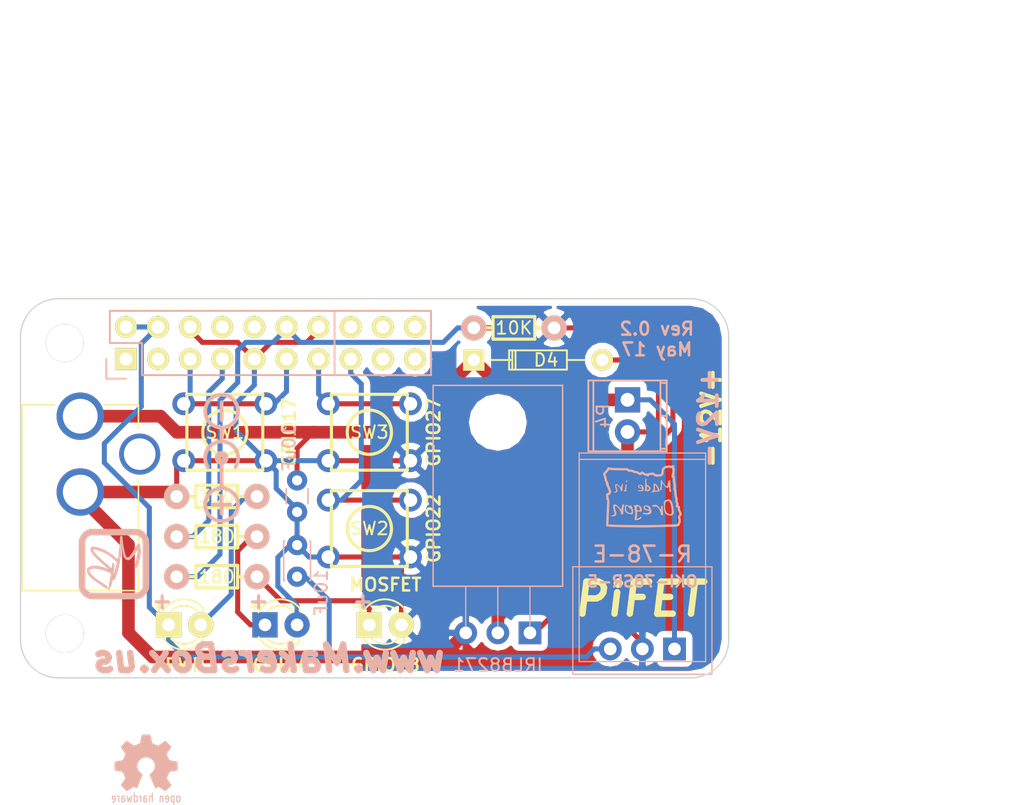
<source format=kicad_pcb>
(kicad_pcb (version 4) (host pcbnew 4.0.4-stable)

  (general
    (links 41)
    (no_connects 0)
    (area 38.049999 39.649999 94.150001 69.750001)
    (thickness 1.6)
    (drawings 39)
    (tracks 161)
    (zones 0)
    (modules 24)
    (nets 13)
  )

  (page A4)
  (title_block
    (title "Raspberry Pi Hat Template")
    (date 2015-12-24)
    (rev 0.1)
    (company OpenFet)
    (comment 1 "Author: Julien")
    (comment 2 "License: CERN OHL V1.2")
  )

  (layers
    (0 F.Cu signal)
    (31 B.Cu signal)
    (32 B.Adhes user)
    (33 F.Adhes user)
    (34 B.Paste user)
    (35 F.Paste user)
    (36 B.SilkS user)
    (37 F.SilkS user)
    (38 B.Mask user)
    (39 F.Mask user)
    (40 Dwgs.User user)
    (41 Cmts.User user)
    (42 Eco1.User user)
    (43 Eco2.User user)
    (44 Edge.Cuts user)
    (45 Margin user)
    (46 B.CrtYd user)
    (47 F.CrtYd user)
    (48 B.Fab user hide)
    (49 F.Fab user)
  )

  (setup
    (last_trace_width 0.4)
    (user_trace_width 0.1)
    (user_trace_width 0.2)
    (user_trace_width 0.3)
    (user_trace_width 0.4)
    (user_trace_width 0.5)
    (user_trace_width 0.6)
    (user_trace_width 0.8)
    (user_trace_width 1)
    (trace_clearance 0.15)
    (zone_clearance 0.508)
    (zone_45_only yes)
    (trace_min 0.1)
    (segment_width 0.35)
    (edge_width 0.1)
    (via_size 0.889)
    (via_drill 0.635)
    (via_min_size 0.26)
    (via_min_drill 0.16)
    (user_via 0.6 0.32)
    (user_via 1.5 0.8)
    (uvia_size 0.508)
    (uvia_drill 0.127)
    (uvias_allowed no)
    (uvia_min_size 0.508)
    (uvia_min_drill 0.127)
    (pcb_text_width 0.3)
    (pcb_text_size 1.5 1.5)
    (mod_edge_width 0.15)
    (mod_text_size 1 1)
    (mod_text_width 0.15)
    (pad_size 1.69926 1.69926)
    (pad_drill 0.9652)
    (pad_to_mask_clearance 0)
    (aux_axis_origin 0 0)
    (grid_origin 211.1 101.7)
    (visible_elements 7FFFFF7F)
    (pcbplotparams
      (layerselection 0x010f0_80000001)
      (usegerberextensions false)
      (excludeedgelayer true)
      (linewidth 0.100000)
      (plotframeref false)
      (viasonmask false)
      (mode 1)
      (useauxorigin false)
      (hpglpennumber 1)
      (hpglpenspeed 20)
      (hpglpendiameter 15)
      (hpglpenoverlay 2)
      (psnegative false)
      (psa4output false)
      (plotreference true)
      (plotvalue true)
      (plotinvisibletext false)
      (padsonsilk false)
      (subtractmaskfromsilk false)
      (outputformat 1)
      (mirror false)
      (drillshape 0)
      (scaleselection 1)
      (outputdirectory gerbers/))
  )

  (net 0 "")
  (net 1 GND)
  (net 2 "Net-(P3-Pad7)")
  (net 3 "Net-(P3-Pad11)")
  (net 4 "Net-(D1-Pad2)")
  (net 5 "Net-(P3-Pad12)")
  (net 6 "Net-(D2-Pad1)")
  (net 7 "Net-(D3-Pad2)")
  (net 8 +12V)
  (net 9 +5V)
  (net 10 "Net-(D4-Pad2)")
  (net 11 "Net-(P3-Pad13)")
  (net 12 "Net-(P3-Pad15)")

  (net_class Default "This is the default net class."
    (clearance 0.15)
    (trace_width 0.2)
    (via_dia 0.889)
    (via_drill 0.635)
    (uvia_dia 0.508)
    (uvia_drill 0.127)
    (add_net +12V)
    (add_net +5V)
    (add_net GND)
    (add_net "Net-(D1-Pad2)")
    (add_net "Net-(D2-Pad1)")
    (add_net "Net-(D3-Pad2)")
    (add_net "Net-(D4-Pad2)")
    (add_net "Net-(P3-Pad11)")
    (add_net "Net-(P3-Pad12)")
    (add_net "Net-(P3-Pad13)")
    (add_net "Net-(P3-Pad15)")
    (add_net "Net-(P3-Pad7)")
  )

  (module myFootPrints:SW_PUSH_SMALL (layer F.Cu) (tedit 592CD1F7) (tstamp 592CD1FE)
    (at 65.685 50.265)
    (path /592CE6B4)
    (fp_text reference SW3 (at 0 0) (layer F.SilkS)
      (effects (font (size 1 1) (thickness 0.15)))
    )
    (fp_text value SPST (at 0 2) (layer F.Fab) hide
      (effects (font (size 0.3 0.3) (thickness 0.075)))
    )
    (fp_line (start -3 -3) (end 3 -3) (layer F.SilkS) (width 0.25))
    (fp_line (start 3 -3) (end 3 3) (layer F.SilkS) (width 0.25))
    (fp_line (start 3 3) (end -3 3) (layer F.SilkS) (width 0.25))
    (fp_line (start -3 3) (end -3 -3) (layer F.SilkS) (width 0.25))
    (fp_circle (center 0 0) (end -1.75 0) (layer F.SilkS) (width 0.25))
    (pad 1 thru_hole circle (at 3.25 -2.25) (size 1.8 1.8) (drill 1.0668) (layers *.Cu B.Mask)
      (net 11 "Net-(P3-Pad13)"))
    (pad 2 thru_hole circle (at 3.25 2.25) (size 1.8 1.8) (drill 1.0668) (layers *.Cu B.Mask)
      (net 1 GND))
    (pad 1 thru_hole circle (at -3.25 -2.25) (size 1.8 1.8) (drill 1.0668) (layers *.Cu B.Mask)
      (net 11 "Net-(P3-Pad13)"))
    (pad 2 thru_hole circle (at -3.25 2.25) (size 1.8 1.8) (drill 1.0668) (layers *.Cu B.Mask)
      (net 1 GND))
    (model ../../../../../../Users/MakersBox/Dropbox/KiCad2015/3D/pcb_push.wrl
      (at (xyz 0 0 0))
      (scale (xyz 1 1 1))
      (rotate (xyz 0 0 90))
    )
  )

  (module myFootPrints:SW_PUSH_SMALL (layer F.Cu) (tedit 592CD1E1) (tstamp 592CD1D8)
    (at 65.685 57.885)
    (path /592CE635)
    (fp_text reference SW2 (at 0 0) (layer F.SilkS)
      (effects (font (size 1 1) (thickness 0.15)))
    )
    (fp_text value SPST (at 0 2) (layer F.Fab) hide
      (effects (font (size 0.3 0.3) (thickness 0.075)))
    )
    (fp_line (start -3 -3) (end 3 -3) (layer F.SilkS) (width 0.25))
    (fp_line (start 3 -3) (end 3 3) (layer F.SilkS) (width 0.25))
    (fp_line (start 3 3) (end -3 3) (layer F.SilkS) (width 0.25))
    (fp_line (start -3 3) (end -3 -3) (layer F.SilkS) (width 0.25))
    (fp_circle (center 0 0) (end -1.75 0) (layer F.SilkS) (width 0.25))
    (pad 1 thru_hole circle (at 3.25 -2.25) (size 1.8 1.8) (drill 1.0668) (layers *.Cu B.Mask)
      (net 12 "Net-(P3-Pad15)"))
    (pad 2 thru_hole circle (at 3.25 2.25) (size 1.8 1.8) (drill 1.0668) (layers *.Cu B.Mask)
      (net 1 GND))
    (pad 1 thru_hole circle (at -3.25 -2.25) (size 1.8 1.8) (drill 1.0668) (layers *.Cu B.Mask)
      (net 12 "Net-(P3-Pad15)"))
    (pad 2 thru_hole circle (at -3.25 2.25) (size 1.8 1.8) (drill 1.0668) (layers *.Cu B.Mask)
      (net 1 GND))
    (model ../../../../../../Users/MakersBox/Dropbox/KiCad2015/3D/pcb_push.wrl
      (at (xyz 0 0 0))
      (scale (xyz 1 1 1))
      (rotate (xyz 0 0 90))
    )
  )

  (module myFootPrints:SW_PUSH_SMALL (layer F.Cu) (tedit 592B3239) (tstamp 57EDC531)
    (at 54.255 50.265)
    (path /57EDC379)
    (fp_text reference SW1 (at 0 0) (layer F.SilkS)
      (effects (font (size 1 1) (thickness 0.15)))
    )
    (fp_text value SPST (at 0 2) (layer F.Fab) hide
      (effects (font (size 0.3 0.3) (thickness 0.075)))
    )
    (fp_line (start -3 -3) (end 3 -3) (layer F.SilkS) (width 0.25))
    (fp_line (start 3 -3) (end 3 3) (layer F.SilkS) (width 0.25))
    (fp_line (start 3 3) (end -3 3) (layer F.SilkS) (width 0.25))
    (fp_line (start -3 3) (end -3 -3) (layer F.SilkS) (width 0.25))
    (fp_circle (center 0 0) (end -1.75 0) (layer F.SilkS) (width 0.25))
    (pad 1 thru_hole circle (at 3.25 -2.25) (size 1.8 1.8) (drill 1.0668) (layers *.Cu B.Mask)
      (net 3 "Net-(P3-Pad11)"))
    (pad 2 thru_hole circle (at 3.25 2.25) (size 1.8 1.8) (drill 1.0668) (layers *.Cu B.Mask)
      (net 1 GND))
    (pad 1 thru_hole circle (at -3.25 -2.25) (size 1.8 1.8) (drill 1.0668) (layers *.Cu B.Mask)
      (net 3 "Net-(P3-Pad11)"))
    (pad 2 thru_hole circle (at -3.25 2.25) (size 1.8 1.8) (drill 1.0668) (layers *.Cu B.Mask)
      (net 1 GND))
    (model ../../../../../../Users/MakersBox/Dropbox/KiCad2015/3D/pcb_push.wrl
      (at (xyz 0 0 0))
      (scale (xyz 1 1 1))
      (rotate (xyz 0 0 90))
    )
  )

  (module TO_SOT_Packages_THT:TO-220_Horizontal (layer B.Cu) (tedit 592E4204) (tstamp 58E834F6)
    (at 78.385 66.14 180)
    (descr "TO-220, Horizontal, RM 2.54mm")
    (tags "TO-220 Horizontal RM 2.54mm")
    (path /58E8331A)
    (fp_text reference Q1 (at 1.905 9.525 180) (layer B.SilkS) hide
      (effects (font (size 1 1) (thickness 0.15)) (justify mirror))
    )
    (fp_text value IRLB8271 (at 2.54 -2.54 180) (layer B.SilkS)
      (effects (font (size 1 1) (thickness 0.15)) (justify mirror))
    )
    (fp_line (start 5.08 3.683) (end 5.08 0) (layer B.SilkS) (width 0.1))
    (fp_line (start 2.54 3.683) (end 2.54 0) (layer B.SilkS) (width 0.1))
    (fp_line (start 0 3.683) (end 0 0) (layer B.SilkS) (width 0.1))
    (fp_text user %R (at 2.54 20.58 180) (layer B.Fab)
      (effects (font (size 1 1) (thickness 0.15)) (justify mirror))
    )
    (fp_line (start -2.46 13.06) (end -2.46 19.46) (layer B.Fab) (width 0.1))
    (fp_line (start -2.46 19.46) (end 7.54 19.46) (layer B.Fab) (width 0.1))
    (fp_line (start 7.54 19.46) (end 7.54 13.06) (layer B.Fab) (width 0.1))
    (fp_line (start 7.54 13.06) (end -2.46 13.06) (layer B.Fab) (width 0.1))
    (fp_line (start -2.46 3.81) (end -2.46 13.06) (layer B.Fab) (width 0.1))
    (fp_line (start -2.46 13.06) (end 7.54 13.06) (layer B.Fab) (width 0.1))
    (fp_line (start 7.54 13.06) (end 7.54 3.81) (layer B.Fab) (width 0.1))
    (fp_line (start 7.54 3.81) (end -2.46 3.81) (layer B.Fab) (width 0.1))
    (fp_line (start 0 3.81) (end 0 0) (layer B.Fab) (width 0.1))
    (fp_line (start 2.54 3.81) (end 2.54 0) (layer B.Fab) (width 0.1))
    (fp_line (start 5.08 3.81) (end 5.08 0) (layer B.Fab) (width 0.1))
    (fp_line (start -2.58 3.69) (end 7.66 3.69) (layer B.SilkS) (width 0.12))
    (fp_line (start -2.58 19.58) (end 7.66 19.58) (layer B.SilkS) (width 0.12))
    (fp_line (start -2.58 19.58) (end -2.58 3.69) (layer B.SilkS) (width 0.12))
    (fp_line (start 7.66 19.58) (end 7.66 3.69) (layer B.SilkS) (width 0.12))
    (fp_line (start -2.71 19.71) (end -2.71 -1.15) (layer B.CrtYd) (width 0.05))
    (fp_line (start -2.71 -1.15) (end 7.79 -1.15) (layer B.CrtYd) (width 0.05))
    (fp_line (start 7.79 -1.15) (end 7.79 19.71) (layer B.CrtYd) (width 0.05))
    (fp_line (start 7.79 19.71) (end -2.71 19.71) (layer B.CrtYd) (width 0.05))
    (fp_circle (center 2.54 16.66) (end 4.39 16.66) (layer B.Fab) (width 0.1))
    (pad 0 np_thru_hole oval (at 2.54 16.66 180) (size 3.5 3.5) (drill 3.5) (layers *.Cu *.Mask))
    (pad 1 thru_hole rect (at 0 0 180) (size 1.8 1.8) (drill 1) (layers *.Cu *.Mask)
      (net 5 "Net-(P3-Pad12)"))
    (pad 2 thru_hole oval (at 2.54 0 180) (size 1.8 1.8) (drill 1) (layers *.Cu *.Mask)
      (net 10 "Net-(D4-Pad2)"))
    (pad 3 thru_hole oval (at 5.08 0 180) (size 1.8 1.8) (drill 1) (layers *.Cu *.Mask)
      (net 1 GND))
    (model ${KISYS3DMOD}/TO_SOT_Packages_THT.3dshapes/TO-220_Horizontal.wrl
      (at (xyz 0.1 0 0))
      (scale (xyz 0.393701 0.393701 0.393701))
      (rotate (xyz 0 0 0))
    )
    (model TO_SOT_Packages_THT.3dshapes/TO-220_Neutral123_Horizontal.wrl
      (at (xyz 0.1 0 0))
      (scale (xyz 0.4 0.4 0.4))
      (rotate (xyz 0 0 0))
    )
  )

  (module R-78-E (layer B.Cu) (tedit 592B2DAC) (tstamp 590911A1)
    (at 87.275 67.41 180)
    (descr "TO-220, Horizontal, RM 2.54mm")
    (tags "TO-220 Horizontal RM 2.54mm")
    (path /590919B3)
    (fp_text reference U1 (at -4 5.5 180) (layer B.SilkS) hide
      (effects (font (size 1 1) (thickness 0.15)) (justify mirror))
    )
    (fp_text value R-78-E (at -2 3.5 180) (layer B.Fab)
      (effects (font (size 1 1) (thickness 0.15)) (justify mirror))
    )
    (fp_line (start -5 15) (end -5 15.5) (layer B.SilkS) (width 0.1))
    (fp_line (start -5 15.5) (end 5 15.5) (layer B.SilkS) (width 0.1))
    (fp_line (start 5 15.5) (end 5 15) (layer B.SilkS) (width 0.1))
    (fp_line (start -5 -1) (end -5 15) (layer B.SilkS) (width 0.1))
    (fp_line (start -5 15) (end 5 15) (layer B.SilkS) (width 0.1))
    (fp_line (start 5 15) (end 5 -1) (layer B.SilkS) (width 0.1))
    (fp_line (start 5 -1) (end -5 -1) (layer B.SilkS) (width 0.1))
    (fp_line (start -5.5 -2) (end 5.5 -2) (layer B.SilkS) (width 0.1))
    (fp_line (start -5.5 -2) (end -5.5 6.5) (layer B.SilkS) (width 0.1))
    (fp_line (start -5.5 6.5) (end 5.5 6.5) (layer B.SilkS) (width 0.1))
    (fp_line (start 5.5 6.5) (end 5.5 -2) (layer B.SilkS) (width 0.1))
    (fp_text user %R (at -4 5.5 180) (layer B.Fab)
      (effects (font (size 1 1) (thickness 0.15)) (justify mirror))
    )
    (pad 1 thru_hole rect (at -2.54 0 180) (size 1.8 1.8) (drill 1) (layers *.Cu *.Mask)
      (net 8 +12V))
    (pad 2 thru_hole oval (at 0 0 180) (size 1.8 1.8) (drill 1) (layers *.Cu *.Mask)
      (net 1 GND))
    (pad 3 thru_hole oval (at 2.54 0 180) (size 1.8 1.8) (drill 1) (layers *.Cu *.Mask)
      (net 9 +5V))
    (model ${KISYS3DMOD}/TO_SOT_Packages_THT.3dshapes/TO-220_Horizontal.wrl
      (at (xyz 0.1 0 0))
      (scale (xyz 0.393701 0.393701 0.393701))
      (rotate (xyz 0 0 0))
    )
  )

  (module myFootPrints:LED-3MM (layer F.Cu) (tedit 590A7504) (tstamp 57EDC51B)
    (at 59.97 65.505 180)
    (descr "LED 3mm round vertical")
    (tags "LED  3mm round vertical")
    (path /57EDC2DF)
    (fp_text reference D1 (at 1.91 3.06 180) (layer F.SilkS) hide
      (effects (font (size 1 1) (thickness 0.15)))
    )
    (fp_text value LED (at 1.27 -1.524 180) (layer F.Fab)
      (effects (font (size 1 1) (thickness 0.15)))
    )
    (fp_text user + (at 3.302 1.524 180) (layer F.SilkS)
      (effects (font (size 1 1) (thickness 0.15)))
    )
    (fp_line (start -1.2 2.3) (end 3.8 2.3) (layer F.CrtYd) (width 0.05))
    (fp_line (start 3.8 2.3) (end 3.8 -2.2) (layer F.CrtYd) (width 0.05))
    (fp_line (start 3.8 -2.2) (end -1.2 -2.2) (layer F.CrtYd) (width 0.05))
    (fp_line (start -1.2 -2.2) (end -1.2 2.3) (layer F.CrtYd) (width 0.05))
    (fp_line (start -0.199 1.314) (end -0.199 1.114) (layer F.SilkS) (width 0.15))
    (fp_line (start -0.199 -1.28) (end -0.199 -1.1) (layer F.SilkS) (width 0.15))
    (fp_arc (start 1.301 0.034) (end -0.199 -1.286) (angle 108.5) (layer F.SilkS) (width 0.15))
    (fp_arc (start 1.301 0.034) (end 0.25 -1.1) (angle 85.7) (layer F.SilkS) (width 0.15))
    (fp_arc (start 1.311 0.034) (end 3.051 0.994) (angle 110) (layer F.SilkS) (width 0.15))
    (fp_arc (start 1.301 0.034) (end 2.335 1.094) (angle 87.5) (layer F.SilkS) (width 0.15))
    (pad 1 thru_hole circle (at 0 0 270) (size 2 2) (drill 1.00076) (layers *.Cu *.Mask)
      (net 1 GND))
    (pad 2 thru_hole rect (at 2.54 0 180) (size 2 2) (drill 1.00076) (layers *.Cu *.Mask)
      (net 4 "Net-(D1-Pad2)"))
    (model 3D/led_3mm_green.wrl
      (at (xyz 0.05 0 0))
      (scale (xyz 1 1 1))
      (rotate (xyz 0 0 90))
    )
  )

  (module myFootPrints:Resistor_Horz (layer F.Cu) (tedit 59091911) (tstamp 59091190)
    (at 77.115 42.01)
    (descr "Resistor, Axial,  RM 10mm, 1/3W,")
    (tags "Resistor, Axial, RM 10mm, 1/3W,")
    (path /59090F97)
    (fp_text reference R2 (at 0 -1.905) (layer F.Fab)
      (effects (font (size 1 1) (thickness 0.15)))
    )
    (fp_text value 10K (at 0 0) (layer F.SilkS)
      (effects (font (size 1 1) (thickness 0.15)))
    )
    (fp_line (start -1.651 0) (end -2.413 0) (layer F.SilkS) (width 0.254))
    (fp_line (start 1.651 0) (end 2.413 0) (layer F.SilkS) (width 0.254))
    (fp_line (start 1.651 0.889) (end 1.651 0.635) (layer F.SilkS) (width 0.254))
    (fp_line (start 1.651 0.889) (end -1.651 0.889) (layer F.SilkS) (width 0.254))
    (fp_line (start -1.651 0.889) (end -1.651 -0.889) (layer F.SilkS) (width 0.254))
    (fp_line (start -1.651 -0.889) (end 1.651 -0.889) (layer F.SilkS) (width 0.254))
    (fp_line (start 1.651 -0.889) (end 1.651 0.635) (layer F.SilkS) (width 0.254))
    (pad 1 thru_hole circle (at -3.175 0) (size 1.99898 1.99898) (drill 1.00076) (layers *.Cu *.SilkS *.Mask)
      (net 5 "Net-(P3-Pad12)"))
    (pad 2 thru_hole circle (at 3.175 0) (size 1.99898 1.99898) (drill 1.00076) (layers *.Cu *.SilkS *.Mask)
      (net 1 GND))
    (model Resistors_THT.3dshapes/R_Axial_DIN0207_L6.3mm_D2.5mm_P7.62mm_Horizontal.wrl
      (at (xyz -0.125 0 0))
      (scale (xyz 0.325 0.325 0.325))
      (rotate (xyz 0 0 0))
    )
  )

  (module Connectors:BARREL_JACK (layer F.Cu) (tedit 5925BBD6) (tstamp 59091183)
    (at 42.825 48.995 90)
    (descr "DC Barrel Jack")
    (tags "Power Jack")
    (path /590915B3)
    (fp_text reference J1 (at -8.89 3.175 90) (layer F.SilkS) hide
      (effects (font (size 1 1) (thickness 0.15)))
    )
    (fp_text value BARREL_JACK (at -6.2 -5.5 90) (layer F.Fab)
      (effects (font (size 1 1) (thickness 0.15)))
    )
    (fp_line (start 1 -4.5) (end 1 -4.75) (layer F.CrtYd) (width 0.05))
    (fp_line (start 1 -4.75) (end -14 -4.75) (layer F.CrtYd) (width 0.05))
    (fp_line (start 1 -4.5) (end 1 -2) (layer F.CrtYd) (width 0.05))
    (fp_line (start 1 -2) (end 2 -2) (layer F.CrtYd) (width 0.05))
    (fp_line (start 2 -2) (end 2 2) (layer F.CrtYd) (width 0.05))
    (fp_line (start 2 2) (end 1 2) (layer F.CrtYd) (width 0.05))
    (fp_line (start 1 2) (end 1 4.75) (layer F.CrtYd) (width 0.05))
    (fp_line (start 1 4.75) (end -1 4.75) (layer F.CrtYd) (width 0.05))
    (fp_line (start -1 4.75) (end -1 6.75) (layer F.CrtYd) (width 0.05))
    (fp_line (start -1 6.75) (end -5 6.75) (layer F.CrtYd) (width 0.05))
    (fp_line (start -5 6.75) (end -5 4.75) (layer F.CrtYd) (width 0.05))
    (fp_line (start -5 4.75) (end -14 4.75) (layer F.CrtYd) (width 0.05))
    (fp_line (start -14 4.75) (end -14 -4.75) (layer F.CrtYd) (width 0.05))
    (fp_line (start -5 4.6) (end -13.8 4.6) (layer F.SilkS) (width 0.12))
    (fp_line (start -13.8 4.6) (end -13.8 -4.6) (layer F.SilkS) (width 0.12))
    (fp_line (start 0.9 1.9) (end 0.9 4.6) (layer F.SilkS) (width 0.12))
    (fp_line (start 0.9 4.6) (end -1 4.6) (layer F.SilkS) (width 0.12))
    (fp_line (start -13.8 -4.6) (end 0.9 -4.6) (layer F.SilkS) (width 0.12))
    (fp_line (start 0.9 -4.6) (end 0.9 -2) (layer F.SilkS) (width 0.12))
    (fp_line (start -10.2 -4.5) (end -10.2 4.5) (layer F.Fab) (width 0.1))
    (fp_line (start -13.7 -4.5) (end -13.7 4.5) (layer F.Fab) (width 0.1))
    (fp_line (start -13.7 4.5) (end 0.8 4.5) (layer F.Fab) (width 0.1))
    (fp_line (start 0.8 4.5) (end 0.8 -4.5) (layer F.Fab) (width 0.1))
    (fp_line (start 0.8 -4.5) (end -13.7 -4.5) (layer F.Fab) (width 0.1))
    (pad 1 thru_hole oval (at 0 0 90) (size 3.75 3.75) (drill 2.75) (layers *.Cu *.Mask)
      (net 8 +12V))
    (pad 2 thru_hole circle (at -6 0 90) (size 3.75 3.75) (drill 2.75) (layers *.Cu *.Mask)
      (net 1 GND))
    (pad 3 thru_hole circle (at -3 4.7 90) (size 3.25 3.25) (drill 2.5) (layers *.Cu *.Mask))
    (model 3D/dc_socket.wrl
      (at (xyz -0.25 0 0))
      (scale (xyz 1 1 1))
      (rotate (xyz 0 0 90))
    )
    (model ../../../../../../Users/MakersBox/Dropbox/KiCad2015/3D/dc_socket.wrl
      (at (xyz -0.25 0 0))
      (scale (xyz 1 1 1))
      (rotate (xyz 0 0 90))
    )
  )

  (module Pin_Headers:Pin_Header_Straight_2x10 (layer F.Cu) (tedit 5828EB59) (tstamp 5509D7DA)
    (at 46.4318 44.4738 90)
    (descr "Through hole pin header")
    (tags "pin header")
    (path /54E92361)
    (fp_text reference P3 (at 0 -5.1 90) (layer F.SilkS) hide
      (effects (font (size 1 1) (thickness 0.15)))
    )
    (fp_text value Raspberry_Pi_+_Conn (at 0 -3.1 90) (layer F.Fab)
      (effects (font (size 1 1) (thickness 0.15)))
    )
    (fp_line (start 3.75 16.5) (end -1.25 16.5) (layer B.SilkS) (width 0.1524))
    (fp_line (start -1.75 -1.75) (end -1.75 24.65) (layer F.CrtYd) (width 0.05))
    (fp_line (start 4.3 -1.75) (end 4.3 24.65) (layer F.CrtYd) (width 0.05))
    (fp_line (start -1.75 -1.75) (end 4.3 -1.75) (layer F.CrtYd) (width 0.05))
    (fp_line (start -1.75 24.65) (end 4.3 24.65) (layer F.CrtYd) (width 0.05))
    (fp_line (start 3.81 24.13) (end 3.81 -1.27) (layer B.SilkS) (width 0.15))
    (fp_line (start -1.27 1.27) (end -1.27 24.13) (layer B.SilkS) (width 0.15))
    (fp_line (start 3.81 24.13) (end -1.27 24.13) (layer B.SilkS) (width 0.15))
    (fp_line (start 3.81 -1.27) (end 1.27 -1.27) (layer B.SilkS) (width 0.15))
    (fp_line (start 0 -1.55) (end -1.55 -1.55) (layer B.SilkS) (width 0.15))
    (fp_line (start 1.27 -1.27) (end 1.27 1.27) (layer B.SilkS) (width 0.15))
    (fp_line (start 1.27 1.27) (end -1.27 1.27) (layer B.SilkS) (width 0.15))
    (fp_line (start -1.55 -1.55) (end -1.55 0) (layer B.SilkS) (width 0.15))
    (pad 1 thru_hole rect (at 0 0 90) (size 1.7272 1.7272) (drill 1.016) (layers *.Cu *.Mask F.SilkS))
    (pad 2 thru_hole oval (at 2.54 0 90) (size 1.7272 1.7272) (drill 1.016) (layers *.Cu *.Mask F.SilkS)
      (net 9 +5V))
    (pad 3 thru_hole oval (at 0 2.54 90) (size 1.7272 1.7272) (drill 1.016) (layers *.Cu *.Mask F.SilkS))
    (pad 4 thru_hole oval (at 2.54 2.54 90) (size 1.7272 1.7272) (drill 1.016) (layers *.Cu *.Mask F.SilkS)
      (net 9 +5V))
    (pad 5 thru_hole oval (at 0 5.08 90) (size 1.7272 1.7272) (drill 1.016) (layers *.Cu *.Mask F.SilkS)
      (net 3 "Net-(P3-Pad11)"))
    (pad 6 thru_hole oval (at 2.54 5.08 90) (size 1.7272 1.7272) (drill 1.016) (layers *.Cu *.Mask F.SilkS)
      (net 1 GND))
    (pad 7 thru_hole oval (at 0 7.62 90) (size 1.7272 1.7272) (drill 1.016) (layers *.Cu *.Mask F.SilkS)
      (net 2 "Net-(P3-Pad7)"))
    (pad 8 thru_hole oval (at 2.54 7.62 90) (size 1.7272 1.7272) (drill 1.016) (layers *.Cu *.Mask F.SilkS))
    (pad 9 thru_hole oval (at 0 10.16 90) (size 1.7272 1.7272) (drill 1.016) (layers *.Cu *.Mask F.SilkS)
      (net 1 GND))
    (pad 10 thru_hole oval (at 2.54 10.16 90) (size 1.7272 1.7272) (drill 1.016) (layers *.Cu *.Mask F.SilkS))
    (pad 11 thru_hole oval (at 0 12.7 90) (size 1.7272 1.7272) (drill 1.016) (layers *.Cu *.Mask F.SilkS)
      (net 3 "Net-(P3-Pad11)"))
    (pad 12 thru_hole oval (at 2.54 12.7 90) (size 1.7272 1.7272) (drill 1.016) (layers *.Cu *.Mask F.SilkS)
      (net 5 "Net-(P3-Pad12)"))
    (pad 13 thru_hole oval (at 0 15.24 90) (size 1.7272 1.7272) (drill 1.016) (layers *.Cu *.Mask F.SilkS)
      (net 11 "Net-(P3-Pad13)"))
    (pad 14 thru_hole oval (at 2.54 15.24 90) (size 1.7272 1.7272) (drill 1.016) (layers *.Cu *.Mask F.SilkS)
      (net 1 GND))
    (pad 15 thru_hole oval (at 0 17.78 90) (size 1.7272 1.7272) (drill 1.016) (layers *.Cu *.Mask F.SilkS)
      (net 12 "Net-(P3-Pad15)"))
    (pad 16 thru_hole oval (at 2.54 17.78 90) (size 1.7272 1.7272) (drill 1.016) (layers *.Cu *.Mask F.SilkS))
    (pad 17 thru_hole oval (at 0 20.32 90) (size 1.7272 1.7272) (drill 1.016) (layers *.Cu *.Mask F.SilkS))
    (pad 18 thru_hole oval (at 2.54 20.32 90) (size 1.7272 1.7272) (drill 1.016) (layers *.Cu *.Mask F.SilkS))
    (pad 19 thru_hole oval (at 0 22.86 90) (size 1.7272 1.7272) (drill 1.016) (layers *.Cu *.Mask F.SilkS))
    (pad 20 thru_hole oval (at 2.54 22.86 90) (size 1.7272 1.7272) (drill 1.016) (layers *.Cu *.Mask F.SilkS))
    (model 3D/pin_socket_2mm_7x2.wrl
      (at (xyz 0.05 -0.3 -0.05))
      (scale (xyz 1.25 1.25 1.25))
      (rotate (xyz 0 180 90))
    )
  )

  (module Mounting_Holes:MountingHole_3mm (layer F.Cu) (tedit 5687A909) (tstamp 5684F8FC)
    (at 41.6 43.2)
    (descr "Mounting hole, Befestigungsbohrung, 3mm, No Annular, Kein Restring,")
    (tags "Mounting hole, Befestigungsbohrung, 3mm, No Annular, Kein Restring,")
    (fp_text reference REF** (at 0 -4.0005) (layer F.SilkS) hide
      (effects (font (size 0.5 0.5) (thickness 0.125)))
    )
    (fp_text value MountingHole_3mm (at 1.00076 5.00126) (layer F.Fab) hide
      (effects (font (size 0.5 0.5) (thickness 0.125)))
    )
    (fp_circle (center 0 0) (end 3 0) (layer Cmts.User) (width 0.381))
    (pad 1 thru_hole circle (at 0 0) (size 3 3) (drill 3) (layers))
  )

  (module Mounting_Holes:MountingHole_3mm (layer F.Cu) (tedit 5687A904) (tstamp 5684F8FF)
    (at 41.6 66.2)
    (descr "Mounting hole, Befestigungsbohrung, 3mm, No Annular, Kein Restring,")
    (tags "Mounting hole, Befestigungsbohrung, 3mm, No Annular, Kein Restring,")
    (fp_text reference REF** (at 0 -4.0005) (layer F.SilkS) hide
      (effects (font (size 0.5 0.5) (thickness 0.125)))
    )
    (fp_text value MountingHole_3mm (at 1.00076 5.00126) (layer F.Fab) hide
      (effects (font (size 0.5 0.5) (thickness 0.125)))
    )
    (fp_circle (center 0 0) (end 3 0) (layer Cmts.User) (width 0.381))
    (pad 1 thru_hole circle (at 0 0) (size 3 3) (drill 3) (layers))
  )

  (module myFootPrints:Resistor_Horz (layer F.Cu) (tedit 57FDC17F) (tstamp 57EDC529)
    (at 53.62 58.52 180)
    (descr "Resistor, Axial,  RM 10mm, 1/3W,")
    (tags "Resistor, Axial, RM 10mm, 1/3W,")
    (path /57EDC340)
    (fp_text reference R1 (at 0 -1.905 180) (layer F.Fab) hide
      (effects (font (size 1 1) (thickness 0.15)))
    )
    (fp_text value 180 (at 0 0 180) (layer F.SilkS)
      (effects (font (size 1 1) (thickness 0.15)))
    )
    (fp_line (start -1.651 0) (end -2.413 0) (layer F.SilkS) (width 0.254))
    (fp_line (start 1.651 0) (end 2.413 0) (layer F.SilkS) (width 0.254))
    (fp_line (start 1.651 0.889) (end 1.651 0.635) (layer F.SilkS) (width 0.254))
    (fp_line (start 1.651 0.889) (end -1.651 0.889) (layer F.SilkS) (width 0.254))
    (fp_line (start -1.651 0.889) (end -1.651 -0.889) (layer F.SilkS) (width 0.254))
    (fp_line (start -1.651 -0.889) (end 1.651 -0.889) (layer F.SilkS) (width 0.254))
    (fp_line (start 1.651 -0.889) (end 1.651 0.635) (layer F.SilkS) (width 0.254))
    (pad 1 thru_hole circle (at -3.175 0 180) (size 1.99898 1.99898) (drill 1.00076) (layers *.Cu *.SilkS *.Mask)
      (net 4 "Net-(D1-Pad2)"))
    (pad 2 thru_hole circle (at 3.175 0 180) (size 1.99898 1.99898) (drill 1.00076) (layers *.Cu *.SilkS *.Mask)
      (net 2 "Net-(P3-Pad7)"))
    (model Resistors_THT.3dshapes/R_Axial_DIN0207_L6.3mm_D2.5mm_P7.62mm_Horizontal.wrl
      (at (xyz -0.125 0 0))
      (scale (xyz 0.325 0.325 0.325))
      (rotate (xyz 0 0 0))
    )
  )

  (module myFootPrints:MadeInOregonRev25 (layer F.Cu) (tedit 0) (tstamp 58E839BC)
    (at 87.275 55.345)
    (fp_text reference VAL (at 0 0) (layer F.SilkS) hide
      (effects (font (size 1.143 1.143) (thickness 0.1778)))
    )
    (fp_text value MadeInOregonRev25 (at 0 0) (layer F.SilkS) hide
      (effects (font (size 1.143 1.143) (thickness 0.1778)))
    )
    (fp_poly (pts (xy -3.09626 -1.76022) (xy -3.09626 -1.72212) (xy -3.09372 -1.69672) (xy -3.09118 -1.67386)
      (xy -3.0861 -1.65608) (xy -3.07594 -1.63576) (xy -3.0734 -1.62814) (xy -3.0607 -1.6002)
      (xy -3.05054 -1.5748) (xy -3.04038 -1.54432) (xy -3.03022 -1.50876) (xy -3.02006 -1.46304)
      (xy -3.00736 -1.4097) (xy -3.00228 -1.39192) (xy -2.98704 -1.31826) (xy -2.96926 -1.2573)
      (xy -2.95402 -1.20396) (xy -2.9337 -1.15824) (xy -2.91338 -1.1176) (xy -2.91338 -1.74752)
      (xy -2.91338 -1.76276) (xy -2.91084 -1.77546) (xy -2.90322 -1.78816) (xy -2.89052 -1.8034)
      (xy -2.86766 -1.82118) (xy -2.8575 -1.83134) (xy -2.82956 -1.8542) (xy -2.80416 -1.8796)
      (xy -2.78638 -1.90246) (xy -2.77876 -1.91008) (xy -2.76606 -1.92786) (xy -2.74574 -1.95326)
      (xy -2.72034 -1.98374) (xy -2.69494 -2.01422) (xy -2.6924 -2.01676) (xy -2.66954 -2.0447)
      (xy -2.64922 -2.0701) (xy -2.63652 -2.08788) (xy -2.6289 -2.09804) (xy -2.6289 -2.10058)
      (xy -2.62382 -2.10566) (xy -2.60604 -2.10566) (xy -2.58064 -2.10566) (xy -2.55016 -2.10058)
      (xy -2.51968 -2.0955) (xy -2.50952 -2.09296) (xy -2.49682 -2.09042) (xy -2.48412 -2.08534)
      (xy -2.46888 -2.08534) (xy -2.4511 -2.0828) (xy -2.4257 -2.08026) (xy -2.39268 -2.07772)
      (xy -2.35458 -2.07772) (xy -2.30632 -2.07518) (xy -2.2479 -2.07518) (xy -2.17678 -2.07264)
      (xy -2.09296 -2.0701) (xy -2.03962 -2.0701) (xy -1.95326 -2.06756) (xy -1.8669 -2.06756)
      (xy -1.78054 -2.06502) (xy -1.69672 -2.06502) (xy -1.61798 -2.06248) (xy -1.54686 -2.06248)
      (xy -1.48336 -2.06248) (xy -1.4351 -2.06248) (xy -1.4224 -2.06248) (xy -1.22936 -2.06248)
      (xy -1.1684 -2.00152) (xy -1.10744 -1.9431) (xy -1.0668 -1.9431) (xy -1.03886 -1.9431)
      (xy -1.0033 -1.94564) (xy -0.97536 -1.95072) (xy -0.94234 -1.95326) (xy -0.91186 -1.95072)
      (xy -0.87884 -1.94564) (xy -0.8382 -1.93548) (xy -0.79248 -1.9177) (xy -0.7366 -1.89484)
      (xy -0.72136 -1.88976) (xy -0.67818 -1.86944) (xy -0.64516 -1.85674) (xy -0.61722 -1.84912)
      (xy -0.59182 -1.84404) (xy -0.56388 -1.83896) (xy -0.5461 -1.83642) (xy -0.50038 -1.83134)
      (xy -0.46482 -1.82626) (xy -0.43688 -1.81864) (xy -0.41656 -1.80848) (xy -0.39624 -1.79578)
      (xy -0.37592 -1.77546) (xy -0.37338 -1.77292) (xy -0.35052 -1.7526) (xy -0.32512 -1.73482)
      (xy -0.30734 -1.72212) (xy -0.30734 -1.72212) (xy -0.28702 -1.71704) (xy -0.25654 -1.71196)
      (xy -0.22098 -1.70434) (xy -0.18288 -1.7018) (xy -0.14986 -1.69672) (xy -0.12446 -1.69672)
      (xy -0.10922 -1.69926) (xy -0.09652 -1.70688) (xy -0.07366 -1.71958) (xy -0.05334 -1.73736)
      (xy -0.03048 -1.75768) (xy -0.01524 -1.7653) (xy -0.00508 -1.76784) (xy 0 -1.7653)
      (xy 0.01016 -1.75768) (xy 0.03048 -1.74498) (xy 0.05842 -1.7272) (xy 0.0889 -1.70688)
      (xy 0.09652 -1.7018) (xy 0.18288 -1.64846) (xy 0.25908 -1.64592) (xy 0.29464 -1.64338)
      (xy 0.3175 -1.64084) (xy 0.3302 -1.6383) (xy 0.34036 -1.63322) (xy 0.34544 -1.6256)
      (xy 0.34798 -1.62052) (xy 0.3683 -1.59766) (xy 0.39624 -1.58242) (xy 0.42672 -1.5748)
      (xy 0.4318 -1.5748) (xy 0.45974 -1.58242) (xy 0.48768 -1.6002) (xy 0.51562 -1.63068)
      (xy 0.52578 -1.64338) (xy 0.53848 -1.65608) (xy 0.5461 -1.66624) (xy 0.55626 -1.67386)
      (xy 0.56896 -1.68148) (xy 0.58928 -1.68402) (xy 0.61468 -1.6891) (xy 0.65278 -1.69418)
      (xy 0.70104 -1.69672) (xy 0.71628 -1.69926) (xy 0.8255 -1.70942) (xy 0.85598 -1.68148)
      (xy 0.89154 -1.64846) (xy 0.9271 -1.62306) (xy 0.95758 -1.60274) (xy 0.96774 -1.59766)
      (xy 0.9906 -1.59258) (xy 1.02362 -1.5875) (xy 1.0668 -1.58242) (xy 1.11252 -1.57734)
      (xy 1.16332 -1.57226) (xy 1.21158 -1.56972) (xy 1.2573 -1.56972) (xy 1.25984 -1.56972)
      (xy 1.3081 -1.56972) (xy 1.35128 -1.5748) (xy 1.39446 -1.57988) (xy 1.44272 -1.59004)
      (xy 1.48844 -1.6002) (xy 1.52146 -1.61036) (xy 1.54686 -1.62306) (xy 1.56972 -1.63576)
      (xy 1.59258 -1.65608) (xy 1.61798 -1.68148) (xy 1.63576 -1.7018) (xy 1.651 -1.72212)
      (xy 1.65862 -1.74498) (xy 1.66624 -1.77292) (xy 1.67386 -1.80848) (xy 1.6764 -1.85166)
      (xy 1.68148 -1.90246) (xy 1.6891 -1.9812) (xy 1.7018 -2.04978) (xy 1.72212 -2.10566)
      (xy 1.74752 -2.15138) (xy 1.75006 -2.15646) (xy 1.77546 -2.18186) (xy 1.81356 -2.2098)
      (xy 1.82626 -2.21742) (xy 1.8542 -2.23012) (xy 1.87706 -2.24028) (xy 1.89484 -2.24282)
      (xy 1.9177 -2.24282) (xy 1.92024 -2.24282) (xy 1.95834 -2.24282) (xy 2.00152 -2.25044)
      (xy 2.032 -2.25806) (xy 2.0701 -2.27076) (xy 2.09804 -2.27584) (xy 2.11582 -2.27838)
      (xy 2.13106 -2.2733) (xy 2.1463 -2.26822) (xy 2.15392 -2.26314) (xy 2.1844 -2.2479)
      (xy 2.22758 -2.24282) (xy 2.27584 -2.2479) (xy 2.29108 -2.25298) (xy 2.31394 -2.25806)
      (xy 2.33426 -2.26314) (xy 2.34188 -2.26314) (xy 2.34188 -2.25806) (xy 2.34442 -2.23774)
      (xy 2.34442 -2.21488) (xy 2.34442 -2.21234) (xy 2.34442 -2.1844) (xy 2.34696 -2.16408)
      (xy 2.35204 -2.1463) (xy 2.36474 -2.12852) (xy 2.3876 -2.0955) (xy 2.37998 -1.97612)
      (xy 2.37744 -1.9304) (xy 2.37236 -1.89738) (xy 2.36982 -1.87198) (xy 2.36474 -1.8542)
      (xy 2.35966 -1.83896) (xy 2.35204 -1.82372) (xy 2.34696 -1.8161) (xy 2.33172 -1.78562)
      (xy 2.3241 -1.75768) (xy 2.3241 -1.73736) (xy 2.32156 -1.70942) (xy 2.31902 -1.68656)
      (xy 2.31648 -1.67894) (xy 2.31394 -1.66116) (xy 2.30886 -1.63576) (xy 2.30886 -1.60274)
      (xy 2.30886 -1.59004) (xy 2.30886 -1.55702) (xy 2.30886 -1.5367) (xy 2.31394 -1.52146)
      (xy 2.32156 -1.5113) (xy 2.33172 -1.4986) (xy 2.33426 -1.49606) (xy 2.35458 -1.48082)
      (xy 2.3749 -1.4732) (xy 2.37744 -1.47066) (xy 2.3876 -1.47066) (xy 2.39268 -1.46558)
      (xy 2.39776 -1.45034) (xy 2.4003 -1.42494) (xy 2.40284 -1.39192) (xy 2.40538 -1.35382)
      (xy 2.40538 -1.33096) (xy 2.40792 -1.28778) (xy 2.413 -1.2319) (xy 2.42062 -1.16078)
      (xy 2.43332 -1.07442) (xy 2.4511 -0.97536) (xy 2.4511 -0.96774) (xy 2.45872 -0.92456)
      (xy 2.4638 -0.88392) (xy 2.46888 -0.85344) (xy 2.47142 -0.83058) (xy 2.47396 -0.82296)
      (xy 2.47396 -0.81026) (xy 2.47142 -0.7874) (xy 2.47142 -0.75692) (xy 2.46888 -0.72644)
      (xy 2.46888 -0.69342) (xy 2.46634 -0.66294) (xy 2.4638 -0.64262) (xy 2.46126 -0.635)
      (xy 2.4511 -0.6096) (xy 2.44856 -0.57912) (xy 2.4511 -0.54864) (xy 2.46126 -0.52324)
      (xy 2.4765 -0.51054) (xy 2.48412 -0.49784) (xy 2.49174 -0.47244) (xy 2.5019 -0.4318)
      (xy 2.50952 -0.37592) (xy 2.51968 -0.30734) (xy 2.5273 -0.2286) (xy 2.53238 -0.16764)
      (xy 2.53746 -0.1143) (xy 2.54254 -0.0635) (xy 2.54762 -0.02032) (xy 2.5527 0.01524)
      (xy 2.55524 0.04064) (xy 2.55778 0.05334) (xy 2.56794 0.07366) (xy 2.5781 0.1016)
      (xy 2.58826 0.127) (xy 2.59588 0.14732) (xy 2.6035 0.16256) (xy 2.60604 0.18034)
      (xy 2.60858 0.20066) (xy 2.60858 0.22606) (xy 2.60604 0.25908) (xy 2.6035 0.3048)
      (xy 2.6035 0.32512) (xy 2.60096 0.37084) (xy 2.60096 0.4064) (xy 2.60604 0.43434)
      (xy 2.61366 0.45974) (xy 2.62636 0.48768) (xy 2.64668 0.5207) (xy 2.66446 0.5588)
      (xy 2.67462 0.58674) (xy 2.6797 0.61468) (xy 2.67462 0.64262) (xy 2.66446 0.68072)
      (xy 2.65938 0.69088) (xy 2.64668 0.72898) (xy 2.63906 0.75946) (xy 2.63906 0.77978)
      (xy 2.6416 0.79756) (xy 2.64922 0.8128) (xy 2.64922 0.81534) (xy 2.66446 0.83058)
      (xy 2.68986 0.84836) (xy 2.72034 0.86614) (xy 2.75336 0.87884) (xy 2.77368 0.88646)
      (xy 2.794 0.89154) (xy 2.794 0.98044) (xy 2.794 1.07188) (xy 2.82448 1.13538)
      (xy 2.8575 1.20396) (xy 2.8829 1.26238) (xy 2.90322 1.31064) (xy 2.91592 1.3462)
      (xy 2.921 1.36652) (xy 2.92354 1.3843) (xy 2.92354 1.39954) (xy 2.91592 1.41478)
      (xy 2.90068 1.4351) (xy 2.90068 1.43764) (xy 2.87274 1.47828) (xy 2.84988 1.51638)
      (xy 2.8321 1.5621) (xy 2.82448 1.59004) (xy 2.80924 1.64338) (xy 2.8321 1.74244)
      (xy 2.84734 1.80848) (xy 2.85496 1.86182) (xy 2.86004 1.90754) (xy 2.86004 1.94818)
      (xy 2.85242 1.98628) (xy 2.84226 2.02438) (xy 2.84226 2.02438) (xy 2.82702 2.06756)
      (xy 2.81432 2.10566) (xy 2.79908 2.13868) (xy 2.78892 2.16154) (xy 2.77876 2.1717)
      (xy 2.77876 2.17424) (xy 2.7686 2.17678) (xy 2.74828 2.1844) (xy 2.74066 2.18948)
      (xy 2.7178 2.1971) (xy 2.68224 2.20472) (xy 2.63398 2.2098) (xy 2.57302 2.21234)
      (xy 2.49682 2.21488) (xy 2.40792 2.21742) (xy 2.30632 2.21742) (xy 2.29616 2.21742)
      (xy 2.24028 2.21996) (xy 2.17424 2.21996) (xy 2.10058 2.2225) (xy 2.02184 2.2225)
      (xy 1.9431 2.22504) (xy 1.86944 2.23012) (xy 1.84912 2.23012) (xy 1.6129 2.23774)
      (xy 1.38684 2.2479) (xy 1.16332 2.25298) (xy 0.9398 2.25806) (xy 0.71882 2.26314)
      (xy 0.4953 2.26568) (xy 0.26924 2.26822) (xy 0.03556 2.26822) (xy -0.2032 2.26822)
      (xy -0.45466 2.26822) (xy -0.71628 2.26568) (xy -0.84836 2.26314) (xy -1.03378 2.2606)
      (xy -1.20396 2.25806) (xy -1.36144 2.25552) (xy -1.50622 2.25298) (xy -1.64084 2.25044)
      (xy -1.7653 2.2479) (xy -1.88214 2.24536) (xy -1.98882 2.24282) (xy -2.08788 2.23774)
      (xy -2.17932 2.2352) (xy -2.26822 2.23266) (xy -2.35204 2.22758) (xy -2.39776 2.22504)
      (xy -2.46126 2.2225) (xy -2.51968 2.21742) (xy -2.57302 2.21488) (xy -2.61874 2.21234)
      (xy -2.65176 2.2098) (xy -2.67462 2.2098) (xy -2.68732 2.2098) (xy -2.68732 2.2098)
      (xy -2.68732 2.20218) (xy -2.68478 2.17932) (xy -2.68478 2.1463) (xy -2.68224 2.09804)
      (xy -2.6797 2.03962) (xy -2.67716 1.97104) (xy -2.67208 1.8923) (xy -2.66954 1.80594)
      (xy -2.66446 1.70942) (xy -2.65938 1.60782) (xy -2.65684 1.50114) (xy -2.65176 1.38684)
      (xy -2.64414 1.27) (xy -2.64414 1.25476) (xy -2.63906 1.11506) (xy -2.63398 0.98806)
      (xy -2.6289 0.87376) (xy -2.62382 0.77216) (xy -2.61874 0.68326) (xy -2.6162 0.60452)
      (xy -2.61366 0.53848) (xy -2.61112 0.47752) (xy -2.61112 0.42926) (xy -2.61112 0.38608)
      (xy -2.61112 0.35306) (xy -2.61112 0.32258) (xy -2.61112 0.29972) (xy -2.61366 0.28194)
      (xy -2.6162 0.2667) (xy -2.61874 0.25654) (xy -2.62128 0.24638) (xy -2.62636 0.23876)
      (xy -2.63144 0.23368) (xy -2.63652 0.22606) (xy -2.6416 0.21844) (xy -2.6543 0.2032)
      (xy -2.66192 0.18796) (xy -2.66446 0.17272) (xy -2.66192 0.14732) (xy -2.66192 0.13716)
      (xy -2.66192 0.1016) (xy -2.66446 0.06858) (xy -2.67462 0.02794) (xy -2.67462 0.0254)
      (xy -2.68732 -0.01778) (xy -2.69494 -0.04826) (xy -2.69748 -0.07112) (xy -2.69748 -0.08382)
      (xy -2.69494 -0.09398) (xy -2.68732 -0.09906) (xy -2.68732 -0.1016) (xy -2.66954 -0.10668)
      (xy -2.64668 -0.1143) (xy -2.63652 -0.1143) (xy -2.60858 -0.12192) (xy -2.58572 -0.13208)
      (xy -2.5654 -0.14732) (xy -2.54762 -0.17018) (xy -2.52476 -0.20574) (xy -2.50698 -0.2413)
      (xy -2.4638 -0.3302) (xy -2.47142 -0.40894) (xy -2.4765 -0.43942) (xy -2.48158 -0.46736)
      (xy -2.4892 -0.49276) (xy -2.49682 -0.5207) (xy -2.50952 -0.55626) (xy -2.52984 -0.59944)
      (xy -2.53492 -0.61214) (xy -2.55524 -0.66294) (xy -2.5781 -0.71374) (xy -2.60096 -0.76708)
      (xy -2.62128 -0.8128) (xy -2.63144 -0.83058) (xy -2.64668 -0.86868) (xy -2.65938 -0.89662)
      (xy -2.667 -0.91694) (xy -2.66954 -0.92964) (xy -2.667 -0.9398) (xy -2.667 -0.94996)
      (xy -2.65938 -0.97536) (xy -2.65938 -1.00584) (xy -2.66954 -1.03886) (xy -2.68732 -1.0795)
      (xy -2.71272 -1.12776) (xy -2.71526 -1.1303) (xy -2.73812 -1.17094) (xy -2.75844 -1.2065)
      (xy -2.77368 -1.23698) (xy -2.78384 -1.26746) (xy -2.79654 -1.30048) (xy -2.8067 -1.34112)
      (xy -2.81686 -1.38684) (xy -2.82702 -1.43256) (xy -2.84226 -1.49606) (xy -2.85496 -1.54686)
      (xy -2.86512 -1.5875) (xy -2.87528 -1.62052) (xy -2.88544 -1.64846) (xy -2.89306 -1.67132)
      (xy -2.90068 -1.68148) (xy -2.9083 -1.70942) (xy -2.91338 -1.7399) (xy -2.91338 -1.74752)
      (xy -2.91338 -1.1176) (xy -2.91084 -1.11506) (xy -2.90576 -1.09982) (xy -2.88798 -1.07188)
      (xy -2.87782 -1.04902) (xy -2.87274 -1.03632) (xy -2.87274 -1.02616) (xy -2.87782 -1.016)
      (xy -2.88036 -0.99822) (xy -2.8829 -0.98044) (xy -2.87782 -0.95758) (xy -2.8702 -0.92964)
      (xy -2.85496 -0.89408) (xy -2.83464 -0.84582) (xy -2.8194 -0.81534) (xy -2.78384 -0.73406)
      (xy -2.74828 -0.65786) (xy -2.72034 -0.58928) (xy -2.69494 -0.52832) (xy -2.67462 -0.47752)
      (xy -2.66192 -0.43688) (xy -2.6543 -0.40894) (xy -2.6543 -0.4064) (xy -2.64922 -0.37846)
      (xy -2.65176 -0.36068) (xy -2.65684 -0.34036) (xy -2.66446 -0.32766) (xy -2.67462 -0.30734)
      (xy -2.68732 -0.29464) (xy -2.70256 -0.28702) (xy -2.72542 -0.28194) (xy -2.73812 -0.2794)
      (xy -2.75336 -0.27686) (xy -2.77114 -0.2667) (xy -2.78892 -0.25146) (xy -2.81686 -0.22606)
      (xy -2.82448 -0.2159) (xy -2.84988 -0.1905) (xy -2.86766 -0.17272) (xy -2.87782 -0.16002)
      (xy -2.8829 -0.14732) (xy -2.8829 -0.13208) (xy -2.8829 -0.12192) (xy -2.88036 -0.06858)
      (xy -2.86766 -0.00762) (xy -2.85242 0.05588) (xy -2.8448 0.08382) (xy -2.84226 0.10668)
      (xy -2.84226 0.12954) (xy -2.8448 0.16002) (xy -2.84734 0.1651) (xy -2.84988 0.19812)
      (xy -2.84988 0.22606) (xy -2.84226 0.24892) (xy -2.82448 0.27686) (xy -2.8067 0.29972)
      (xy -2.78384 0.32766) (xy -2.82702 1.3081) (xy -2.8321 1.42748) (xy -2.83718 1.54432)
      (xy -2.84226 1.65608) (xy -2.84734 1.76276) (xy -2.84988 1.86182) (xy -2.85496 1.95326)
      (xy -2.8575 2.03708) (xy -2.86004 2.11074) (xy -2.86258 2.17424) (xy -2.86512 2.22758)
      (xy -2.86512 2.26822) (xy -2.86512 2.29616) (xy -2.86512 2.3114) (xy -2.86512 2.3114)
      (xy -2.85496 2.3368) (xy -2.83464 2.35966) (xy -2.81178 2.3749) (xy -2.8067 2.37744)
      (xy -2.794 2.37998) (xy -2.76606 2.38252) (xy -2.72796 2.38506) (xy -2.6797 2.39014)
      (xy -2.62128 2.39268) (xy -2.55778 2.39776) (xy -2.48412 2.4003) (xy -2.40792 2.40538)
      (xy -2.32664 2.40792) (xy -2.24536 2.413) (xy -2.16154 2.41554) (xy -2.08026 2.41808)
      (xy -1.99898 2.42062) (xy -1.92278 2.42316) (xy -1.85166 2.4257) (xy -1.80848 2.42824)
      (xy -1.74752 2.42824) (xy -1.67386 2.43078) (xy -1.59004 2.43078) (xy -1.4986 2.43332)
      (xy -1.397 2.43586) (xy -1.29032 2.43586) (xy -1.1811 2.4384) (xy -1.0668 2.4384)
      (xy -0.95504 2.44094) (xy -0.84582 2.44348) (xy -0.80264 2.44348) (xy -0.70104 2.44348)
      (xy -0.59944 2.44602) (xy -0.50038 2.44602) (xy -0.40386 2.44856) (xy -0.31496 2.44856)
      (xy -0.23114 2.44856) (xy -0.15748 2.4511) (xy -0.09398 2.4511) (xy -0.04064 2.4511)
      (xy 0 2.4511) (xy 0.02286 2.4511) (xy 0.05842 2.4511) (xy 0.10922 2.4511)
      (xy 0.17018 2.4511) (xy 0.2413 2.4511) (xy 0.3175 2.4511) (xy 0.39878 2.44856)
      (xy 0.4826 2.44856) (xy 0.56642 2.44602) (xy 0.60198 2.44602) (xy 0.75692 2.44348)
      (xy 0.90678 2.4384) (xy 1.0541 2.43586) (xy 1.1938 2.43078) (xy 1.32588 2.42824)
      (xy 1.45034 2.42316) (xy 1.56464 2.42062) (xy 1.66624 2.41808) (xy 1.7526 2.413)
      (xy 1.77038 2.413) (xy 1.82626 2.41046) (xy 1.8923 2.40792) (xy 1.96342 2.40792)
      (xy 2.03454 2.40538) (xy 2.10312 2.40538) (xy 2.12852 2.40538) (xy 2.19456 2.40538)
      (xy 2.26822 2.40284) (xy 2.3495 2.40284) (xy 2.42824 2.39776) (xy 2.50444 2.39522)
      (xy 2.54254 2.39522) (xy 2.75844 2.38252) (xy 2.82956 2.3495) (xy 2.86258 2.33172)
      (xy 2.88798 2.31902) (xy 2.90576 2.30632) (xy 2.91084 2.30124) (xy 2.92608 2.28092)
      (xy 2.94132 2.25044) (xy 2.96164 2.2098) (xy 2.97942 2.16662) (xy 2.9972 2.12344)
      (xy 3.01244 2.08534) (xy 3.02514 2.0447) (xy 3.03276 2.01168) (xy 3.03784 1.98628)
      (xy 3.04038 1.9558) (xy 3.04038 1.93548) (xy 3.0353 1.86182) (xy 3.0226 1.778)
      (xy 3.00736 1.70434) (xy 2.99974 1.66878) (xy 2.99974 1.64084) (xy 3.00736 1.61036)
      (xy 3.0226 1.57734) (xy 3.04546 1.53924) (xy 3.0607 1.52146) (xy 3.08356 1.4859)
      (xy 3.0988 1.4605) (xy 3.10642 1.4351) (xy 3.10896 1.4097) (xy 3.10642 1.37668)
      (xy 3.0988 1.33858) (xy 3.09118 1.3081) (xy 3.07848 1.26746) (xy 3.0607 1.22174)
      (xy 3.04038 1.1684) (xy 3.01498 1.1176) (xy 2.99466 1.07442) (xy 2.98704 1.05664)
      (xy 2.97942 1.0414) (xy 2.97688 1.02362) (xy 2.97434 1.0033) (xy 2.97434 0.97282)
      (xy 2.97434 0.93218) (xy 2.97434 0.9271) (xy 2.9718 0.87884) (xy 2.96926 0.8382)
      (xy 2.96418 0.81026) (xy 2.95148 0.7874) (xy 2.9337 0.76708) (xy 2.90576 0.7493)
      (xy 2.86766 0.72898) (xy 2.84734 0.71882) (xy 2.84734 0.7112) (xy 2.84988 0.69342)
      (xy 2.85496 0.66802) (xy 2.8575 0.6604) (xy 2.86258 0.61468) (xy 2.86258 0.5842)
      (xy 2.86258 0.57658) (xy 2.84988 0.5334) (xy 2.82956 0.48768) (xy 2.8067 0.44196)
      (xy 2.79908 0.42926) (xy 2.79146 0.41656) (xy 2.78638 0.40386) (xy 2.7813 0.38862)
      (xy 2.7813 0.37084) (xy 2.7813 0.34798) (xy 2.7813 0.3175) (xy 2.78638 0.27432)
      (xy 2.79146 0.22098) (xy 2.79146 0.21844) (xy 2.79146 0.19304) (xy 2.79146 0.16764)
      (xy 2.78384 0.1397) (xy 2.77622 0.11176) (xy 2.76352 0.07874) (xy 2.75336 0.04826)
      (xy 2.7432 0.0254) (xy 2.74066 0.02032) (xy 2.73558 0.00762) (xy 2.7305 -0.0127)
      (xy 2.72796 -0.04064) (xy 2.72288 -0.07874) (xy 2.7178 -0.12954) (xy 2.71272 -0.1905)
      (xy 2.7051 -0.25908) (xy 2.69748 -0.32512) (xy 2.68986 -0.38862) (xy 2.6797 -0.44958)
      (xy 2.67208 -0.50292) (xy 2.66446 -0.5461) (xy 2.6543 -0.57658) (xy 2.65176 -0.58674)
      (xy 2.65176 -0.60452) (xy 2.6543 -0.6223) (xy 2.65684 -0.6477) (xy 2.65176 -0.68326)
      (xy 2.65176 -0.68326) (xy 2.64668 -0.71628) (xy 2.64922 -0.75184) (xy 2.65176 -0.76962)
      (xy 2.6543 -0.79248) (xy 2.65684 -0.8128) (xy 2.6543 -0.83566) (xy 2.65176 -0.8636)
      (xy 2.64414 -0.90424) (xy 2.6416 -0.91948) (xy 2.62382 -1.01346) (xy 2.61112 -1.09982)
      (xy 2.60096 -1.1811) (xy 2.59334 -1.26238) (xy 2.58572 -1.35128) (xy 2.58064 -1.42748)
      (xy 2.5781 -1.49352) (xy 2.57302 -1.54432) (xy 2.57048 -1.58496) (xy 2.5654 -1.61544)
      (xy 2.56286 -1.6383) (xy 2.55524 -1.65608) (xy 2.54762 -1.66878) (xy 2.53746 -1.6764)
      (xy 2.52984 -1.68402) (xy 2.51714 -1.69418) (xy 2.51206 -1.70688) (xy 2.5146 -1.72466)
      (xy 2.52222 -1.75006) (xy 2.53238 -1.77546) (xy 2.53238 -1.77546) (xy 2.54 -1.78816)
      (xy 2.54254 -1.79832) (xy 2.54762 -1.81102) (xy 2.55016 -1.8288) (xy 2.5527 -1.85166)
      (xy 2.55524 -1.88214) (xy 2.55778 -1.92532) (xy 2.56286 -1.97866) (xy 2.56286 -2.0066)
      (xy 2.57302 -2.159) (xy 2.54762 -2.18948) (xy 2.52222 -2.21996) (xy 2.52984 -2.29616)
      (xy 2.53238 -2.34442) (xy 2.53238 -2.37998) (xy 2.52984 -2.40538) (xy 2.51968 -2.4257)
      (xy 2.50698 -2.44094) (xy 2.50444 -2.44348) (xy 2.4892 -2.45618) (xy 2.47142 -2.46126)
      (xy 2.44856 -2.4638) (xy 2.42062 -2.4638) (xy 2.38252 -2.45618) (xy 2.33172 -2.44602)
      (xy 2.32664 -2.44348) (xy 2.2352 -2.42316) (xy 2.19964 -2.44348) (xy 2.17424 -2.45618)
      (xy 2.15138 -2.4638) (xy 2.12344 -2.4638) (xy 2.09296 -2.45872) (xy 2.04978 -2.4511)
      (xy 2.0193 -2.44348) (xy 1.98374 -2.43332) (xy 1.9558 -2.4257) (xy 1.93802 -2.42316)
      (xy 1.92024 -2.4257) (xy 1.90754 -2.42824) (xy 1.88722 -2.43078) (xy 1.86944 -2.43078)
      (xy 1.84912 -2.42824) (xy 1.82372 -2.41808) (xy 1.79324 -2.40284) (xy 1.76022 -2.38506)
      (xy 1.71958 -2.3622) (xy 1.6891 -2.34442) (xy 1.66624 -2.32664) (xy 1.64846 -2.3114)
      (xy 1.63068 -2.29362) (xy 1.6129 -2.27076) (xy 1.59258 -2.2479) (xy 1.57734 -2.22504)
      (xy 1.56718 -2.20472) (xy 1.55702 -2.17932) (xy 1.54432 -2.1463) (xy 1.53162 -2.10312)
      (xy 1.52908 -2.09296) (xy 1.51638 -2.0447) (xy 1.50876 -2.00406) (xy 1.50368 -1.96596)
      (xy 1.4986 -1.92278) (xy 1.4986 -1.90754) (xy 1.49606 -1.86182) (xy 1.49352 -1.8288)
      (xy 1.4859 -1.80594) (xy 1.4732 -1.7907) (xy 1.45288 -1.778) (xy 1.4224 -1.77038)
      (xy 1.39446 -1.76276) (xy 1.3335 -1.7526) (xy 1.26238 -1.74752) (xy 1.18364 -1.75006)
      (xy 1.10998 -1.75768) (xy 1.03124 -1.7653) (xy 0.9652 -1.82372) (xy 0.9398 -1.84912)
      (xy 0.9144 -1.8669) (xy 0.89408 -1.88214) (xy 0.88392 -1.88722) (xy 0.86868 -1.88722)
      (xy 0.84328 -1.88722) (xy 0.80518 -1.88722) (xy 0.762 -1.88214) (xy 0.7112 -1.8796)
      (xy 0.6604 -1.87452) (xy 0.6096 -1.86944) (xy 0.56642 -1.86436) (xy 0.52324 -1.85674)
      (xy 0.49276 -1.85166) (xy 0.47244 -1.8415) (xy 0.45974 -1.83642) (xy 0.44958 -1.8288)
      (xy 0.43942 -1.82372) (xy 0.42418 -1.82118) (xy 0.40386 -1.82118) (xy 0.37592 -1.82118)
      (xy 0.33782 -1.82118) (xy 0.23622 -1.82372) (xy 0.13208 -1.8923) (xy 0.09398 -1.9177)
      (xy 0.06096 -1.93802) (xy 0.03302 -1.9558) (xy 0.0127 -1.96596) (xy 0.00508 -1.97104)
      (xy -0.02286 -1.97866) (xy -0.04826 -1.97358) (xy -0.07874 -1.95834) (xy -0.1143 -1.92786)
      (xy -0.11684 -1.92532) (xy -0.1397 -1.905) (xy -0.15748 -1.8923) (xy -0.17272 -1.88468)
      (xy -0.18796 -1.88214) (xy -0.19304 -1.88214) (xy -0.21082 -1.88468) (xy -0.22352 -1.88722)
      (xy -0.2413 -1.89992) (xy -0.26162 -1.9177) (xy -0.27178 -1.92786) (xy -0.30226 -1.95326)
      (xy -0.33528 -1.97358) (xy -0.37338 -1.98882) (xy -0.41656 -1.99898) (xy -0.47244 -2.00914)
      (xy -0.50038 -2.01168) (xy -0.53848 -2.01676) (xy -0.56896 -2.02438) (xy -0.59944 -2.03454)
      (xy -0.635 -2.04724) (xy -0.66548 -2.05994) (xy -0.70866 -2.07772) (xy -0.75692 -2.0955)
      (xy -0.80264 -2.11074) (xy -0.83058 -2.11836) (xy -0.86868 -2.12598) (xy -0.89662 -2.1336)
      (xy -0.91948 -2.1336) (xy -0.94234 -2.1336) (xy -0.97282 -2.13106) (xy -1.03378 -2.12344)
      (xy -1.0922 -2.17678) (xy -1.12776 -2.2098) (xy -1.1557 -2.23012) (xy -1.17348 -2.2352)
      (xy -1.18618 -2.23774) (xy -1.21412 -2.23774) (xy -1.24968 -2.24028) (xy -1.2954 -2.24028)
      (xy -1.3462 -2.24028) (xy -1.40208 -2.24028) (xy -1.40462 -2.24028) (xy -1.48844 -2.24028)
      (xy -1.57734 -2.24282) (xy -1.66878 -2.24282) (xy -1.76022 -2.24282) (xy -1.85166 -2.24536)
      (xy -1.94056 -2.2479) (xy -2.02438 -2.2479) (xy -2.10566 -2.25044) (xy -2.18186 -2.25298)
      (xy -2.25044 -2.25552) (xy -2.30886 -2.25806) (xy -2.35966 -2.2606) (xy -2.39776 -2.26314)
      (xy -2.42316 -2.26568) (xy -2.43586 -2.26822) (xy -2.45364 -2.27076) (xy -2.48666 -2.27584)
      (xy -2.52476 -2.28092) (xy -2.5654 -2.28346) (xy -2.58572 -2.286) (xy -2.63144 -2.28854)
      (xy -2.66446 -2.29108) (xy -2.68732 -2.29108) (xy -2.7051 -2.29108) (xy -2.7178 -2.28854)
      (xy -2.72796 -2.28346) (xy -2.7305 -2.28092) (xy -2.7559 -2.2606) (xy -2.77876 -2.22758)
      (xy -2.78892 -2.19202) (xy -2.79654 -2.17678) (xy -2.81178 -2.15392) (xy -2.8321 -2.13106)
      (xy -2.83718 -2.12344) (xy -2.86258 -2.09296) (xy -2.88544 -2.06502) (xy -2.90576 -2.04216)
      (xy -2.9083 -2.03708) (xy -2.92354 -2.0193) (xy -2.94894 -1.9939) (xy -2.97688 -1.96596)
      (xy -3.00482 -1.93802) (xy -3.03276 -1.91262) (xy -3.05816 -1.88976) (xy -3.07594 -1.87198)
      (xy -3.0861 -1.85928) (xy -3.0861 -1.85928) (xy -3.09118 -1.8415) (xy -3.09626 -1.81102)
      (xy -3.09626 -1.77038) (xy -3.09626 -1.76022) (xy -3.09626 -1.76022)) (layer B.SilkS) (width 0.00254))
    (fp_poly (pts (xy -0.67056 0.70358) (xy -0.67056 0.72136) (xy -0.66802 0.72644) (xy -0.66548 0.74676)
      (xy -0.65532 0.7747) (xy -0.64262 0.80772) (xy -0.63246 0.83312) (xy -0.61468 0.8763)
      (xy -0.60198 0.90932) (xy -0.59436 0.93218) (xy -0.59182 0.94996) (xy -0.5969 0.9652)
      (xy -0.60198 0.9779) (xy -0.61722 0.99568) (xy -0.63246 1.01092) (xy -0.64516 1.02362)
      (xy -0.6477 1.03632) (xy -0.64262 1.05156) (xy -0.62484 1.07188) (xy -0.6223 1.07696)
      (xy -0.59944 1.10236) (xy -0.5842 1.12522) (xy -0.57404 1.14554) (xy -0.56896 1.17348)
      (xy -0.56388 1.2065) (xy -0.56134 1.24968) (xy -0.56134 1.26238) (xy -0.56134 1.31572)
      (xy -0.56134 1.36652) (xy -0.56642 1.41986) (xy -0.5715 1.47828) (xy -0.58166 1.54686)
      (xy -0.59182 1.62306) (xy -0.59944 1.66116) (xy -0.60706 1.71704) (xy -0.61468 1.76022)
      (xy -0.61722 1.79324) (xy -0.61976 1.8161) (xy -0.61722 1.83388) (xy -0.61468 1.84658)
      (xy -0.6096 1.85674) (xy -0.6096 1.85928) (xy -0.60198 1.8669) (xy -0.59436 1.86944)
      (xy -0.58166 1.87198) (xy -0.56134 1.87452) (xy -0.53086 1.87452) (xy -0.51308 1.87452)
      (xy -0.47752 1.87452) (xy -0.45974 1.87198) (xy -0.45974 0.94234) (xy -0.45212 0.89662)
      (xy -0.43688 0.85344) (xy -0.41402 0.81788) (xy -0.40894 0.81026) (xy -0.38354 0.79502)
      (xy -0.35306 0.79248) (xy -0.32258 0.8001) (xy -0.2921 0.81788) (xy -0.26162 0.84582)
      (xy -0.23622 0.87884) (xy -0.21844 0.91948) (xy -0.21336 0.92964) (xy -0.20828 0.9525)
      (xy -0.2032 0.98044) (xy -0.19812 1.01092) (xy -0.19304 1.0414) (xy -0.1905 1.06934)
      (xy -0.18796 1.08712) (xy -0.1905 1.09728) (xy -0.20066 1.09982) (xy -0.22098 1.1049)
      (xy -0.24892 1.10998) (xy -0.2794 1.11252) (xy -0.30734 1.11506) (xy -0.3302 1.1176)
      (xy -0.34036 1.1176) (xy -0.36322 1.10998) (xy -0.38862 1.09474) (xy -0.39878 1.08458)
      (xy -0.4191 1.06172) (xy -0.43688 1.03886) (xy -0.44196 1.02616) (xy -0.4572 0.98806)
      (xy -0.45974 0.94234) (xy -0.45974 1.87198) (xy -0.4445 1.87198) (xy -0.42164 1.87198)
      (xy -0.41148 1.86944) (xy -0.37338 1.86182) (xy -0.3302 1.85166) (xy -0.28448 1.83642)
      (xy -0.24384 1.82372) (xy -0.21336 1.80848) (xy -0.20828 1.80848) (xy -0.17018 1.78562)
      (xy -0.13462 1.75768) (xy -0.10414 1.7272) (xy -0.08382 1.69926) (xy -0.07112 1.67386)
      (xy -0.07112 1.651) (xy -0.07112 1.651) (xy -0.08382 1.63068) (xy -0.10414 1.6129)
      (xy -0.12446 1.60528) (xy -0.12446 1.60528) (xy -0.1397 1.6129) (xy -0.16256 1.62814)
      (xy -0.19558 1.65608) (xy -0.20066 1.65862) (xy -0.24384 1.69672) (xy -0.28702 1.72466)
      (xy -0.3302 1.74498) (xy -0.37084 1.75768) (xy -0.40386 1.76276) (xy -0.4318 1.75514)
      (xy -0.43942 1.75006) (xy -0.44958 1.74244) (xy -0.45212 1.73482) (xy -0.45212 1.71958)
      (xy -0.44704 1.69672) (xy -0.4445 1.69418) (xy -0.44196 1.67386) (xy -0.43688 1.64338)
      (xy -0.4318 1.60274) (xy -0.42926 1.55194) (xy -0.42418 1.4859) (xy -0.4191 1.4097)
      (xy -0.41402 1.31826) (xy -0.41148 1.29286) (xy -0.4064 1.20142) (xy -0.27178 1.20142)
      (xy -0.21336 1.20142) (xy -0.17018 1.20142) (xy -0.13462 1.19888) (xy -0.10668 1.19126)
      (xy -0.08636 1.18364) (xy -0.06858 1.1684) (xy -0.0508 1.15316) (xy -0.04572 1.14808)
      (xy -0.03048 1.12776) (xy -0.0254 1.11506) (xy -0.0254 1.09474) (xy -0.02794 1.08458)
      (xy -0.04318 0.99822) (xy -0.06858 0.92202) (xy -0.1016 0.85598) (xy -0.14224 0.8001)
      (xy -0.1524 0.78994) (xy -0.18796 0.75692) (xy -0.22352 0.73406) (xy -0.26416 0.71374)
      (xy -0.29718 0.70104) (xy -0.3302 0.68834) (xy -0.36322 0.6731) (xy -0.37846 0.66548)
      (xy -0.4191 0.64262) (xy -0.44704 0.66548) (xy -0.4699 0.68326) (xy -0.49022 0.69596)
      (xy -0.51308 0.6985) (xy -0.54102 0.69596) (xy -0.57404 0.69088) (xy -0.60706 0.68326)
      (xy -0.62992 0.68326) (xy -0.64516 0.68326) (xy -0.65532 0.6858) (xy -0.66802 0.69342)
      (xy -0.67056 0.70358) (xy -0.67056 0.70358)) (layer B.SilkS) (width 0.00254))
    (fp_poly (pts (xy -2.47904 1.55448) (xy -2.47142 1.56464) (xy -2.47142 1.56718) (xy -2.45364 1.5748)
      (xy -2.4257 1.57988) (xy -2.39014 1.58242) (xy -2.3495 1.57988) (xy -2.30886 1.57734)
      (xy -2.29108 1.57226) (xy -2.24536 1.5621) (xy -2.1971 1.54686) (xy -2.15392 1.52654)
      (xy -2.11836 1.50622) (xy -2.0955 1.49098) (xy -2.08026 1.47828) (xy -2.07264 1.46558)
      (xy -2.06756 1.44526) (xy -2.06248 1.41986) (xy -2.05994 1.41224) (xy -2.0574 1.35636)
      (xy -2.06248 1.30048) (xy -2.07518 1.23698) (xy -2.09804 1.16586) (xy -2.10312 1.14808)
      (xy -2.13106 1.0668) (xy -2.15138 0.99568) (xy -2.16408 0.93218) (xy -2.16916 0.87376)
      (xy -2.16916 0.86614) (xy -2.16662 0.81788) (xy -2.159 0.77978) (xy -2.1463 0.75692)
      (xy -2.12598 0.74676) (xy -2.10058 0.75184) (xy -2.0955 0.75184) (xy -2.07772 0.76454)
      (xy -2.04978 0.78486) (xy -2.0193 0.81026) (xy -1.98628 0.8382) (xy -1.95326 0.86868)
      (xy -1.92278 0.89662) (xy -1.91516 0.90678) (xy -1.8415 0.99314) (xy -1.78308 1.08458)
      (xy -1.73736 1.17602) (xy -1.70688 1.27) (xy -1.69672 1.3335) (xy -1.69164 1.36398)
      (xy -1.68402 1.39192) (xy -1.6764 1.4097) (xy -1.6764 1.4097) (xy -1.66878 1.41986)
      (xy -1.66116 1.4224) (xy -1.64592 1.42494) (xy -1.62306 1.4224) (xy -1.59258 1.41732)
      (xy -1.55702 1.41224) (xy -1.51892 1.40462) (xy -1.51384 1.32334) (xy -1.5113 1.28016)
      (xy -1.5113 1.22936) (xy -1.50876 1.1811) (xy -1.50876 1.16078) (xy -1.50876 1.11252)
      (xy -1.50622 1.06426) (xy -1.50114 1.016) (xy -1.49606 0.96266) (xy -1.4859 0.89916)
      (xy -1.47574 0.82804) (xy -1.46812 0.78232) (xy -1.4605 0.7366) (xy -1.45542 0.69596)
      (xy -1.45034 0.6604) (xy -1.4478 0.63754) (xy -1.4478 0.62484) (xy -1.4478 0.6223)
      (xy -1.45796 0.61468) (xy -1.47574 0.61214) (xy -1.50114 0.61722) (xy -1.52654 0.62992)
      (xy -1.54686 0.64516) (xy -1.56464 0.66548) (xy -1.57988 0.69342) (xy -1.59512 0.73152)
      (xy -1.61036 0.77978) (xy -1.62306 0.84328) (xy -1.6256 0.84836) (xy -1.6383 0.9017)
      (xy -1.64592 0.94488) (xy -1.65608 0.97536) (xy -1.66116 0.99568) (xy -1.66624 1.00838)
      (xy -1.67132 1.01346) (xy -1.6764 1.016) (xy -1.6764 1.016) (xy -1.68402 1.01092)
      (xy -1.7018 0.99568) (xy -1.7272 0.97536) (xy -1.75768 0.94742) (xy -1.79324 0.9144)
      (xy -1.83134 0.8763) (xy -1.83388 0.87376) (xy -1.89992 0.81026) (xy -1.9558 0.75946)
      (xy -2.00152 0.71628) (xy -2.04216 0.68326) (xy -2.07772 0.65786) (xy -2.10566 0.64008)
      (xy -2.13106 0.62992) (xy -2.15392 0.62484) (xy -2.17678 0.62738) (xy -2.19964 0.63246)
      (xy -2.2225 0.64516) (xy -2.24282 0.65786) (xy -2.26822 0.67564) (xy -2.286 0.69342)
      (xy -2.29616 0.71882) (xy -2.30378 0.7493) (xy -2.30632 0.78994) (xy -2.30886 0.83566)
      (xy -2.30632 0.90424) (xy -2.30124 0.96266) (xy -2.28854 1.01346) (xy -2.27076 1.0668)
      (xy -2.26314 1.08712) (xy -2.24028 1.14808) (xy -2.2225 1.20904) (xy -2.21234 1.26746)
      (xy -2.20472 1.3208) (xy -2.20726 1.36906) (xy -2.21234 1.39954) (xy -2.21996 1.41732)
      (xy -2.23266 1.43256) (xy -2.25298 1.4478) (xy -2.28092 1.4605) (xy -2.31902 1.47574)
      (xy -2.3622 1.49098) (xy -2.39776 1.50368) (xy -2.42824 1.51638) (xy -2.45364 1.52908)
      (xy -2.4638 1.5367) (xy -2.4765 1.54686) (xy -2.47904 1.55448) (xy -2.47904 1.55448)) (layer B.SilkS) (width 0.00254))
    (fp_poly (pts (xy 1.69672 0.45974) (xy 1.69672 0.49784) (xy 1.69672 0.54356) (xy 1.69926 0.59944)
      (xy 1.7018 0.65786) (xy 1.7018 0.72136) (xy 1.70434 0.78486) (xy 1.70688 0.84836)
      (xy 1.70942 0.90678) (xy 1.71196 0.96012) (xy 1.7145 1.0033) (xy 1.71704 1.03886)
      (xy 1.71958 1.05664) (xy 1.7272 1.11252) (xy 1.74244 1.16332) (xy 1.7526 1.19634)
      (xy 1.76784 1.22936) (xy 1.78054 1.26238) (xy 1.78562 1.27762) (xy 1.78562 0.90424)
      (xy 1.78562 0.86614) (xy 1.78816 0.81788) (xy 1.78816 0.77978) (xy 1.7907 0.70358)
      (xy 1.79578 0.63754) (xy 1.80086 0.5842) (xy 1.80848 0.54102) (xy 1.8161 0.50292)
      (xy 1.8288 0.47244) (xy 1.83642 0.4572) (xy 1.85674 0.42418) (xy 1.8796 0.40386)
      (xy 1.91262 0.39116) (xy 1.95326 0.38862) (xy 1.95326 0.38862) (xy 1.9812 0.38862)
      (xy 1.99898 0.38354) (xy 2.01168 0.37592) (xy 2.01676 0.37084) (xy 2.03708 0.35306)
      (xy 2.05994 0.35052) (xy 2.0828 0.36068) (xy 2.11074 0.38354) (xy 2.11836 0.39116)
      (xy 2.15646 0.43942) (xy 2.19202 0.50038) (xy 2.2225 0.57404) (xy 2.25044 0.65532)
      (xy 2.2733 0.74676) (xy 2.286 0.80772) (xy 2.29362 0.86614) (xy 2.30124 0.92964)
      (xy 2.30632 0.99568) (xy 2.3114 1.06172) (xy 2.31394 1.12522) (xy 2.31648 1.18364)
      (xy 2.31648 1.23698) (xy 2.31394 1.28016) (xy 2.30886 1.31064) (xy 2.30886 1.31572)
      (xy 2.29362 1.34874) (xy 2.26822 1.37922) (xy 2.24028 1.39954) (xy 2.22758 1.40208)
      (xy 2.20726 1.40716) (xy 2.19202 1.4097) (xy 2.17424 1.4097) (xy 2.15138 1.40716)
      (xy 2.14376 1.40462) (xy 2.09296 1.38938) (xy 2.03962 1.36398) (xy 1.98882 1.3335)
      (xy 1.94564 1.29794) (xy 1.91008 1.25984) (xy 1.90246 1.24968) (xy 1.88976 1.22682)
      (xy 1.87452 1.1938) (xy 1.85674 1.15316) (xy 1.83896 1.10998) (xy 1.82118 1.0668)
      (xy 1.80594 1.02616) (xy 1.79578 0.99568) (xy 1.79578 0.99314) (xy 1.79324 0.97536)
      (xy 1.78816 0.95504) (xy 1.78816 0.93218) (xy 1.78562 0.90424) (xy 1.78562 1.27762)
      (xy 1.7907 1.29286) (xy 1.79324 1.29794) (xy 1.81356 1.33096) (xy 1.84404 1.36906)
      (xy 1.88468 1.40462) (xy 1.93294 1.44018) (xy 1.94818 1.4478) (xy 1.9685 1.4605)
      (xy 1.98882 1.47066) (xy 2.00914 1.47828) (xy 2.032 1.4859) (xy 2.06248 1.49098)
      (xy 2.10058 1.4986) (xy 2.15138 1.50876) (xy 2.159 1.50876) (xy 2.20726 1.51638)
      (xy 2.24028 1.52146) (xy 2.26822 1.524) (xy 2.28854 1.52146) (xy 2.30632 1.51892)
      (xy 2.3241 1.5113) (xy 2.32918 1.50876) (xy 2.3622 1.48844) (xy 2.39776 1.4605)
      (xy 2.42824 1.42748) (xy 2.4511 1.39446) (xy 2.45364 1.38938) (xy 2.46634 1.36398)
      (xy 2.47396 1.33604) (xy 2.47904 1.3081) (xy 2.48158 1.27254) (xy 2.48158 1.2319)
      (xy 2.47904 1.18364) (xy 2.47396 1.12522) (xy 2.46634 1.05664) (xy 2.45618 0.97536)
      (xy 2.44856 0.92964) (xy 2.43332 0.81788) (xy 2.413 0.71882) (xy 2.39522 0.62992)
      (xy 2.3749 0.55626) (xy 2.35458 0.49022) (xy 2.32918 0.43434) (xy 2.30378 0.38354)
      (xy 2.27584 0.3429) (xy 2.25044 0.31242) (xy 2.20472 0.27178) (xy 2.15392 0.24384)
      (xy 2.09804 0.2286) (xy 2.0447 0.22352) (xy 2.01676 0.22606) (xy 1.99898 0.23114)
      (xy 1.9812 0.2413) (xy 1.9812 0.24384) (xy 1.9558 0.25908) (xy 1.92024 0.2667)
      (xy 1.91262 0.26924) (xy 1.87706 0.27432) (xy 1.84404 0.28956) (xy 1.81102 0.31242)
      (xy 1.77292 0.34544) (xy 1.75006 0.3683) (xy 1.72466 0.3937) (xy 1.70942 0.41148)
      (xy 1.7018 0.42672) (xy 1.69672 0.43942) (xy 1.69672 0.45466) (xy 1.69672 0.45974)
      (xy 1.69672 0.45974)) (layer B.SilkS) (width 0.00254))
    (fp_poly (pts (xy 0.77978 0.74168) (xy 0.7874 0.75946) (xy 0.8001 0.7747) (xy 0.83566 0.80264)
      (xy 0.87376 0.81788) (xy 0.91948 0.82042) (xy 0.97028 0.81026) (xy 0.98298 0.80772)
      (xy 1.0287 0.79502) (xy 1.07188 0.79248) (xy 1.10998 0.80264) (xy 1.15062 0.8255)
      (xy 1.1938 0.86106) (xy 1.22428 0.889) (xy 1.28778 0.96266) (xy 1.33858 1.03378)
      (xy 1.37922 1.10998) (xy 1.4097 1.18872) (xy 1.43256 1.27762) (xy 1.44526 1.34366)
      (xy 1.45288 1.39446) (xy 1.4605 1.43002) (xy 1.46812 1.45542) (xy 1.47574 1.46812)
      (xy 1.48336 1.4732) (xy 1.49352 1.47574) (xy 1.51638 1.47828) (xy 1.54686 1.48336)
      (xy 1.56464 1.48336) (xy 1.6383 1.48844) (xy 1.63322 1.45034) (xy 1.63068 1.4351)
      (xy 1.63068 1.40462) (xy 1.62814 1.36398) (xy 1.6256 1.31572) (xy 1.6256 1.2573)
      (xy 1.62306 1.19634) (xy 1.62052 1.1303) (xy 1.62052 1.10998) (xy 1.62052 1.04394)
      (xy 1.61798 0.98044) (xy 1.61544 0.92456) (xy 1.6129 0.87376) (xy 1.61036 0.83312)
      (xy 1.61036 0.80264) (xy 1.60782 0.78486) (xy 1.60782 0.78232) (xy 1.59512 0.7493)
      (xy 1.57734 0.73152) (xy 1.55702 0.72644) (xy 1.5367 0.73406) (xy 1.52146 0.74422)
      (xy 1.50114 0.76962) (xy 1.49098 0.79502) (xy 1.48844 0.82296) (xy 1.49098 0.84582)
      (xy 1.49098 0.87122) (xy 1.49098 0.9017) (xy 1.48844 0.93218) (xy 1.4859 0.9652)
      (xy 1.48082 0.9906) (xy 1.47574 1.00838) (xy 1.47066 1.016) (xy 1.45796 1.01092)
      (xy 1.44018 0.99568) (xy 1.41986 0.97536) (xy 1.39446 0.94996) (xy 1.37414 0.92456)
      (xy 1.35382 0.89916) (xy 1.34112 0.88138) (xy 1.34112 0.87884) (xy 1.31826 0.84074)
      (xy 1.28778 0.80264) (xy 1.24714 0.76454) (xy 1.20142 0.72898) (xy 1.1557 0.6985)
      (xy 1.11252 0.67818) (xy 1.1049 0.67564) (xy 1.06426 0.66802) (xy 1.016 0.66548)
      (xy 0.96012 0.67056) (xy 0.9017 0.68072) (xy 0.87884 0.68834) (xy 0.83312 0.70104)
      (xy 0.80264 0.71374) (xy 0.78486 0.72644) (xy 0.77978 0.74168) (xy 0.77978 0.74168)) (layer B.SilkS) (width 0.00254))
    (fp_poly (pts (xy 0.0381 1.34112) (xy 0.0381 1.35636) (xy 0.04572 1.36652) (xy 0.0635 1.37922)
      (xy 0.06604 1.38176) (xy 0.1016 1.39446) (xy 0.14732 1.40716) (xy 0.20066 1.41732)
      (xy 0.25908 1.42494) (xy 0.32004 1.43002) (xy 0.381 1.43256) (xy 0.43688 1.43002)
      (xy 0.4826 1.42494) (xy 0.49784 1.4224) (xy 0.55626 1.40462) (xy 0.6096 1.37922)
      (xy 0.65532 1.34874) (xy 0.68834 1.31572) (xy 0.70358 1.29032) (xy 0.7112 1.26746)
      (xy 0.71374 1.23444) (xy 0.71628 1.20142) (xy 0.71882 1.16332) (xy 0.71628 1.12522)
      (xy 0.71374 1.0922) (xy 0.70866 1.0668) (xy 0.70104 1.04902) (xy 0.69342 1.04648)
      (xy 0.68834 1.03886) (xy 0.68072 1.02362) (xy 0.67564 1.00076) (xy 0.6731 0.98044)
      (xy 0.6731 0.97028) (xy 0.66802 0.94996) (xy 0.65786 0.91948) (xy 0.64008 0.889)
      (xy 0.6223 0.85598) (xy 0.60198 0.83058) (xy 0.59944 0.83058) (xy 0.57658 0.80772)
      (xy 0.5461 0.78232) (xy 0.508 0.75692) (xy 0.47244 0.73406) (xy 0.43942 0.71882)
      (xy 0.42672 0.71374) (xy 0.4064 0.7112) (xy 0.37846 0.7112) (xy 0.3429 0.7112)
      (xy 0.32004 0.71374) (xy 0.2667 0.71628) (xy 0.22606 0.72136) (xy 0.19558 0.72644)
      (xy 0.17272 0.7366) (xy 0.15494 0.74676) (xy 0.14732 0.75438) (xy 0.11938 0.78486)
      (xy 0.10414 0.82042) (xy 0.09906 0.8636) (xy 0.09906 0.88392) (xy 0.10668 0.94488)
      (xy 0.127 0.99314) (xy 0.15748 1.03124) (xy 0.19558 1.06172) (xy 0.19558 0.85598)
      (xy 0.20828 0.83312) (xy 0.23114 0.8128) (xy 0.26162 0.8001) (xy 0.29718 0.79248)
      (xy 0.33782 0.79502) (xy 0.35306 0.8001) (xy 0.38608 0.81534) (xy 0.4191 0.84328)
      (xy 0.45212 0.87884) (xy 0.4826 0.92202) (xy 0.50546 0.96774) (xy 0.508 0.9779)
      (xy 0.51562 1.0033) (xy 0.51816 1.02108) (xy 0.51308 1.03378) (xy 0.50038 1.0414)
      (xy 0.47498 1.0414) (xy 0.43942 1.03632) (xy 0.39116 1.02616) (xy 0.3683 1.02362)
      (xy 0.33528 1.01346) (xy 0.3048 1.0033) (xy 0.28194 0.99568) (xy 0.27432 0.9906)
      (xy 0.254 0.97282) (xy 0.23368 0.94742) (xy 0.21336 0.91948) (xy 0.20066 0.89408)
      (xy 0.19812 0.88392) (xy 0.19558 0.85598) (xy 0.19558 1.06172) (xy 0.19812 1.06172)
      (xy 0.2286 1.07442) (xy 0.24892 1.08204) (xy 0.26924 1.08966) (xy 0.28956 1.09474)
      (xy 0.3175 1.09982) (xy 0.35306 1.10744) (xy 0.39878 1.11506) (xy 0.41656 1.1176)
      (xy 0.4699 1.12776) (xy 0.51054 1.13792) (xy 0.53848 1.15316) (xy 0.55372 1.1684)
      (xy 0.55626 1.18872) (xy 0.54864 1.21158) (xy 0.54864 1.21412) (xy 0.52578 1.2446)
      (xy 0.49022 1.27254) (xy 0.4445 1.29794) (xy 0.39624 1.31318) (xy 0.34036 1.3208)
      (xy 0.27686 1.3208) (xy 0.2032 1.31064) (xy 0.18796 1.3081) (xy 0.14986 1.30048)
      (xy 0.12446 1.2954) (xy 0.10668 1.2954) (xy 0.09398 1.2954) (xy 0.08128 1.29794)
      (xy 0.06858 1.30556) (xy 0.0508 1.31572) (xy 0.04064 1.33096) (xy 0.0381 1.34112)
      (xy 0.0381 1.34112)) (layer B.SilkS) (width 0.00254))
    (fp_poly (pts (xy -1.38938 0.9398) (xy -1.38684 0.9906) (xy -1.38684 1.03886) (xy -1.3843 1.08458)
      (xy -1.38176 1.12522) (xy -1.37668 1.1557) (xy -1.37414 1.1684) (xy -1.36144 1.19634)
      (xy -1.33096 1.2319) (xy -1.31826 1.2446) (xy -1.29794 1.26238) (xy -1.29794 0.9017)
      (xy -1.29794 0.85598) (xy -1.2954 0.82042) (xy -1.29286 0.81788) (xy -1.28016 0.78994)
      (xy -1.26238 0.76708) (xy -1.23952 0.75184) (xy -1.22174 0.74676) (xy -1.2065 0.75184)
      (xy -1.18618 0.762) (xy -1.16078 0.77978) (xy -1.16078 0.77978) (xy -1.13792 0.8001)
      (xy -1.10998 0.82296) (xy -1.08204 0.8509) (xy -1.05156 0.87884) (xy -1.02616 0.90678)
      (xy -1.00584 0.92964) (xy -0.9906 0.94996) (xy -0.98552 0.96012) (xy -0.98298 0.97028)
      (xy -0.96774 0.9779) (xy -0.94234 0.98044) (xy -0.92456 0.98044) (xy -0.88646 0.98298)
      (xy -0.8763 1.016) (xy -0.87122 1.03632) (xy -0.86614 1.06934) (xy -0.86106 1.1049)
      (xy -0.85852 1.12268) (xy -0.85598 1.17348) (xy -0.85598 1.2192) (xy -0.86106 1.25476)
      (xy -0.86868 1.2827) (xy -0.87884 1.29286) (xy -0.9017 1.30556) (xy -0.93218 1.31064)
      (xy -0.97536 1.3081) (xy -1.02616 1.29794) (xy -1.06934 1.28778) (xy -1.12522 1.26746)
      (xy -1.1684 1.24714) (xy -1.20396 1.2192) (xy -1.22936 1.18618) (xy -1.25222 1.14554)
      (xy -1.26492 1.10744) (xy -1.27762 1.05918) (xy -1.28778 1.00584) (xy -1.2954 0.9525)
      (xy -1.29794 0.9017) (xy -1.29794 1.26238) (xy -1.27508 1.2827) (xy -1.22174 1.31572)
      (xy -1.15824 1.3462) (xy -1.08458 1.3716) (xy -0.99822 1.397) (xy -0.9271 1.41224)
      (xy -0.889 1.41986) (xy -0.85598 1.42748) (xy -0.83058 1.43256) (xy -0.81534 1.4351)
      (xy -0.8128 1.4351) (xy -0.80264 1.42748) (xy -0.78994 1.41478) (xy -0.77724 1.39954)
      (xy -0.75692 1.36906) (xy -0.74422 1.3335) (xy -0.7366 1.29286) (xy -0.73152 1.24206)
      (xy -0.73152 1.22174) (xy -0.7366 1.14046) (xy -0.74676 1.06426) (xy -0.76454 0.9906)
      (xy -0.79248 0.9144) (xy -0.8255 0.84074) (xy -0.84074 0.80772) (xy -0.85598 0.77724)
      (xy -0.86614 0.75438) (xy -0.87122 0.74168) (xy -0.88138 0.7239) (xy -0.90424 0.7112)
      (xy -0.92964 0.70612) (xy -0.9525 0.7112) (xy -0.97282 0.72136) (xy -0.97282 0.72136)
      (xy -0.98044 0.7366) (xy -0.98552 0.75692) (xy -0.98552 0.75946) (xy -0.9906 0.77978)
      (xy -1.0033 0.78994) (xy -1.01854 0.78486) (xy -1.04394 0.76962) (xy -1.04648 0.76708)
      (xy -1.1049 0.7239) (xy -1.1557 0.69342) (xy -1.20142 0.6731) (xy -1.24206 0.66548)
      (xy -1.27762 0.66802) (xy -1.31318 0.68326) (xy -1.32334 0.68834) (xy -1.3462 0.70866)
      (xy -1.36144 0.7366) (xy -1.37414 0.77216) (xy -1.38176 0.82042) (xy -1.38684 0.85344)
      (xy -1.38684 0.89408) (xy -1.38938 0.9398) (xy -1.38938 0.9398)) (layer B.SilkS) (width 0.00254))
    (fp_poly (pts (xy -2.27076 -0.31496) (xy -2.26568 -0.30734) (xy -2.2606 -0.30226) (xy -2.24028 -0.29972)
      (xy -2.21234 -0.29972) (xy -2.17678 -0.30226) (xy -2.14122 -0.3048) (xy -2.1209 -0.30988)
      (xy -2.08026 -0.32258) (xy -2.04216 -0.34036) (xy -2.00914 -0.35814) (xy -1.99136 -0.37338)
      (xy -1.98374 -0.38354) (xy -1.97866 -0.39624) (xy -1.97612 -0.41656) (xy -1.97612 -0.44704)
      (xy -1.97612 -0.4572) (xy -1.97866 -0.49784) (xy -1.9812 -0.52832) (xy -1.98882 -0.5588)
      (xy -1.99898 -0.58166) (xy -2.0193 -0.6477) (xy -2.03708 -0.70866) (xy -2.04724 -0.762)
      (xy -2.05486 -0.81026) (xy -2.05232 -0.8509) (xy -2.04724 -0.87884) (xy -2.03454 -0.89662)
      (xy -2.02946 -0.89916) (xy -2.01422 -0.89916) (xy -1.9939 -0.89154) (xy -1.9685 -0.87376)
      (xy -1.93548 -0.84582) (xy -1.90754 -0.82042) (xy -1.83896 -0.7493) (xy -1.78816 -0.67564)
      (xy -1.74752 -0.60452) (xy -1.72212 -0.52832) (xy -1.7145 -0.48768) (xy -1.70688 -0.45212)
      (xy -1.7018 -0.42926) (xy -1.69164 -0.41656) (xy -1.6764 -0.41148) (xy -1.651 -0.41402)
      (xy -1.6256 -0.4191) (xy -1.58496 -0.42672) (xy -1.58242 -0.508) (xy -1.57734 -0.65024)
      (xy -1.55956 -0.80264) (xy -1.5494 -0.86868) (xy -1.54432 -0.90678) (xy -1.53924 -0.94234)
      (xy -1.53416 -0.96774) (xy -1.53162 -0.98298) (xy -1.53162 -0.98552) (xy -1.5367 -0.99314)
      (xy -1.55194 -0.99314) (xy -1.5748 -0.9906) (xy -1.59258 -0.98298) (xy -1.60528 -0.97282)
      (xy -1.61544 -0.96266) (xy -1.6256 -0.94488) (xy -1.63576 -0.91948) (xy -1.64592 -0.88392)
      (xy -1.65862 -0.83566) (xy -1.66116 -0.82042) (xy -1.67132 -0.78232) (xy -1.67894 -0.7493)
      (xy -1.68656 -0.7239) (xy -1.69418 -0.7112) (xy -1.69418 -0.70866) (xy -1.7018 -0.7112)
      (xy -1.71958 -0.7239) (xy -1.75006 -0.7493) (xy -1.78816 -0.78232) (xy -1.8161 -0.81026)
      (xy -1.87198 -0.8636) (xy -1.9177 -0.90424) (xy -1.95326 -0.93726) (xy -1.98374 -0.96012)
      (xy -2.00914 -0.97536) (xy -2.02692 -0.98298) (xy -2.04216 -0.98552) (xy -2.07518 -0.98044)
      (xy -2.1082 -0.96266) (xy -2.1336 -0.9398) (xy -2.14122 -0.92964) (xy -2.1463 -0.91948)
      (xy -2.15138 -0.90678) (xy -2.15138 -0.889) (xy -2.15138 -0.8636) (xy -2.15138 -0.8255)
      (xy -2.14884 -0.81788) (xy -2.14884 -0.77724) (xy -2.1463 -0.74676) (xy -2.14122 -0.72136)
      (xy -2.13614 -0.6985) (xy -2.12598 -0.6731) (xy -2.1209 -0.65278) (xy -2.09804 -0.59436)
      (xy -2.08534 -0.53848) (xy -2.07772 -0.49022) (xy -2.07772 -0.44958) (xy -2.08534 -0.42418)
      (xy -2.10058 -0.40386) (xy -2.13106 -0.38354) (xy -2.17678 -0.3683) (xy -2.21488 -0.3556)
      (xy -2.24536 -0.34036) (xy -2.26314 -0.32766) (xy -2.27076 -0.31496) (xy -2.27076 -0.31496)) (layer B.SilkS) (width 0.00254))
    (fp_poly (pts (xy 0.6985 -0.33528) (xy 0.6985 -0.32766) (xy 0.70866 -0.32258) (xy 0.73152 -0.32258)
      (xy 0.762 -0.32258) (xy 0.8001 -0.32512) (xy 0.84074 -0.33274) (xy 0.8509 -0.33274)
      (xy 0.89408 -0.3429) (xy 0.93726 -0.35814) (xy 0.96266 -0.3683) (xy 0.98806 -0.37846)
      (xy 0.9906 -0.381) (xy 0.9906 -0.77724) (xy 0.9906 -0.81534) (xy 0.9906 -0.84328)
      (xy 0.99314 -0.86106) (xy 0.99568 -0.87376) (xy 0.99822 -0.88138) (xy 1.0033 -0.88646)
      (xy 1.01092 -0.89408) (xy 1.01854 -0.89408) (xy 1.0287 -0.88392) (xy 1.04394 -0.86868)
      (xy 1.06426 -0.84328) (xy 1.08458 -0.8128) (xy 1.10236 -0.78486) (xy 1.1176 -0.75692)
      (xy 1.13792 -0.71882) (xy 1.15824 -0.68326) (xy 1.1684 -0.66548) (xy 1.1938 -0.6223)
      (xy 1.20904 -0.58928) (xy 1.2192 -0.56134) (xy 1.22428 -0.53594) (xy 1.22428 -0.51054)
      (xy 1.22428 -0.508) (xy 1.22174 -0.48768) (xy 1.21412 -0.47498) (xy 1.19888 -0.46482)
      (xy 1.17602 -0.45974) (xy 1.143 -0.4572) (xy 1.1049 -0.45466) (xy 1.0668 -0.4572)
      (xy 1.03886 -0.4572) (xy 1.02362 -0.46228) (xy 1.016 -0.46736) (xy 1.00838 -0.48514)
      (xy 1.0033 -0.51562) (xy 0.99822 -0.56388) (xy 0.99314 -0.62484) (xy 0.9906 -0.70104)
      (xy 0.9906 -0.72644) (xy 0.9906 -0.77724) (xy 0.9906 -0.381) (xy 1.00584 -0.38608)
      (xy 1.01854 -0.38608) (xy 1.0287 -0.38354) (xy 1.05664 -0.37338) (xy 1.08712 -0.37084)
      (xy 1.12776 -0.3683) (xy 1.17602 -0.37084) (xy 1.19888 -0.37338) (xy 1.25222 -0.37846)
      (xy 1.29032 -0.38354) (xy 1.31572 -0.39116) (xy 1.33604 -0.40386) (xy 1.3462 -0.4191)
      (xy 1.35128 -0.43942) (xy 1.35128 -0.4699) (xy 1.35128 -0.48006) (xy 1.35128 -0.51562)
      (xy 1.3462 -0.54864) (xy 1.33604 -0.58166) (xy 1.3208 -0.61722) (xy 1.30048 -0.6604)
      (xy 1.27254 -0.70866) (xy 1.24968 -0.74422) (xy 1.22936 -0.77724) (xy 1.20904 -0.81026)
      (xy 1.19126 -0.84074) (xy 1.18618 -0.84582) (xy 1.16078 -0.88646) (xy 1.12268 -0.92456)
      (xy 1.08204 -0.96012) (xy 1.04394 -0.98806) (xy 1.03124 -0.99568) (xy 0.98806 -1.01092)
      (xy 0.9525 -1.016) (xy 0.91948 -1.00838) (xy 0.89662 -0.98806) (xy 0.88138 -0.96012)
      (xy 0.87884 -0.94742) (xy 0.8763 -0.92964) (xy 0.8763 -0.9017) (xy 0.87884 -0.8636)
      (xy 0.88138 -0.81788) (xy 0.88392 -0.76708) (xy 0.88392 -0.75184) (xy 0.88646 -0.68834)
      (xy 0.889 -0.63754) (xy 0.889 -0.59944) (xy 0.889 -0.56896) (xy 0.88392 -0.5461)
      (xy 0.87884 -0.53086) (xy 0.87122 -0.5207) (xy 0.8636 -0.51054) (xy 0.84836 -0.49276)
      (xy 0.83566 -0.4699) (xy 0.83566 -0.4699) (xy 0.8255 -0.44704) (xy 0.80518 -0.42418)
      (xy 0.77978 -0.40386) (xy 0.75438 -0.39116) (xy 0.74422 -0.38862) (xy 0.73152 -0.381)
      (xy 0.71628 -0.36576) (xy 0.70612 -0.34798) (xy 0.6985 -0.33528) (xy 0.6985 -0.33528)) (layer B.SilkS) (width 0.00254))
    (fp_poly (pts (xy 1.39954 -0.5207) (xy 1.40208 -0.508) (xy 1.40208 -0.50546) (xy 1.41224 -0.50292)
      (xy 1.4351 -0.50038) (xy 1.4605 -0.4953) (xy 1.46304 -0.4953) (xy 1.51384 -0.49022)
      (xy 1.51892 -0.53848) (xy 1.52146 -0.5588) (xy 1.524 -0.59182) (xy 1.52654 -0.635)
      (xy 1.53162 -0.68326) (xy 1.53416 -0.73914) (xy 1.53924 -0.79502) (xy 1.54432 -0.86614)
      (xy 1.5494 -0.92456) (xy 1.55448 -0.97028) (xy 1.55956 -1.00584) (xy 1.5621 -1.03124)
      (xy 1.56718 -1.04648) (xy 1.57226 -1.0541) (xy 1.57734 -1.05664) (xy 1.57988 -1.05664)
      (xy 1.5875 -1.04902) (xy 1.6002 -1.03378) (xy 1.62052 -1.00838) (xy 1.64592 -0.97536)
      (xy 1.67386 -0.9398) (xy 1.67894 -0.93472) (xy 1.7272 -0.87122) (xy 1.77038 -0.81788)
      (xy 1.80594 -0.77724) (xy 1.83896 -0.74422) (xy 1.86436 -0.72136) (xy 1.88976 -0.70612)
      (xy 1.905 -0.6985) (xy 1.92786 -0.68834) (xy 1.94564 -0.68072) (xy 1.95072 -0.67564)
      (xy 1.96596 -0.66802) (xy 1.98628 -0.66548) (xy 2.0066 -0.6731) (xy 2.01422 -0.67818)
      (xy 2.02438 -0.69088) (xy 2.03708 -0.7112) (xy 2.05486 -0.7366) (xy 2.05486 -0.7366)
      (xy 2.07518 -0.76708) (xy 2.09042 -0.78232) (xy 2.09804 -0.78486) (xy 2.10312 -0.78486)
      (xy 2.1082 -0.77978) (xy 2.11074 -0.77216) (xy 2.11328 -0.75946) (xy 2.11582 -0.73914)
      (xy 2.1209 -0.70866) (xy 2.12344 -0.66802) (xy 2.12598 -0.61722) (xy 2.12852 -0.56388)
      (xy 2.1336 -0.49784) (xy 2.13868 -0.44704) (xy 2.14376 -0.40894) (xy 2.14884 -0.38608)
      (xy 2.15392 -0.37592) (xy 2.16662 -0.37084) (xy 2.18948 -0.36576) (xy 2.21488 -0.36576)
      (xy 2.23774 -0.36576) (xy 2.25806 -0.37084) (xy 2.27076 -0.381) (xy 2.27584 -0.39624)
      (xy 2.2733 -0.42164) (xy 2.26568 -0.44958) (xy 2.25806 -0.47752) (xy 2.25044 -0.50546)
      (xy 2.24536 -0.53594) (xy 2.24028 -0.56896) (xy 2.23774 -0.6096) (xy 2.23266 -0.65532)
      (xy 2.23012 -0.70866) (xy 2.22758 -0.7747) (xy 2.2225 -0.8509) (xy 2.21996 -0.9398)
      (xy 2.21996 -0.98298) (xy 2.21488 -1.0541) (xy 2.21234 -1.10998) (xy 2.2098 -1.1557)
      (xy 2.20726 -1.18872) (xy 2.20218 -1.21666) (xy 2.19964 -1.23444) (xy 2.19202 -1.24714)
      (xy 2.1844 -1.25476) (xy 2.1844 -1.25476) (xy 2.16916 -1.26238) (xy 2.14376 -1.26238)
      (xy 2.11836 -1.26238) (xy 2.09296 -1.2573) (xy 2.09042 -1.25476) (xy 2.07264 -1.24714)
      (xy 2.05994 -1.2319) (xy 2.04978 -1.20904) (xy 2.04216 -1.17348) (xy 2.03454 -1.13792)
      (xy 2.0193 -1.04394) (xy 2.00152 -0.96266) (xy 1.98628 -0.89662) (xy 1.9685 -0.84582)
      (xy 1.95072 -0.81026) (xy 1.9431 -0.79756) (xy 1.93294 -0.7874) (xy 1.92024 -0.7874)
      (xy 1.905 -0.79248) (xy 1.88722 -0.80264) (xy 1.85928 -0.8255) (xy 1.8288 -0.85852)
      (xy 1.79324 -0.89408) (xy 1.75514 -0.93726) (xy 1.71704 -0.98044) (xy 1.68148 -1.02616)
      (xy 1.64846 -1.07188) (xy 1.61798 -1.11252) (xy 1.59512 -1.14808) (xy 1.57734 -1.17602)
      (xy 1.57226 -1.1938) (xy 1.55956 -1.23698) (xy 1.54432 -1.27) (xy 1.524 -1.28778)
      (xy 1.50368 -1.29032) (xy 1.49606 -1.29032) (xy 1.48336 -1.28016) (xy 1.4732 -1.26492)
      (xy 1.46558 -1.23952) (xy 1.45796 -1.20396) (xy 1.45288 -1.15824) (xy 1.45034 -1.09982)
      (xy 1.45034 -1.0287) (xy 1.45034 -0.98552) (xy 1.4478 -0.89916) (xy 1.44526 -0.82804)
      (xy 1.44018 -0.76708) (xy 1.4351 -0.71374) (xy 1.42748 -0.67056) (xy 1.41986 -0.64262)
      (xy 1.4097 -0.6096) (xy 1.40208 -0.57404) (xy 1.39954 -0.54356) (xy 1.39954 -0.5207)
      (xy 1.39954 -0.5207)) (layer B.SilkS) (width 0.00254))
    (fp_poly (pts (xy -1.4859 -0.44704) (xy -1.47574 -0.43688) (xy -1.45542 -0.42418) (xy -1.43002 -0.41402)
      (xy -1.40462 -0.40386) (xy -1.38176 -0.40132) (xy -1.35382 -0.40132) (xy -1.3208 -0.40386)
      (xy -1.31318 -0.40386) (xy -1.29032 -0.41148) (xy -1.27508 -0.42164) (xy -1.27 -0.42418)
      (xy -1.27 -0.43434) (xy -1.26746 -0.45974) (xy -1.26492 -0.49276) (xy -1.26238 -0.53594)
      (xy -1.25984 -0.5842) (xy -1.2573 -0.63754) (xy -1.25476 -0.69342) (xy -1.25476 -0.75184)
      (xy -1.25222 -0.80518) (xy -1.25222 -0.85598) (xy -1.25222 -0.88138) (xy -1.25222 -0.9144)
      (xy -1.25222 -0.93472) (xy -1.25476 -0.94742) (xy -1.25984 -0.9525) (xy -1.26746 -0.95504)
      (xy -1.27 -0.95504) (xy -1.29794 -0.95504) (xy -1.3208 -0.94234) (xy -1.33096 -0.9271)
      (xy -1.3335 -0.9144) (xy -1.33858 -0.889) (xy -1.34112 -0.85344) (xy -1.3462 -0.81026)
      (xy -1.35128 -0.76454) (xy -1.35382 -0.75438) (xy -1.3589 -0.68834) (xy -1.36398 -0.63246)
      (xy -1.3716 -0.58928) (xy -1.37668 -0.55626) (xy -1.38176 -0.5334) (xy -1.39192 -0.51308)
      (xy -1.40208 -0.50038) (xy -1.41478 -0.49022) (xy -1.43002 -0.4826) (xy -1.4478 -0.47244)
      (xy -1.47066 -0.46228) (xy -1.48336 -0.45212) (xy -1.4859 -0.44704) (xy -1.4859 -0.44704)) (layer B.SilkS) (width 0.00254))
    (fp_poly (pts (xy 0.15748 -0.47244) (xy 0.19812 -0.45212) (xy 0.2286 -0.43942) (xy 0.2667 -0.42926)
      (xy 0.30988 -0.4191) (xy 0.35052 -0.41148) (xy 0.35052 -0.71374) (xy 0.35306 -0.74422)
      (xy 0.35306 -0.7493) (xy 0.36322 -0.77216) (xy 0.37846 -0.78232) (xy 0.40132 -0.78232)
      (xy 0.42418 -0.77216) (xy 0.45212 -0.7493) (xy 0.48006 -0.72136) (xy 0.508 -0.68326)
      (xy 0.51816 -0.66294) (xy 0.5334 -0.635) (xy 0.53594 -0.61214) (xy 0.53086 -0.59436)
      (xy 0.5207 -0.58166) (xy 0.50546 -0.56642) (xy 0.48514 -0.54864) (xy 0.45974 -0.52832)
      (xy 0.43688 -0.51054) (xy 0.41402 -0.49784) (xy 0.39878 -0.48768) (xy 0.3937 -0.48768)
      (xy 0.38608 -0.4953) (xy 0.37592 -0.51308) (xy 0.37084 -0.52832) (xy 0.36322 -0.55372)
      (xy 0.35814 -0.58928) (xy 0.35306 -0.63246) (xy 0.35052 -0.67564) (xy 0.35052 -0.71374)
      (xy 0.35052 -0.41148) (xy 0.35306 -0.41148) (xy 0.3937 -0.4064) (xy 0.42926 -0.40386)
      (xy 0.45466 -0.4064) (xy 0.46228 -0.40894) (xy 0.47498 -0.41656) (xy 0.4953 -0.42926)
      (xy 0.5207 -0.4445) (xy 0.53086 -0.45212) (xy 0.57658 -0.48768) (xy 0.61214 -0.52832)
      (xy 0.64008 -0.57404) (xy 0.64516 -0.58166) (xy 0.65278 -0.60452) (xy 0.65532 -0.6223)
      (xy 0.65278 -0.64516) (xy 0.65024 -0.65024) (xy 0.62992 -0.6985) (xy 0.59944 -0.74676)
      (xy 0.5588 -0.78994) (xy 0.51562 -0.82804) (xy 0.47498 -0.85344) (xy 0.42672 -0.8763)
      (xy 0.41402 -0.88138) (xy 0.38608 -0.89154) (xy 0.36322 -0.90424) (xy 0.35052 -0.9144)
      (xy 0.3429 -0.92964) (xy 0.33528 -0.9525) (xy 0.3302 -0.98806) (xy 0.32512 -1.03378)
      (xy 0.32258 -1.08966) (xy 0.32258 -1.16078) (xy 0.32004 -1.20904) (xy 0.32004 -1.2573)
      (xy 0.32004 -1.30048) (xy 0.32004 -1.33604) (xy 0.3175 -1.36398) (xy 0.3175 -1.37922)
      (xy 0.3175 -1.37922) (xy 0.31242 -1.38938) (xy 0.30226 -1.39446) (xy 0.28448 -1.397)
      (xy 0.27178 -1.397) (xy 0.24892 -1.397) (xy 0.23368 -1.397) (xy 0.23114 -1.39446)
      (xy 0.23114 -1.38684) (xy 0.23114 -1.36652) (xy 0.2286 -1.3335) (xy 0.2286 -1.28778)
      (xy 0.2286 -1.23444) (xy 0.22606 -1.17348) (xy 0.22606 -1.1049) (xy 0.22606 -1.0287)
      (xy 0.22352 -0.9779) (xy 0.22352 -0.88392) (xy 0.22098 -0.79756) (xy 0.21844 -0.7239)
      (xy 0.2159 -0.6604) (xy 0.2159 -0.6096) (xy 0.21336 -0.5715) (xy 0.21082 -0.5461)
      (xy 0.20828 -0.53594) (xy 0.19812 -0.51308) (xy 0.18034 -0.49276) (xy 0.1778 -0.49022)
      (xy 0.15748 -0.47244) (xy 0.15748 -0.47244)) (layer B.SilkS) (width 0.00254))
    (fp_poly (pts (xy -0.381 -0.4699) (xy -0.37338 -0.45466) (xy -0.35052 -0.44196) (xy -0.31496 -0.42926)
      (xy -0.28956 -0.42164) (xy -0.25908 -0.41656) (xy -0.22098 -0.41148) (xy -0.1778 -0.40894)
      (xy -0.13716 -0.4064) (xy -0.1016 -0.4064) (xy -0.07874 -0.40894) (xy -0.02794 -0.42164)
      (xy 0.02032 -0.43942) (xy 0.05842 -0.46482) (xy 0.08636 -0.49276) (xy 0.09398 -0.50292)
      (xy 0.1016 -0.52832) (xy 0.10668 -0.56134) (xy 0.10922 -0.60198) (xy 0.10414 -0.64008)
      (xy 0.09652 -0.67564) (xy 0.09144 -0.69088) (xy 0.08128 -0.71374) (xy 0.0762 -0.73406)
      (xy 0.07366 -0.7366) (xy 0.06858 -0.76708) (xy 0.0508 -0.80264) (xy 0.02286 -0.83566)
      (xy -0.01016 -0.86868) (xy -0.04826 -0.89662) (xy -0.0889 -0.91694) (xy -0.09398 -0.91948)
      (xy -0.11176 -0.92202) (xy -0.14224 -0.92456) (xy -0.17526 -0.92456) (xy -0.21336 -0.92202)
      (xy -0.24638 -0.91694) (xy -0.27178 -0.91186) (xy -0.27686 -0.91186) (xy -0.29464 -0.89916)
      (xy -0.31242 -0.88138) (xy -0.3175 -0.87376) (xy -0.3302 -0.85598) (xy -0.33528 -0.84074)
      (xy -0.33528 -0.82042) (xy -0.33528 -0.79502) (xy -0.32512 -0.74676) (xy -0.3048 -0.70866)
      (xy -0.27178 -0.67818) (xy -0.2667 -0.67564) (xy -0.2667 -0.81788) (xy -0.26162 -0.83058)
      (xy -0.24638 -0.84582) (xy -0.21844 -0.8636) (xy -0.18288 -0.86614) (xy -0.14732 -0.85852)
      (xy -0.1143 -0.84074) (xy -0.09144 -0.81788) (xy -0.07366 -0.79502) (xy -0.05588 -0.76708)
      (xy -0.04318 -0.73914) (xy -0.03556 -0.71628) (xy -0.03302 -0.70104) (xy -0.03302 -0.6985)
      (xy -0.04318 -0.69088) (xy -0.06858 -0.68834) (xy -0.10414 -0.69088) (xy -0.14478 -0.6985)
      (xy -0.17526 -0.70612) (xy -0.19558 -0.71628) (xy -0.2159 -0.72898) (xy -0.2286 -0.74422)
      (xy -0.24638 -0.76454) (xy -0.26162 -0.7874) (xy -0.26416 -0.8001) (xy -0.2667 -0.81788)
      (xy -0.2667 -0.67564) (xy -0.26162 -0.6731) (xy -0.2413 -0.66548) (xy -0.21082 -0.65532)
      (xy -0.17526 -0.6477) (xy -0.13462 -0.64008) (xy -0.13462 -0.63754) (xy -0.09652 -0.63246)
      (xy -0.0635 -0.62484) (xy -0.0381 -0.61722) (xy -0.0254 -0.61214) (xy -0.02286 -0.61214)
      (xy -0.01016 -0.5969) (xy -0.00762 -0.57658) (xy -0.01778 -0.55372) (xy -0.04064 -0.53086)
      (xy -0.07112 -0.508) (xy -0.07874 -0.50546) (xy -0.09652 -0.49784) (xy -0.11684 -0.49276)
      (xy -0.14224 -0.49022) (xy -0.1778 -0.49022) (xy -0.18034 -0.49022) (xy -0.21844 -0.49022)
      (xy -0.26162 -0.49276) (xy -0.29718 -0.4953) (xy -0.3048 -0.49784) (xy -0.34036 -0.49784)
      (xy -0.36322 -0.4953) (xy -0.37592 -0.48768) (xy -0.381 -0.47244) (xy -0.381 -0.4699)
      (xy -0.381 -0.4699)) (layer B.SilkS) (width 0.00254))
    (fp_poly (pts (xy -1.29032 -1.15062) (xy -1.28778 -1.143) (xy -1.27762 -1.1303) (xy -1.26238 -1.12776)
      (xy -1.24206 -1.14046) (xy -1.2192 -1.16332) (xy -1.1938 -1.1938) (xy -1.18364 -1.2192)
      (xy -1.18618 -1.23952) (xy -1.20142 -1.25476) (xy -1.22428 -1.26746) (xy -1.23952 -1.27508)
      (xy -1.24968 -1.27762) (xy -1.25222 -1.27762) (xy -1.25984 -1.27) (xy -1.27 -1.25222)
      (xy -1.27762 -1.22936) (xy -1.28524 -1.20142) (xy -1.29032 -1.17348) (xy -1.29032 -1.15062)
      (xy -1.29032 -1.15062)) (layer B.SilkS) (width 0.00254))
  )

  (module Capacitors_THT:C_Disc_D3.0mm_W1.6mm_P2.50mm (layer B.Cu) (tedit 592E3582) (tstamp 59091150)
    (at 59.97 54.075 270)
    (descr "C, Disc series, Radial, pin pitch=2.50mm, , diameter*width=3.0*1.6mm^2, Capacitor, http://www.vishay.com/docs/45233/krseries.pdf")
    (tags "C Disc series Radial pin pitch 2.50mm  diameter 3.0mm width 1.6mm Capacitor")
    (path /590919F0)
    (fp_text reference C1 (at 1.25 1.86 270) (layer B.SilkS) hide
      (effects (font (size 1 1) (thickness 0.15)) (justify mirror))
    )
    (fp_text value 10uF (at -2.54 0.635 270) (layer B.SilkS)
      (effects (font (size 1 1) (thickness 0.15)) (justify mirror))
    )
    (fp_line (start -0.25 0.8) (end -0.25 -0.8) (layer B.Fab) (width 0.1))
    (fp_line (start -0.25 -0.8) (end 2.75 -0.8) (layer B.Fab) (width 0.1))
    (fp_line (start 2.75 -0.8) (end 2.75 0.8) (layer B.Fab) (width 0.1))
    (fp_line (start 2.75 0.8) (end -0.25 0.8) (layer B.Fab) (width 0.1))
    (fp_line (start 0.663 0.861) (end 1.837 0.861) (layer B.SilkS) (width 0.12))
    (fp_line (start 0.663 -0.861) (end 1.837 -0.861) (layer B.SilkS) (width 0.12))
    (fp_line (start -1.05 1.15) (end -1.05 -1.15) (layer B.CrtYd) (width 0.05))
    (fp_line (start -1.05 -1.15) (end 3.55 -1.15) (layer B.CrtYd) (width 0.05))
    (fp_line (start 3.55 -1.15) (end 3.55 1.15) (layer B.CrtYd) (width 0.05))
    (fp_line (start 3.55 1.15) (end -1.05 1.15) (layer B.CrtYd) (width 0.05))
    (pad 1 thru_hole circle (at 0 0 270) (size 1.6 1.6) (drill 0.8) (layers *.Cu *.Mask)
      (net 8 +12V))
    (pad 2 thru_hole circle (at 2.5 0 270) (size 1.6 1.6) (drill 0.8) (layers *.Cu *.Mask)
      (net 1 GND))
    (model Capacitors_ThroughHole.3dshapes/C_Disc_D7.5_P5.wrl
      (at (xyz 0.05 0 0))
      (scale (xyz 0.4 0.4 0.4))
      (rotate (xyz 0 0 0))
    )
  )

  (module Capacitors_THT:C_Disc_D3.0mm_W2.0mm_P2.50mm (layer B.Cu) (tedit 592E357B) (tstamp 59091164)
    (at 59.97 61.695 90)
    (descr "C, Disc series, Radial, pin pitch=2.50mm, , diameter*width=3*2mm^2, Capacitor")
    (tags "C Disc series Radial pin pitch 2.50mm  diameter 3mm width 2mm Capacitor")
    (path /59091A36)
    (fp_text reference C2 (at 1.25 2.06 90) (layer B.SilkS) hide
      (effects (font (size 1 1) (thickness 0.15)) (justify mirror))
    )
    (fp_text value 10uF (at -1.27 1.905 90) (layer B.SilkS)
      (effects (font (size 1 1) (thickness 0.15)) (justify mirror))
    )
    (fp_line (start -0.25 1) (end -0.25 -1) (layer B.Fab) (width 0.1))
    (fp_line (start -0.25 -1) (end 2.75 -1) (layer B.Fab) (width 0.1))
    (fp_line (start 2.75 -1) (end 2.75 1) (layer B.Fab) (width 0.1))
    (fp_line (start 2.75 1) (end -0.25 1) (layer B.Fab) (width 0.1))
    (fp_line (start -0.31 1.06) (end 2.81 1.06) (layer B.SilkS) (width 0.12))
    (fp_line (start -0.31 -1.06) (end 2.81 -1.06) (layer B.SilkS) (width 0.12))
    (fp_line (start -0.31 1.06) (end -0.31 0.996) (layer B.SilkS) (width 0.12))
    (fp_line (start -0.31 -0.996) (end -0.31 -1.06) (layer B.SilkS) (width 0.12))
    (fp_line (start 2.81 1.06) (end 2.81 0.996) (layer B.SilkS) (width 0.12))
    (fp_line (start 2.81 -0.996) (end 2.81 -1.06) (layer B.SilkS) (width 0.12))
    (fp_line (start -1.05 1.35) (end -1.05 -1.35) (layer B.CrtYd) (width 0.05))
    (fp_line (start -1.05 -1.35) (end 3.55 -1.35) (layer B.CrtYd) (width 0.05))
    (fp_line (start 3.55 -1.35) (end 3.55 1.35) (layer B.CrtYd) (width 0.05))
    (fp_line (start 3.55 1.35) (end -1.05 1.35) (layer B.CrtYd) (width 0.05))
    (pad 1 thru_hole circle (at 0 0 90) (size 1.6 1.6) (drill 0.8) (layers *.Cu *.Mask)
      (net 9 +5V))
    (pad 2 thru_hole circle (at 2.5 0 90) (size 1.6 1.6) (drill 0.8) (layers *.Cu *.Mask)
      (net 1 GND))
    (model Capacitors_ThroughHole.3dshapes/C_Disc_D6_P5.wrl
      (at (xyz 0.05 0 0))
      (scale (xyz 0.4 0.4 0.4))
      (rotate (xyz 0 0 0))
    )
  )

  (module myFootPrints:LED-3MM (layer F.Cu) (tedit 57578FCB) (tstamp 59091546)
    (at 52.35 65.505 180)
    (descr "LED 3mm round vertical")
    (tags "LED  3mm round vertical")
    (path /59091E43)
    (fp_text reference D2 (at 1.91 3.06 180) (layer F.SilkS) hide
      (effects (font (size 1 1) (thickness 0.15)))
    )
    (fp_text value LED (at 1.27 -1.524 180) (layer F.Fab)
      (effects (font (size 1 1) (thickness 0.15)))
    )
    (fp_text user + (at 3.302 1.524 180) (layer F.SilkS)
      (effects (font (size 1 1) (thickness 0.15)))
    )
    (fp_line (start -1.2 2.3) (end 3.8 2.3) (layer F.CrtYd) (width 0.05))
    (fp_line (start 3.8 2.3) (end 3.8 -2.2) (layer F.CrtYd) (width 0.05))
    (fp_line (start 3.8 -2.2) (end -1.2 -2.2) (layer F.CrtYd) (width 0.05))
    (fp_line (start -1.2 -2.2) (end -1.2 2.3) (layer F.CrtYd) (width 0.05))
    (fp_line (start -0.199 1.314) (end -0.199 1.114) (layer F.SilkS) (width 0.15))
    (fp_line (start -0.199 -1.28) (end -0.199 -1.1) (layer F.SilkS) (width 0.15))
    (fp_arc (start 1.301 0.034) (end -0.199 -1.286) (angle 108.5) (layer F.SilkS) (width 0.15))
    (fp_arc (start 1.301 0.034) (end 0.25 -1.1) (angle 85.7) (layer F.SilkS) (width 0.15))
    (fp_arc (start 1.311 0.034) (end 3.051 0.994) (angle 110) (layer F.SilkS) (width 0.15))
    (fp_arc (start 1.301 0.034) (end 2.335 1.094) (angle 87.5) (layer F.SilkS) (width 0.15))
    (pad 1 thru_hole circle (at 0 0 270) (size 2 2) (drill 1.00076) (layers *.Cu *.Mask F.SilkS)
      (net 6 "Net-(D2-Pad1)"))
    (pad 2 thru_hole rect (at 2.54 0 180) (size 2 2) (drill 1.00076) (layers *.Cu *.Mask F.SilkS)
      (net 9 +5V))
    (model LEDs.3dshapes/LED-3MM.wrl
      (at (xyz 0.05 0 0))
      (scale (xyz 1 1 1))
      (rotate (xyz 0 0 90))
    )
  )

  (module myFootPrints:Resistor_Horz (layer F.Cu) (tedit 5664956A) (tstamp 59091553)
    (at 53.62 55.345 180)
    (descr "Resistor, Axial,  RM 10mm, 1/3W,")
    (tags "Resistor, Axial, RM 10mm, 1/3W,")
    (path /590921E3)
    (fp_text reference R3 (at 0 -1.905 180) (layer F.Fab)
      (effects (font (size 1 1) (thickness 0.15)))
    )
    (fp_text value 330 (at 0 0 180) (layer F.SilkS)
      (effects (font (size 1 1) (thickness 0.15)))
    )
    (fp_line (start -1.651 0) (end -2.413 0) (layer F.SilkS) (width 0.254))
    (fp_line (start 1.651 0) (end 2.413 0) (layer F.SilkS) (width 0.254))
    (fp_line (start 1.651 0.889) (end 1.651 0.635) (layer F.SilkS) (width 0.254))
    (fp_line (start 1.651 0.889) (end -1.651 0.889) (layer F.SilkS) (width 0.254))
    (fp_line (start -1.651 0.889) (end -1.651 -0.889) (layer F.SilkS) (width 0.254))
    (fp_line (start -1.651 -0.889) (end 1.651 -0.889) (layer F.SilkS) (width 0.254))
    (fp_line (start 1.651 -0.889) (end 1.651 0.635) (layer F.SilkS) (width 0.254))
    (pad 1 thru_hole circle (at -3.175 0 180) (size 1.99898 1.99898) (drill 1.00076) (layers *.Cu *.SilkS *.Mask)
      (net 6 "Net-(D2-Pad1)"))
    (pad 2 thru_hole circle (at 3.175 0 180) (size 1.99898 1.99898) (drill 1.00076) (layers *.Cu *.SilkS *.Mask)
      (net 1 GND))
    (model Resistors_THT.3dshapes/R_Axial_DIN0207_L6.3mm_D2.5mm_P7.62mm_Horizontal.wrl
      (at (xyz -0.125 0 0))
      (scale (xyz 0.325 0.325 0.325))
      (rotate (xyz 0 0 0))
    )
  )

  (module myFootPrints:LED-3MM (layer F.Cu) (tedit 57578FCB) (tstamp 590A0457)
    (at 68.225 65.505 180)
    (descr "LED 3mm round vertical")
    (tags "LED  3mm round vertical")
    (path /590A0B6B)
    (fp_text reference D3 (at 1.91 3.06 180) (layer F.SilkS) hide
      (effects (font (size 1 1) (thickness 0.15)))
    )
    (fp_text value LED (at 1.27 -1.524 180) (layer F.Fab)
      (effects (font (size 1 1) (thickness 0.15)))
    )
    (fp_text user + (at 3.302 1.524 180) (layer F.SilkS)
      (effects (font (size 1 1) (thickness 0.15)))
    )
    (fp_line (start -1.2 2.3) (end 3.8 2.3) (layer F.CrtYd) (width 0.05))
    (fp_line (start 3.8 2.3) (end 3.8 -2.2) (layer F.CrtYd) (width 0.05))
    (fp_line (start 3.8 -2.2) (end -1.2 -2.2) (layer F.CrtYd) (width 0.05))
    (fp_line (start -1.2 -2.2) (end -1.2 2.3) (layer F.CrtYd) (width 0.05))
    (fp_line (start -0.199 1.314) (end -0.199 1.114) (layer F.SilkS) (width 0.15))
    (fp_line (start -0.199 -1.28) (end -0.199 -1.1) (layer F.SilkS) (width 0.15))
    (fp_arc (start 1.301 0.034) (end -0.199 -1.286) (angle 108.5) (layer F.SilkS) (width 0.15))
    (fp_arc (start 1.301 0.034) (end 0.25 -1.1) (angle 85.7) (layer F.SilkS) (width 0.15))
    (fp_arc (start 1.311 0.034) (end 3.051 0.994) (angle 110) (layer F.SilkS) (width 0.15))
    (fp_arc (start 1.301 0.034) (end 2.335 1.094) (angle 87.5) (layer F.SilkS) (width 0.15))
    (pad 1 thru_hole circle (at 0 0 270) (size 2 2) (drill 1.00076) (layers *.Cu *.Mask F.SilkS)
      (net 1 GND))
    (pad 2 thru_hole rect (at 2.54 0 180) (size 2 2) (drill 1.00076) (layers *.Cu *.Mask F.SilkS)
      (net 7 "Net-(D3-Pad2)"))
    (model 3D/led_3mm_yellow.wrl
      (at (xyz 0.05 0 0))
      (scale (xyz 1 1 1))
      (rotate (xyz 0 0 90))
    )
  )

  (module myFootPrints:Resistor_Horz (layer F.Cu) (tedit 5664956A) (tstamp 590A0464)
    (at 53.62 61.695 180)
    (descr "Resistor, Axial,  RM 10mm, 1/3W,")
    (tags "Resistor, Axial, RM 10mm, 1/3W,")
    (path /590A0B13)
    (fp_text reference R4 (at 0 -1.905 180) (layer F.Fab)
      (effects (font (size 1 1) (thickness 0.15)))
    )
    (fp_text value 180 (at 0 0 180) (layer F.SilkS)
      (effects (font (size 1 1) (thickness 0.15)))
    )
    (fp_line (start -1.651 0) (end -2.413 0) (layer F.SilkS) (width 0.254))
    (fp_line (start 1.651 0) (end 2.413 0) (layer F.SilkS) (width 0.254))
    (fp_line (start 1.651 0.889) (end 1.651 0.635) (layer F.SilkS) (width 0.254))
    (fp_line (start 1.651 0.889) (end -1.651 0.889) (layer F.SilkS) (width 0.254))
    (fp_line (start -1.651 0.889) (end -1.651 -0.889) (layer F.SilkS) (width 0.254))
    (fp_line (start -1.651 -0.889) (end 1.651 -0.889) (layer F.SilkS) (width 0.254))
    (fp_line (start 1.651 -0.889) (end 1.651 0.635) (layer F.SilkS) (width 0.254))
    (pad 1 thru_hole circle (at -3.175 0 180) (size 1.99898 1.99898) (drill 1.00076) (layers *.Cu *.SilkS *.Mask)
      (net 7 "Net-(D3-Pad2)"))
    (pad 2 thru_hole circle (at 3.175 0 180) (size 1.99898 1.99898) (drill 1.00076) (layers *.Cu *.SilkS *.Mask)
      (net 5 "Net-(P3-Pad12)"))
    (model Resistors_THT.3dshapes/R_Axial_DIN0207_L6.3mm_D2.5mm_P7.62mm_Horizontal.wrl
      (at (xyz -0.125 0 0))
      (scale (xyz 0.325 0.325 0.325))
      (rotate (xyz 0 0 0))
    )
  )

  (module w_logo:Logo_silk_polarity_center_10x2.8mm (layer B.Cu) (tedit 0) (tstamp 590A1D8E)
    (at 54.001 52.297 270)
    (descr "Polarity logo, positive center, 10x2.8mm")
    (fp_text reference G*** (at -1.8 -0.4 270) (layer B.SilkS) hide
      (effects (font (size 0.0889 0.0889) (thickness 0.01778)) (justify mirror))
    )
    (fp_text value LOGO (at 1.5 -0.4 270) (layer B.SilkS) hide
      (effects (font (size 0.0889 0.0889) (thickness 0.01778)) (justify mirror))
    )
    (fp_line (start 3.7 -0.7) (end 3.7 0.7) (layer B.SilkS) (width 0.3))
    (fp_line (start 3 0) (end 4.4 0) (layer B.SilkS) (width 0.3))
    (fp_line (start -4.4 0) (end -3 0) (layer B.SilkS) (width 0.3))
    (fp_arc (start 0 0) (end 0.7 -1.1) (angle -90) (layer B.SilkS) (width 0.3))
    (fp_arc (start 0 0) (end -1.1 0.7) (angle -90) (layer B.SilkS) (width 0.3))
    (fp_circle (center 0 0) (end -0.4 0) (layer B.SilkS) (width 0.3))
    (fp_circle (center 0 0) (end -0.3 -0.1) (layer B.SilkS) (width 0.3))
    (fp_circle (center 0 0) (end -0.2 0) (layer B.SilkS) (width 0.3))
    (fp_circle (center 0 0) (end -0.1 0) (layer B.SilkS) (width 0.3))
    (fp_line (start 2.4 0) (end 0.3 0) (layer B.SilkS) (width 0.3))
    (fp_circle (center 3.7 0) (end 5 0) (layer B.SilkS) (width 0.3))
    (fp_circle (center -3.7 0) (end -2.4 0) (layer B.SilkS) (width 0.3))
    (fp_line (start -1.3 0) (end -2.4 0) (layer B.SilkS) (width 0.3))
    (fp_arc (start 0 0) (end 0 -1.3) (angle -90) (layer B.SilkS) (width 0.3))
    (fp_arc (start 0 0) (end -1.3 0) (angle -90) (layer B.SilkS) (width 0.3))
  )

  (module w_logo:Logo_silk_OSHW_6x6mm (layer B.Cu) (tedit 0) (tstamp 590A99E2)
    (at 48.032 76.427 180)
    (descr "Open Hardware Logo, 6x6mm")
    (fp_text reference G*** (at 0 0 180) (layer B.SilkS) hide
      (effects (font (size 0.22606 0.22606) (thickness 0.04318)) (justify mirror))
    )
    (fp_text value LOGO (at 0 -0.3 180) (layer B.SilkS) hide
      (effects (font (size 0.22606 0.22606) (thickness 0.04318)) (justify mirror))
    )
    (fp_line (start 2.16 -2.62) (end 2.16 -3.08) (layer B.SilkS) (width 0.075))
    (fp_line (start 2.25 -2.62) (end 2.3 -2.62) (layer B.SilkS) (width 0.075))
    (fp_line (start 2.2 -2.65) (end 2.25 -2.62) (layer B.SilkS) (width 0.075))
    (fp_line (start 2.18 -2.67) (end 2.2 -2.65) (layer B.SilkS) (width 0.075))
    (fp_line (start 2.16 -2.74) (end 2.18 -2.67) (layer B.SilkS) (width 0.075))
    (fp_line (start 2.6 -3.08) (end 2.65 -3.05) (layer B.SilkS) (width 0.075))
    (fp_line (start 2.5 -3.08) (end 2.6 -3.08) (layer B.SilkS) (width 0.075))
    (fp_line (start 2.46 -3.05) (end 2.5 -3.08) (layer B.SilkS) (width 0.075))
    (fp_line (start 2.44 -2.98) (end 2.46 -3.05) (layer B.SilkS) (width 0.075))
    (fp_line (start 2.44 -2.71) (end 2.44 -2.98) (layer B.SilkS) (width 0.075))
    (fp_line (start 2.47 -2.65) (end 2.44 -2.71) (layer B.SilkS) (width 0.075))
    (fp_line (start 2.51 -2.62) (end 2.47 -2.65) (layer B.SilkS) (width 0.075))
    (fp_line (start 2.61 -2.62) (end 2.51 -2.62) (layer B.SilkS) (width 0.075))
    (fp_line (start 2.65 -2.66) (end 2.61 -2.62) (layer B.SilkS) (width 0.075))
    (fp_line (start 2.67 -2.73) (end 2.65 -2.66) (layer B.SilkS) (width 0.075))
    (fp_line (start 2.67 -2.85) (end 2.67 -2.73) (layer B.SilkS) (width 0.075))
    (fp_line (start 2.67 -2.85) (end 2.44 -2.85) (layer B.SilkS) (width 0.075))
    (fp_line (start 1.92 -2.71) (end 1.92 -3.08) (layer B.SilkS) (width 0.075))
    (fp_line (start 1.89 -2.65) (end 1.92 -2.71) (layer B.SilkS) (width 0.075))
    (fp_line (start 1.85 -2.62) (end 1.89 -2.65) (layer B.SilkS) (width 0.075))
    (fp_line (start 1.75 -2.62) (end 1.85 -2.62) (layer B.SilkS) (width 0.075))
    (fp_line (start 1.7 -2.65) (end 1.75 -2.62) (layer B.SilkS) (width 0.075))
    (fp_line (start 1.76 -2.81) (end 1.71 -2.84) (layer B.SilkS) (width 0.075))
    (fp_line (start 1.88 -2.81) (end 1.76 -2.81) (layer B.SilkS) (width 0.075))
    (fp_line (start 1.92 -2.78) (end 1.88 -2.81) (layer B.SilkS) (width 0.075))
    (fp_line (start 1.87 -3.08) (end 1.92 -3.04) (layer B.SilkS) (width 0.075))
    (fp_line (start 1.75 -3.08) (end 1.87 -3.08) (layer B.SilkS) (width 0.075))
    (fp_line (start 1.7 -3.04) (end 1.75 -3.08) (layer B.SilkS) (width 0.075))
    (fp_line (start 1.68 -2.98) (end 1.7 -3.04) (layer B.SilkS) (width 0.075))
    (fp_line (start 1.68 -2.91) (end 1.68 -2.98) (layer B.SilkS) (width 0.075))
    (fp_line (start 1.71 -2.84) (end 1.68 -2.91) (layer B.SilkS) (width 0.075))
    (fp_line (start 1.13 -2.62) (end 1.23 -3.08) (layer B.SilkS) (width 0.075))
    (fp_line (start 1.23 -3.08) (end 1.32 -2.74) (layer B.SilkS) (width 0.075))
    (fp_line (start 1.32 -2.74) (end 1.42 -3.08) (layer B.SilkS) (width 0.075))
    (fp_line (start 1.42 -3.08) (end 1.52 -2.62) (layer B.SilkS) (width 0.075))
    (fp_line (start 0.94 -3.05) (end 0.9 -3.08) (layer B.SilkS) (width 0.075))
    (fp_line (start 0.9 -3.08) (end 0.79 -3.08) (layer B.SilkS) (width 0.075))
    (fp_line (start 0.79 -3.08) (end 0.75 -3.05) (layer B.SilkS) (width 0.075))
    (fp_line (start 0.75 -3.05) (end 0.73 -3.02) (layer B.SilkS) (width 0.075))
    (fp_line (start 0.73 -3.02) (end 0.7 -2.95) (layer B.SilkS) (width 0.075))
    (fp_line (start 0.7 -2.95) (end 0.7 -2.75) (layer B.SilkS) (width 0.075))
    (fp_line (start 0.7 -2.75) (end 0.73 -2.68) (layer B.SilkS) (width 0.075))
    (fp_line (start 0.73 -2.68) (end 0.75 -2.65) (layer B.SilkS) (width 0.075))
    (fp_line (start 0.75 -2.65) (end 0.81 -2.61) (layer B.SilkS) (width 0.075))
    (fp_line (start 0.81 -2.61) (end 0.88 -2.61) (layer B.SilkS) (width 0.075))
    (fp_line (start 0.88 -2.61) (end 0.94 -2.65) (layer B.SilkS) (width 0.075))
    (fp_line (start 0.94 -2.38) (end 0.94 -3.08) (layer B.SilkS) (width 0.075))
    (fp_line (start 0.42 -2.74) (end 0.44 -2.67) (layer B.SilkS) (width 0.075))
    (fp_line (start 0.44 -2.67) (end 0.46 -2.65) (layer B.SilkS) (width 0.075))
    (fp_line (start 0.46 -2.65) (end 0.51 -2.62) (layer B.SilkS) (width 0.075))
    (fp_line (start 0.51 -2.62) (end 0.56 -2.62) (layer B.SilkS) (width 0.075))
    (fp_line (start 0.42 -2.62) (end 0.42 -3.08) (layer B.SilkS) (width 0.075))
    (fp_line (start -0.03 -2.84) (end -0.06 -2.91) (layer B.SilkS) (width 0.075))
    (fp_line (start -0.06 -2.91) (end -0.06 -2.98) (layer B.SilkS) (width 0.075))
    (fp_line (start -0.06 -2.98) (end -0.04 -3.04) (layer B.SilkS) (width 0.075))
    (fp_line (start -0.04 -3.04) (end 0.01 -3.08) (layer B.SilkS) (width 0.075))
    (fp_line (start 0.01 -3.08) (end 0.13 -3.08) (layer B.SilkS) (width 0.075))
    (fp_line (start 0.13 -3.08) (end 0.18 -3.04) (layer B.SilkS) (width 0.075))
    (fp_line (start 0.18 -2.78) (end 0.14 -2.81) (layer B.SilkS) (width 0.075))
    (fp_line (start 0.14 -2.81) (end 0.02 -2.81) (layer B.SilkS) (width 0.075))
    (fp_line (start 0.02 -2.81) (end -0.03 -2.84) (layer B.SilkS) (width 0.075))
    (fp_line (start -0.04 -2.65) (end 0.01 -2.62) (layer B.SilkS) (width 0.075))
    (fp_line (start 0.01 -2.62) (end 0.11 -2.62) (layer B.SilkS) (width 0.075))
    (fp_line (start 0.11 -2.62) (end 0.15 -2.65) (layer B.SilkS) (width 0.075))
    (fp_line (start 0.15 -2.65) (end 0.18 -2.71) (layer B.SilkS) (width 0.075))
    (fp_line (start 0.18 -2.71) (end 0.18 -3.08) (layer B.SilkS) (width 0.075))
    (fp_line (start -0.49 -2.69) (end -0.47 -2.65) (layer B.SilkS) (width 0.075))
    (fp_line (start -0.47 -2.65) (end -0.42 -2.62) (layer B.SilkS) (width 0.075))
    (fp_line (start -0.42 -2.62) (end -0.34 -2.62) (layer B.SilkS) (width 0.075))
    (fp_line (start -0.34 -2.62) (end -0.3 -2.65) (layer B.SilkS) (width 0.075))
    (fp_line (start -0.3 -2.65) (end -0.28 -2.71) (layer B.SilkS) (width 0.075))
    (fp_line (start -0.28 -2.71) (end -0.28 -3.08) (layer B.SilkS) (width 0.075))
    (fp_line (start -0.49 -2.38) (end -0.49 -3.08) (layer B.SilkS) (width 0.075))
    (fp_line (start -1.54 -2.85) (end -1.77 -2.85) (layer B.SilkS) (width 0.075))
    (fp_line (start -1.32 -2.68) (end -1.3 -2.65) (layer B.SilkS) (width 0.075))
    (fp_line (start -1.3 -2.65) (end -1.26 -2.62) (layer B.SilkS) (width 0.075))
    (fp_line (start -1.26 -2.62) (end -1.17 -2.62) (layer B.SilkS) (width 0.075))
    (fp_line (start -1.17 -2.62) (end -1.13 -2.65) (layer B.SilkS) (width 0.075))
    (fp_line (start -1.13 -2.65) (end -1.11 -2.71) (layer B.SilkS) (width 0.075))
    (fp_line (start -1.11 -2.71) (end -1.11 -3.08) (layer B.SilkS) (width 0.075))
    (fp_line (start -1.32 -2.62) (end -1.32 -3.08) (layer B.SilkS) (width 0.075))
    (fp_line (start -1.54 -2.85) (end -1.54 -2.73) (layer B.SilkS) (width 0.075))
    (fp_line (start -1.54 -2.73) (end -1.56 -2.66) (layer B.SilkS) (width 0.075))
    (fp_line (start -1.56 -2.66) (end -1.6 -2.62) (layer B.SilkS) (width 0.075))
    (fp_line (start -1.6 -2.62) (end -1.7 -2.62) (layer B.SilkS) (width 0.075))
    (fp_line (start -1.7 -2.62) (end -1.74 -2.65) (layer B.SilkS) (width 0.075))
    (fp_line (start -1.74 -2.65) (end -1.77 -2.71) (layer B.SilkS) (width 0.075))
    (fp_line (start -1.77 -2.71) (end -1.77 -2.98) (layer B.SilkS) (width 0.075))
    (fp_line (start -1.77 -2.98) (end -1.75 -3.05) (layer B.SilkS) (width 0.075))
    (fp_line (start -1.75 -3.05) (end -1.71 -3.08) (layer B.SilkS) (width 0.075))
    (fp_line (start -1.71 -3.08) (end -1.61 -3.08) (layer B.SilkS) (width 0.075))
    (fp_line (start -1.61 -3.08) (end -1.56 -3.05) (layer B.SilkS) (width 0.075))
    (fp_line (start -2.2 -2.65) (end -2.16 -2.62) (layer B.SilkS) (width 0.075))
    (fp_line (start -2.16 -2.62) (end -2.06 -2.62) (layer B.SilkS) (width 0.075))
    (fp_line (start -2.06 -2.62) (end -2.02 -2.65) (layer B.SilkS) (width 0.075))
    (fp_line (start -2.02 -2.65) (end -1.99 -2.68) (layer B.SilkS) (width 0.075))
    (fp_line (start -1.99 -2.68) (end -1.97 -2.74) (layer B.SilkS) (width 0.075))
    (fp_line (start -1.97 -2.74) (end -1.97 -2.96) (layer B.SilkS) (width 0.075))
    (fp_line (start -1.97 -2.96) (end -1.99 -3.02) (layer B.SilkS) (width 0.075))
    (fp_line (start -1.99 -3.02) (end -2.01 -3.05) (layer B.SilkS) (width 0.075))
    (fp_line (start -2.01 -3.05) (end -2.05 -3.08) (layer B.SilkS) (width 0.075))
    (fp_line (start -2.05 -3.08) (end -2.15 -3.08) (layer B.SilkS) (width 0.075))
    (fp_line (start -2.15 -3.08) (end -2.2 -3.05) (layer B.SilkS) (width 0.075))
    (fp_line (start -2.2 -3.32) (end -2.2 -2.62) (layer B.SilkS) (width 0.075))
    (fp_line (start -2.51 -2.62) (end -2.59 -2.62) (layer B.SilkS) (width 0.075))
    (fp_line (start -2.59 -2.62) (end -2.63 -2.65) (layer B.SilkS) (width 0.075))
    (fp_line (start -2.63 -2.65) (end -2.65 -2.68) (layer B.SilkS) (width 0.075))
    (fp_line (start -2.65 -2.68) (end -2.68 -2.75) (layer B.SilkS) (width 0.075))
    (fp_line (start -2.59 -3.08) (end -2.51 -3.08) (layer B.SilkS) (width 0.075))
    (fp_line (start -2.51 -3.08) (end -2.46 -3.05) (layer B.SilkS) (width 0.075))
    (fp_line (start -2.46 -3.05) (end -2.44 -3.02) (layer B.SilkS) (width 0.075))
    (fp_line (start -2.44 -3.02) (end -2.42 -2.95) (layer B.SilkS) (width 0.075))
    (fp_line (start -2.42 -2.95) (end -2.42 -2.75) (layer B.SilkS) (width 0.075))
    (fp_line (start -2.42 -2.75) (end -2.44 -2.69) (layer B.SilkS) (width 0.075))
    (fp_line (start -2.44 -2.69) (end -2.46 -2.66) (layer B.SilkS) (width 0.075))
    (fp_line (start -2.46 -2.66) (end -2.51 -2.62) (layer B.SilkS) (width 0.075))
    (fp_line (start -2.68 -2.75) (end -2.68 -2.95) (layer B.SilkS) (width 0.075))
    (fp_line (start -2.68 -2.95) (end -2.66 -3.01) (layer B.SilkS) (width 0.075))
    (fp_line (start -2.66 -3.01) (end -2.64 -3.04) (layer B.SilkS) (width 0.075))
    (fp_line (start -2.64 -3.04) (end -2.59 -3.08) (layer B.SilkS) (width 0.075))
    (fp_poly (pts (xy -1.51384 -2.24536) (xy -1.48844 -2.23012) (xy -1.43002 -2.19456) (xy -1.3462 -2.13868)
      (xy -1.24714 -2.07264) (xy -1.14808 -2.0066) (xy -1.0668 -1.95326) (xy -1.01092 -1.91516)
      (xy -0.98552 -1.90246) (xy -0.97282 -1.90754) (xy -0.9271 -1.9304) (xy -0.85852 -1.96596)
      (xy -0.81788 -1.98628) (xy -0.75692 -2.01168) (xy -0.7239 -2.0193) (xy -0.71882 -2.00914)
      (xy -0.69596 -1.96088) (xy -0.6604 -1.8796) (xy -0.61468 -1.77038) (xy -0.5588 -1.64338)
      (xy -0.50292 -1.50876) (xy -0.4445 -1.36906) (xy -0.38862 -1.23444) (xy -0.34036 -1.11506)
      (xy -0.29972 -1.01854) (xy -0.27432 -0.94996) (xy -0.26416 -0.92202) (xy -0.2667 -0.9144)
      (xy -0.29972 -0.88392) (xy -0.35306 -0.84328) (xy -0.47244 -0.74676) (xy -0.58928 -0.60198)
      (xy -0.6604 -0.43688) (xy -0.68326 -0.25146) (xy -0.66294 -0.08128) (xy -0.5969 0.08128)
      (xy -0.4826 0.2286) (xy -0.3429 0.33782) (xy -0.18034 0.4064) (xy 0 0.42926)
      (xy 0.17272 0.40894) (xy 0.34036 0.3429) (xy 0.48768 0.23114) (xy 0.55118 0.16002)
      (xy 0.63754 0.01016) (xy 0.6858 -0.14732) (xy 0.69088 -0.18796) (xy 0.68326 -0.36322)
      (xy 0.63246 -0.5334) (xy 0.53848 -0.68326) (xy 0.40894 -0.80772) (xy 0.3937 -0.81788)
      (xy 0.33528 -0.8636) (xy 0.29464 -0.89408) (xy 0.26416 -0.91948) (xy 0.48768 -1.45796)
      (xy 0.52324 -1.54178) (xy 0.5842 -1.6891) (xy 0.63754 -1.8161) (xy 0.68072 -1.9177)
      (xy 0.7112 -1.98374) (xy 0.7239 -2.01168) (xy 0.7239 -2.01422) (xy 0.74422 -2.01676)
      (xy 0.78486 -2.00152) (xy 0.86106 -1.96596) (xy 0.90932 -1.94056) (xy 0.96774 -1.91262)
      (xy 0.99314 -1.90246) (xy 1.016 -1.91516) (xy 1.06934 -1.95072) (xy 1.15062 -2.00406)
      (xy 1.24714 -2.06756) (xy 1.33858 -2.13106) (xy 1.4224 -2.18694) (xy 1.48336 -2.22504)
      (xy 1.51384 -2.24282) (xy 1.51892 -2.24282) (xy 1.54432 -2.22758) (xy 1.59258 -2.18694)
      (xy 1.66624 -2.11836) (xy 1.77038 -2.01422) (xy 1.78562 -1.99898) (xy 1.87198 -1.91262)
      (xy 1.94056 -1.83896) (xy 1.98628 -1.78816) (xy 2.00406 -1.7653) (xy 2.00406 -1.7653)
      (xy 1.98882 -1.73482) (xy 1.95072 -1.67386) (xy 1.89484 -1.5875) (xy 1.82626 -1.48844)
      (xy 1.64846 -1.22936) (xy 1.74498 -0.98552) (xy 1.77546 -0.90932) (xy 1.81356 -0.82042)
      (xy 1.8415 -0.75438) (xy 1.85674 -0.72644) (xy 1.88214 -0.71628) (xy 1.95072 -0.70104)
      (xy 2.04724 -0.68072) (xy 2.16154 -0.6604) (xy 2.2733 -0.64008) (xy 2.37236 -0.61976)
      (xy 2.44348 -0.60706) (xy 2.4765 -0.59944) (xy 2.48412 -0.59436) (xy 2.49174 -0.57912)
      (xy 2.49428 -0.5461) (xy 2.49682 -0.48514) (xy 2.49936 -0.39116) (xy 2.49936 -0.25146)
      (xy 2.49936 -0.23622) (xy 2.49682 -0.10668) (xy 2.49428 0) (xy 2.49174 0.06604)
      (xy 2.48666 0.09398) (xy 2.48666 0.09398) (xy 2.45618 0.1016) (xy 2.38506 0.11684)
      (xy 2.286 0.13462) (xy 2.16662 0.15748) (xy 2.159 0.16002) (xy 2.04216 0.18288)
      (xy 1.9431 0.2032) (xy 1.87198 0.21844) (xy 1.84404 0.2286) (xy 1.83642 0.23622)
      (xy 1.81356 0.28194) (xy 1.78054 0.3556) (xy 1.7399 0.4445) (xy 1.7018 0.53848)
      (xy 1.66878 0.6223) (xy 1.64592 0.68326) (xy 1.6383 0.7112) (xy 1.64084 0.71374)
      (xy 1.65862 0.74168) (xy 1.69926 0.80264) (xy 1.75514 0.88646) (xy 1.82372 0.98806)
      (xy 1.8288 0.99568) (xy 1.89738 1.09474) (xy 1.95326 1.1811) (xy 1.98882 1.23952)
      (xy 2.00406 1.26746) (xy 2.00406 1.27) (xy 1.9812 1.30048) (xy 1.9304 1.35636)
      (xy 1.85674 1.43256) (xy 1.77038 1.52146) (xy 1.74244 1.54686) (xy 1.64338 1.64338)
      (xy 1.57734 1.70434) (xy 1.53416 1.73736) (xy 1.51384 1.74498) (xy 1.51384 1.74498)
      (xy 1.48336 1.7272) (xy 1.41986 1.68656) (xy 1.33604 1.62814) (xy 1.23444 1.55956)
      (xy 1.22682 1.55448) (xy 1.12776 1.4859) (xy 1.04394 1.43002) (xy 0.98552 1.38938)
      (xy 0.95758 1.37414) (xy 0.95504 1.37414) (xy 0.9144 1.38684) (xy 0.84328 1.41224)
      (xy 0.75438 1.44526) (xy 0.66294 1.48336) (xy 0.57912 1.51892) (xy 0.51562 1.54686)
      (xy 0.48514 1.56464) (xy 0.48514 1.56464) (xy 0.47498 1.6002) (xy 0.4572 1.6764)
      (xy 0.43688 1.778) (xy 0.41148 1.89992) (xy 0.40894 1.92024) (xy 0.38608 2.03962)
      (xy 0.3683 2.13868) (xy 0.35306 2.20726) (xy 0.34544 2.2352) (xy 0.3302 2.23774)
      (xy 0.27178 2.24282) (xy 0.18288 2.24536) (xy 0.07366 2.24536) (xy -0.0381 2.24536)
      (xy -0.14732 2.24282) (xy -0.2413 2.24028) (xy -0.30988 2.2352) (xy -0.33782 2.23012)
      (xy -0.33782 2.22758) (xy -0.34798 2.18948) (xy -0.36576 2.11582) (xy -0.38608 2.01168)
      (xy -0.40894 1.88976) (xy -0.41402 1.8669) (xy -0.43688 1.75006) (xy -0.4572 1.651)
      (xy -0.4699 1.58496) (xy -0.47752 1.55702) (xy -0.49022 1.55194) (xy -0.53848 1.53162)
      (xy -0.61722 1.4986) (xy -0.71628 1.45796) (xy -0.94488 1.36652) (xy -1.22682 1.55702)
      (xy -1.25222 1.5748) (xy -1.35382 1.64338) (xy -1.4351 1.69926) (xy -1.49352 1.73736)
      (xy -1.51638 1.75006) (xy -1.51892 1.75006) (xy -1.54686 1.72466) (xy -1.60274 1.67132)
      (xy -1.67894 1.59766) (xy -1.76784 1.5113) (xy -1.83134 1.44526) (xy -1.91008 1.36652)
      (xy -1.95834 1.31318) (xy -1.98628 1.28016) (xy -1.9939 1.25984) (xy -1.99136 1.2446)
      (xy -1.97358 1.21666) (xy -1.93294 1.1557) (xy -1.87452 1.06934) (xy -1.80594 0.97028)
      (xy -1.75006 0.88646) (xy -1.6891 0.79248) (xy -1.651 0.72644) (xy -1.63576 0.69342)
      (xy -1.64084 0.68072) (xy -1.65862 0.62484) (xy -1.69418 0.54102) (xy -1.73482 0.44196)
      (xy -1.83388 0.22098) (xy -1.97866 0.19304) (xy -2.06756 0.17526) (xy -2.18948 0.1524)
      (xy -2.30886 0.12954) (xy -2.49174 0.09398) (xy -2.49936 -0.58166) (xy -2.47142 -0.59436)
      (xy -2.44348 -0.60198) (xy -2.3749 -0.61722) (xy -2.27838 -0.63754) (xy -2.16154 -0.65786)
      (xy -2.06502 -0.67564) (xy -1.96596 -0.69596) (xy -1.89484 -0.70866) (xy -1.86436 -0.71628)
      (xy -1.8542 -0.72644) (xy -1.83134 -0.7747) (xy -1.79578 -0.8509) (xy -1.75514 -0.94234)
      (xy -1.71704 -1.03632) (xy -1.68148 -1.12522) (xy -1.65862 -1.19126) (xy -1.64846 -1.22428)
      (xy -1.66116 -1.25222) (xy -1.69926 -1.31064) (xy -1.7526 -1.39192) (xy -1.82118 -1.49098)
      (xy -1.88722 -1.5875) (xy -1.94564 -1.67132) (xy -1.98374 -1.73228) (xy -2.00152 -1.76022)
      (xy -1.99136 -1.778) (xy -1.95326 -1.82626) (xy -1.8796 -1.90246) (xy -1.76784 -2.01168)
      (xy -1.75006 -2.02946) (xy -1.6637 -2.11328) (xy -1.59004 -2.18186) (xy -1.5367 -2.22758)
      (xy -1.51384 -2.24536)) (layer B.SilkS) (width 0.00254))
  )

  (module Connectors_Terminal_Blocks:TerminalBlock_Pheonix_MPT-2.54mm_2pol (layer B.Cu) (tedit 5925AAFB) (tstamp 58E834EF)
    (at 86.1 47.7 270)
    (descr "2-way 2.54mm pitch terminal block, Phoenix MPT series")
    (path /58E834CF)
    (fp_text reference P4 (at 1.27 1.905 270) (layer B.SilkS)
      (effects (font (size 1 1) (thickness 0.15)) (justify mirror))
    )
    (fp_text value CONN_01X02 (at 1.27 -4.50088 270) (layer B.Fab)
      (effects (font (size 1 1) (thickness 0.15)) (justify mirror))
    )
    (fp_line (start -1.7 3.3) (end 4.3 3.3) (layer B.CrtYd) (width 0.05))
    (fp_line (start -1.7 -3.3) (end -1.7 3.3) (layer B.CrtYd) (width 0.05))
    (fp_line (start 4.3 -3.3) (end -1.7 -3.3) (layer B.CrtYd) (width 0.05))
    (fp_line (start 4.3 3.3) (end 4.3 -3.3) (layer B.CrtYd) (width 0.05))
    (fp_line (start 4.06908 -2.60096) (end -1.52908 -2.60096) (layer B.SilkS) (width 0.15))
    (fp_line (start -1.33096 -3.0988) (end -1.33096 -2.60096) (layer B.SilkS) (width 0.15))
    (fp_line (start 3.87096 -2.60096) (end 3.87096 -3.0988) (layer B.SilkS) (width 0.15))
    (fp_line (start 1.27 -3.0988) (end 1.27 -2.60096) (layer B.SilkS) (width 0.15))
    (fp_line (start -1.52908 2.70002) (end 4.06908 2.70002) (layer B.SilkS) (width 0.15))
    (fp_line (start -1.52908 -3.0988) (end 4.06908 -3.0988) (layer B.SilkS) (width 0.15))
    (fp_line (start 4.06908 -3.0988) (end 4.06908 3.0988) (layer B.SilkS) (width 0.15))
    (fp_line (start 4.06908 3.0988) (end -1.52908 3.0988) (layer B.SilkS) (width 0.15))
    (fp_line (start -1.52908 3.0988) (end -1.52908 -3.0988) (layer B.SilkS) (width 0.15))
    (pad 2 thru_hole oval (at 2.54 0 270) (size 1.99898 1.99898) (drill 1.09728) (layers *.Cu *.Mask)
      (net 10 "Net-(D4-Pad2)"))
    (pad 1 thru_hole rect (at 0 0 270) (size 1.99898 1.99898) (drill 1.09728) (layers *.Cu *.Mask)
      (net 8 +12V))
    (model Terminal_Blocks.3dshapes/TerminalBlock_Pheonix_MPT-2.54mm_2pol.wrl
      (at (xyz 0.05 0 0))
      (scale (xyz 1 1 1))
      (rotate (xyz 0 0 0))
    )
  )

  (module Diodes_ThroughHole:Diode_DO-35_SOD27_Horizontal_RM10 (layer F.Cu) (tedit 592A488C) (tstamp 592A4CAE)
    (at 73.94 44.55)
    (descr "Diode, DO-35,  SOD27, Horizontal, RM 10mm")
    (tags "Diode, DO-35, SOD27, Horizontal, RM 10mm, 1N4148,")
    (path /592A55DE)
    (fp_text reference D4 (at 5.715 0) (layer F.SilkS)
      (effects (font (size 1 1) (thickness 0.15)))
    )
    (fp_text value D (at 4.41452 -3.55854) (layer F.Fab)
      (effects (font (size 1 1) (thickness 0.15)))
    )
    (fp_line (start 7.36652 -0.00254) (end 8.76352 -0.00254) (layer F.SilkS) (width 0.15))
    (fp_line (start 2.92152 -0.00254) (end 1.39752 -0.00254) (layer F.SilkS) (width 0.15))
    (fp_line (start 3.30252 -0.76454) (end 3.30252 0.75946) (layer F.SilkS) (width 0.15))
    (fp_line (start 3.04852 -0.76454) (end 3.04852 0.75946) (layer F.SilkS) (width 0.15))
    (fp_line (start 2.79452 -0.00254) (end 2.79452 0.75946) (layer F.SilkS) (width 0.15))
    (fp_line (start 2.79452 0.75946) (end 7.36652 0.75946) (layer F.SilkS) (width 0.15))
    (fp_line (start 7.36652 0.75946) (end 7.36652 -0.76454) (layer F.SilkS) (width 0.15))
    (fp_line (start 7.36652 -0.76454) (end 2.79452 -0.76454) (layer F.SilkS) (width 0.15))
    (fp_line (start 2.79452 -0.76454) (end 2.79452 -0.00254) (layer F.SilkS) (width 0.15))
    (pad 2 thru_hole circle (at 10.16052 -0.00254 180) (size 1.69926 1.69926) (drill 0.9652) (layers *.Cu *.Mask F.SilkS)
      (net 10 "Net-(D4-Pad2)"))
    (pad 1 thru_hole rect (at 0.00052 -0.00254 180) (size 1.69926 1.69926) (drill 0.9652) (layers *.Cu *.Mask F.SilkS)
      (net 8 +12V))
    (model Diodes_ThroughHole.3dshapes/Diode_DO-35_SOD27_Horizontal_RM10.wrl
      (at (xyz 0.2 0 0))
      (scale (xyz 0.4 0.4 0.4))
      (rotate (xyz 0 0 180))
    )
  )

  (module myFootPrints:MB225rev (layer F.Cu) (tedit 0) (tstamp 592E5262)
    (at 45.492 60.679)
    (fp_text reference VAL (at 0 0) (layer F.SilkS) hide
      (effects (font (size 1.143 1.143) (thickness 0.1778)))
    )
    (fp_text value MB225rev (at 0 0) (layer F.SilkS) hide
      (effects (font (size 1.143 1.143) (thickness 0.1778)))
    )
    (fp_poly (pts (xy -2.78638 0.6096) (xy -2.78638 0.85344) (xy -2.78638 1.0668) (xy -2.78384 1.24714)
      (xy -2.78384 1.40208) (xy -2.7813 1.53162) (xy -2.7813 1.64084) (xy -2.77876 1.7272)
      (xy -2.77622 1.79832) (xy -2.77114 1.8542) (xy -2.7686 1.89738) (xy -2.76352 1.93294)
      (xy -2.75844 1.96088) (xy -2.75336 1.98374) (xy -2.74828 1.99644) (xy -2.667 2.19964)
      (xy -2.5527 2.37744) (xy -2.40792 2.53238) (xy -2.26822 2.63398) (xy -2.26822 -0.81026)
      (xy -2.26822 -1.0287) (xy -2.26568 -1.21666) (xy -2.26568 -1.37668) (xy -2.26314 -1.5113)
      (xy -2.25806 -1.6256) (xy -2.25298 -1.71704) (xy -2.24536 -1.7907) (xy -2.23774 -1.85166)
      (xy -2.22758 -1.89992) (xy -2.21488 -1.93802) (xy -2.19964 -1.9685) (xy -2.18186 -1.9939)
      (xy -2.16154 -2.0193) (xy -2.13868 -2.04216) (xy -2.11328 -2.0701) (xy -2.0447 -2.13106)
      (xy -1.9685 -2.18694) (xy -1.92024 -2.21234) (xy -1.81356 -2.25806) (xy 0 -2.25806)
      (xy 1.81356 -2.25806) (xy 1.92024 -2.21234) (xy 2.01168 -2.15646) (xy 2.09804 -2.0828)
      (xy 2.11582 -2.06248) (xy 2.14376 -2.03454) (xy 2.16662 -2.01168) (xy 2.1844 -1.98628)
      (xy 2.20218 -1.95834) (xy 2.21742 -1.92786) (xy 2.23012 -1.88976) (xy 2.24028 -1.8415)
      (xy 2.2479 -1.78054) (xy 2.25552 -1.70434) (xy 2.2606 -1.61036) (xy 2.26314 -1.49606)
      (xy 2.26568 -1.3589) (xy 2.26822 -1.19888) (xy 2.26822 -1.00838) (xy 2.26822 -0.7874)
      (xy 2.26822 -0.53594) (xy 2.26568 -0.24638) (xy 2.26568 0.05334) (xy 2.2606 1.87452)
      (xy 2.21234 1.96596) (xy 2.13868 2.0828) (xy 2.04978 2.16916) (xy 1.93294 2.23774)
      (xy 1.87452 2.26314) (xy 1.8542 2.26822) (xy 1.81102 2.27076) (xy 1.74244 2.27584)
      (xy 1.651 2.27838) (xy 1.53416 2.28092) (xy 1.38684 2.28092) (xy 1.20904 2.28346)
      (xy 1.00076 2.28346) (xy 0.75692 2.28346) (xy 0.47752 2.28346) (xy 0.16002 2.28346)
      (xy -0.02032 2.28346) (xy -1.8542 2.28092) (xy -1.94818 2.23012) (xy -2.07264 2.1463)
      (xy -2.1717 2.03454) (xy -2.21234 1.96596) (xy -2.25806 1.87452) (xy -2.26568 0.0508)
      (xy -2.26568 -0.27178) (xy -2.26568 -0.5588) (xy -2.26822 -0.81026) (xy -2.26822 2.63398)
      (xy -2.2352 2.65684) (xy -2.03708 2.75082) (xy -1.98628 2.7686) (xy -1.96342 2.77622)
      (xy -1.94056 2.7813) (xy -1.91008 2.78638) (xy -1.86944 2.78892) (xy -1.81864 2.794)
      (xy -1.75514 2.79654) (xy -1.67386 2.79908) (xy -1.5748 2.80162) (xy -1.45542 2.80416)
      (xy -1.3081 2.80416) (xy -1.13538 2.8067) (xy -0.93218 2.8067) (xy -0.6985 2.8067)
      (xy -0.42926 2.80924) (xy -0.12192 2.80924) (xy -0.08128 2.80924) (xy 0.18796 2.80924)
      (xy 0.44704 2.80924) (xy 0.69596 2.80924) (xy 0.9271 2.80924) (xy 1.13792 2.8067)
      (xy 1.32842 2.8067) (xy 1.49352 2.80416) (xy 1.62814 2.80162) (xy 1.73482 2.80162)
      (xy 1.8034 2.79908) (xy 1.83388 2.79654) (xy 2.03454 2.75082) (xy 2.21996 2.667)
      (xy 2.38506 2.5527) (xy 2.52984 2.40792) (xy 2.64668 2.2352) (xy 2.73558 2.03962)
      (xy 2.74828 1.99644) (xy 2.7559 1.97358) (xy 2.76098 1.94818) (xy 2.76606 1.9177)
      (xy 2.77114 1.88214) (xy 2.77368 1.83388) (xy 2.77622 1.77292) (xy 2.77876 1.69672)
      (xy 2.7813 1.6002) (xy 2.78384 1.4859) (xy 2.78384 1.3462) (xy 2.78638 1.18364)
      (xy 2.78638 0.98806) (xy 2.78638 0.76454) (xy 2.78638 0.508) (xy 2.78638 0.21336)
      (xy 2.78638 0.02032) (xy 2.78638 -0.30226) (xy 2.78638 -0.58928) (xy 2.78638 -0.84074)
      (xy 2.78638 -1.05664) (xy 2.78638 -1.2446) (xy 2.78384 -1.40716) (xy 2.7813 -1.54432)
      (xy 2.77622 -1.65862) (xy 2.77368 -1.75514) (xy 2.76606 -1.83388) (xy 2.75844 -1.89992)
      (xy 2.75082 -1.95326) (xy 2.74066 -1.99898) (xy 2.72542 -2.03962) (xy 2.71272 -2.07518)
      (xy 2.69494 -2.11328) (xy 2.67462 -2.15138) (xy 2.6543 -2.19202) (xy 2.58826 -2.29362)
      (xy 2.49936 -2.40284) (xy 2.39522 -2.50444) (xy 2.28854 -2.5908) (xy 2.23012 -2.6289)
      (xy 2.18948 -2.65176) (xy 2.15392 -2.67208) (xy 2.1209 -2.68986) (xy 2.08534 -2.7051)
      (xy 2.04724 -2.7178) (xy 2.00152 -2.72796) (xy 1.94818 -2.73812) (xy 1.88468 -2.74574)
      (xy 1.8034 -2.75082) (xy 1.70942 -2.7559) (xy 1.59258 -2.75844) (xy 1.45542 -2.76352)
      (xy 1.29286 -2.76352) (xy 1.1049 -2.76606) (xy 0.88646 -2.76606) (xy 0.635 -2.76606)
      (xy 0.34798 -2.76606) (xy 0.02286 -2.76606) (xy -0.02032 -2.76606) (xy -1.91516 -2.76606)
      (xy -2.04724 -2.71526) (xy -2.24282 -2.61874) (xy -2.41046 -2.49682) (xy -2.5527 -2.34442)
      (xy -2.66446 -2.16154) (xy -2.74828 -1.96596) (xy -2.7559 -1.94564) (xy -2.76098 -1.92278)
      (xy -2.76606 -1.89484) (xy -2.7686 -1.85928) (xy -2.77368 -1.81356) (xy -2.77622 -1.75768)
      (xy -2.77876 -1.68402) (xy -2.7813 -1.59258) (xy -2.78384 -1.48082) (xy -2.78384 -1.3462)
      (xy -2.78638 -1.18618) (xy -2.78638 -0.99822) (xy -2.78638 -0.77978) (xy -2.78638 -0.52832)
      (xy -2.78638 -0.23876) (xy -2.78638 0.01016) (xy -2.78638 0.32766) (xy -2.78638 0.6096)
      (xy -2.78638 0.6096)) (layer B.SilkS) (width 0.00254))
    (fp_poly (pts (xy -2.14122 0.51562) (xy -2.1209 0.63246) (xy -2.06756 0.76708) (xy -1.9812 0.90932)
      (xy -1.92532 0.98298) (xy -1.86436 1.0541) (xy -1.79578 1.12268) (xy -1.7145 1.19634)
      (xy -1.6129 1.27762) (xy -1.49098 1.36652) (xy -1.34366 1.47066) (xy -1.19634 1.57226)
      (xy -1.08458 1.64592) (xy -0.9779 1.71958) (xy -0.88392 1.78562) (xy -0.81026 1.83896)
      (xy -0.75946 1.87452) (xy -0.75438 1.87706) (xy -0.69342 1.92278) (xy -0.62992 1.95834)
      (xy -0.60452 1.97104) (xy -0.55626 1.9812) (xy -0.52832 1.97358) (xy -0.51308 1.9558)
      (xy -0.49022 1.90754) (xy -0.48514 1.8796) (xy -0.50546 1.8288) (xy -0.5588 1.7653)
      (xy -0.64516 1.6891) (xy -0.762 1.60274) (xy -0.90932 1.50876) (xy -0.9398 1.49098)
      (xy -1.17856 1.34112) (xy -1.38938 1.19634) (xy -1.56718 1.05664) (xy -1.71196 0.92202)
      (xy -1.82118 0.79756) (xy -1.8923 0.6858) (xy -1.9304 0.59944) (xy -1.9431 0.53594)
      (xy -1.92786 0.48768) (xy -1.8923 0.44958) (xy -1.80594 0.40386) (xy -1.6891 0.37592)
      (xy -1.54432 0.37084) (xy -1.37668 0.381) (xy -1.19126 0.41402) (xy -1.06172 0.4445)
      (xy -0.97282 0.4699) (xy -0.8636 0.50546) (xy -0.74676 0.54356) (xy -0.62738 0.58674)
      (xy -0.51562 0.62992) (xy -0.41402 0.67056) (xy -0.33528 0.70612) (xy -0.28448 0.73152)
      (xy -0.27432 0.7366) (xy -0.26416 0.74676) (xy -0.25908 0.76708) (xy -0.25908 0.8001)
      (xy -0.26416 0.85344) (xy -0.27432 0.9271) (xy -0.28956 1.03124) (xy -0.31242 1.1684)
      (xy -0.32512 1.23698) (xy -0.34798 1.37668) (xy -0.37084 1.50876) (xy -0.3937 1.62814)
      (xy -0.41148 1.72466) (xy -0.42164 1.79324) (xy -0.42672 1.81356) (xy -0.44704 1.92786)
      (xy -0.45212 2.0066) (xy -0.44196 2.04978) (xy -0.41656 2.0574) (xy -0.37592 2.02946)
      (xy -0.35814 2.00914) (xy -0.31242 1.93802) (xy -0.26162 1.83642) (xy -0.2159 1.7145)
      (xy -0.17272 1.58242) (xy -0.14224 1.45796) (xy -0.127 1.37668) (xy -0.11176 1.31318)
      (xy -0.09906 1.27254) (xy -0.09652 1.26492) (xy -0.07112 1.26492) (xy -0.03302 1.27508)
      (xy 0.00508 1.28524) (xy 0.03556 1.27) (xy 0.05842 1.24206) (xy 0.09144 1.17856)
      (xy 0.12954 1.08712) (xy 0.17526 0.9652) (xy 0.22098 0.8255) (xy 0.26924 0.6731)
      (xy 0.3175 0.51308) (xy 0.36068 0.35306) (xy 0.39878 0.20066) (xy 0.42926 0.0635)
      (xy 0.45212 -0.05588) (xy 0.46482 -0.14478) (xy 0.46736 -0.1778) (xy 0.47244 -0.23368)
      (xy 0.48514 -0.3175) (xy 0.50546 -0.41148) (xy 0.51816 -0.4572) (xy 0.53848 -0.54864)
      (xy 0.55626 -0.63246) (xy 0.56642 -0.69596) (xy 0.56896 -0.71628) (xy 0.5715 -0.762)
      (xy 0.57912 -0.8382) (xy 0.59182 -0.92964) (xy 0.60198 -1.0033) (xy 0.61468 -1.09474)
      (xy 0.62738 -1.15316) (xy 0.63754 -1.17856) (xy 0.65024 -1.1684) (xy 0.66294 -1.12268)
      (xy 0.67818 -1.0414) (xy 0.6985 -0.91948) (xy 0.6985 -0.91186) (xy 0.72136 -0.7747)
      (xy 0.74168 -0.67056) (xy 0.75692 -0.59436) (xy 0.7747 -0.53848) (xy 0.79502 -0.4953)
      (xy 0.81788 -0.4572) (xy 0.84328 -0.42926) (xy 0.9271 -0.35052) (xy 1.02108 -0.30226)
      (xy 1.11506 -0.28448) (xy 1.20142 -0.29972) (xy 1.23698 -0.3175) (xy 1.3335 -0.3937)
      (xy 1.4351 -0.49784) (xy 1.54432 -0.62992) (xy 1.66624 -0.79756) (xy 1.75768 -0.93726)
      (xy 1.80594 -1.01346) (xy 1.8415 -1.0668) (xy 1.86436 -1.09474) (xy 1.87706 -1.09474)
      (xy 1.87706 -1.06426) (xy 1.86944 -1.00076) (xy 1.85166 -0.9017) (xy 1.82626 -0.76708)
      (xy 1.82626 -0.762) (xy 1.80848 -0.66294) (xy 1.79324 -0.57404) (xy 1.78562 -0.50546)
      (xy 1.78308 -0.47244) (xy 1.778 -0.41148) (xy 1.76276 -0.32512) (xy 1.7399 -0.21844)
      (xy 1.7145 -0.10668) (xy 1.68656 -0.00254) (xy 1.65862 0.0889) (xy 1.63576 0.14732)
      (xy 1.61036 0.2159) (xy 1.60528 0.25908) (xy 1.61544 0.2794) (xy 1.65354 0.32004)
      (xy 1.69926 0.34544) (xy 1.74244 0.34798) (xy 1.75514 0.3429) (xy 1.78816 0.29972)
      (xy 1.8288 0.22606) (xy 1.87198 0.127) (xy 1.91516 0.00508) (xy 1.96088 -0.127)
      (xy 2.00406 -0.26162) (xy 2.03962 -0.39878) (xy 2.05994 -0.48514) (xy 2.0828 -0.61214)
      (xy 2.10058 -0.73914) (xy 2.11582 -0.8636) (xy 2.12344 -0.97282) (xy 2.12598 -1.0668)
      (xy 2.1209 -1.1303) (xy 2.11074 -1.16078) (xy 2.10058 -1.1938) (xy 2.08788 -1.25476)
      (xy 2.07772 -1.33604) (xy 2.07518 -1.37922) (xy 2.06248 -1.49352) (xy 2.0447 -1.57226)
      (xy 2.0193 -1.61798) (xy 1.98628 -1.6383) (xy 1.96342 -1.64084) (xy 1.93294 -1.63068)
      (xy 1.8923 -1.59512) (xy 1.84404 -1.5367) (xy 1.78054 -1.4478) (xy 1.70434 -1.32842)
      (xy 1.6129 -1.17348) (xy 1.59004 -1.13538) (xy 1.4732 -0.9398) (xy 1.3716 -0.77978)
      (xy 1.28016 -0.65786) (xy 1.19888 -0.56896) (xy 1.12776 -0.5207) (xy 1.06426 -0.508)
      (xy 1.00838 -0.5334) (xy 0.95758 -0.5969) (xy 0.91186 -0.70104) (xy 0.86868 -0.84074)
      (xy 0.8255 -1.02362) (xy 0.78232 -1.24206) (xy 0.75946 -1.38176) (xy 0.7366 -1.51892)
      (xy 0.71882 -1.65354) (xy 0.70358 -1.778) (xy 0.69342 -1.8796) (xy 0.68834 -1.95326)
      (xy 0.68834 -1.95834) (xy 0.68326 -2.07518) (xy 0.66548 -2.15392) (xy 0.63754 -2.20218)
      (xy 0.59182 -2.22504) (xy 0.58674 -2.22504) (xy 0.55118 -2.22504) (xy 0.52324 -2.21488)
      (xy 0.50292 -2.18948) (xy 0.48768 -2.14376) (xy 0.47752 -2.07264) (xy 0.4699 -1.97104)
      (xy 0.46228 -1.83388) (xy 0.46228 -1.79578) (xy 0.45466 -1.63068) (xy 0.44704 -1.4986)
      (xy 0.44196 -1.397) (xy 0.43688 -1.3208) (xy 0.4318 -1.25984) (xy 0.42418 -1.21412)
      (xy 0.41656 -1.17348) (xy 0.4064 -1.13538) (xy 0.381 -1.0033) (xy 0.3683 -0.84328)
      (xy 0.36576 -0.74676) (xy 0.36068 -0.6858) (xy 0.35052 -0.60706) (xy 0.33274 -0.52324)
      (xy 0.31496 -0.44704) (xy 0.29718 -0.39116) (xy 0.28956 -0.37846) (xy 0.27178 -0.38608)
      (xy 0.23368 -0.41402) (xy 0.1778 -0.46228) (xy 0.13462 -0.50038) (xy -0.12192 -0.71374)
      (xy -0.4064 -0.90932) (xy -0.70866 -1.07696) (xy -1.02108 -1.21666) (xy -1.28524 -1.30556)
      (xy -1.40208 -1.3335) (xy -1.51892 -1.35128) (xy -1.62814 -1.3589) (xy -1.71704 -1.35382)
      (xy -1.78054 -1.33858) (xy -1.79324 -1.33096) (xy -1.82372 -1.28524) (xy -1.84404 -1.21666)
      (xy -1.85166 -1.13284) (xy -1.84404 -1.04902) (xy -1.82626 -0.98298) (xy -1.77292 -0.89154)
      (xy -1.69164 -0.77978) (xy -1.64084 -0.72136) (xy -1.64084 -1.09728) (xy -1.6383 -1.13538)
      (xy -1.6256 -1.15316) (xy -1.59004 -1.15316) (xy -1.55448 -1.14554) (xy -1.4859 -1.1303)
      (xy -1.38684 -1.10236) (xy -1.27 -1.0668) (xy -1.14046 -1.02362) (xy -1.01346 -0.97536)
      (xy -0.89154 -0.92964) (xy -0.78994 -0.88646) (xy -0.75692 -0.87122) (xy -0.65278 -0.82042)
      (xy -0.54102 -0.75692) (xy -0.43688 -0.69342) (xy -0.41656 -0.68072) (xy -0.3429 -0.62484)
      (xy -0.254 -0.55626) (xy -0.16002 -0.48006) (xy -0.06604 -0.39878) (xy 0.02286 -0.32004)
      (xy 0.1016 -0.24638) (xy 0.16256 -0.18542) (xy 0.2032 -0.1397) (xy 0.21336 -0.12192)
      (xy 0.21844 -0.0889) (xy 0.2159 -0.04572) (xy 0.20574 0.0127) (xy 0.18542 0.09398)
      (xy 0.1524 0.20828) (xy 0.14224 0.24384) (xy 0.1143 0.33528) (xy 0.09144 0.42418)
      (xy 0.0762 0.49276) (xy 0.07112 0.51562) (xy 0.05842 0.58166) (xy 0.04064 0.65024)
      (xy 0.02032 0.71628) (xy 0.00254 0.76708) (xy -0.01016 0.79502) (xy -0.01524 0.79502)
      (xy -0.01524 0.76708) (xy -0.0127 0.70866) (xy -0.00762 0.6223) (xy 0.00254 0.51816)
      (xy 0.00762 0.4445) (xy 0.01778 0.32258) (xy 0.0254 0.22098) (xy 0.02794 0.14224)
      (xy 0.0254 0.09398) (xy 0.02286 0.08382) (xy 0.0127 0.04064) (xy 0.01524 -0.01524)
      (xy 0.01778 -0.06096) (xy 0.00508 -0.07874) (xy -0.02286 -0.08128) (xy -0.07874 -0.07366)
      (xy -0.11684 -0.04826) (xy -0.14224 0) (xy -0.15494 0.07874) (xy -0.15748 0.14986)
      (xy -0.1651 0.23622) (xy -0.17272 0.29718) (xy -0.18542 0.32258) (xy -0.18796 0.32512)
      (xy -0.2032 0.32004) (xy -0.23114 0.3048) (xy -0.27178 0.27432) (xy -0.3302 0.2286)
      (xy -0.4064 0.16764) (xy -0.50546 0.08128) (xy -0.62992 -0.0254) (xy -0.6985 -0.08382)
      (xy -0.89408 -0.25654) (xy -1.07188 -0.4191) (xy -1.22936 -0.5715) (xy -1.36398 -0.70866)
      (xy -1.4732 -0.83058) (xy -1.55702 -0.93472) (xy -1.6129 -1.01854) (xy -1.64084 -1.08204)
      (xy -1.64084 -1.09728) (xy -1.64084 -0.72136) (xy -1.57988 -0.6477) (xy -1.44018 -0.50038)
      (xy -1.27508 -0.33528) (xy -1.08712 -0.15748) (xy -0.87884 0.03048) (xy -0.81534 0.08636)
      (xy -0.71628 0.17272) (xy -0.62738 0.25146) (xy -0.55372 0.31496) (xy -0.50038 0.36322)
      (xy -0.4699 0.39116) (xy -0.46482 0.39624) (xy -0.4826 0.3937) (xy -0.53086 0.37846)
      (xy -0.60452 0.35306) (xy -0.69088 0.32258) (xy -0.69342 0.32258) (xy -0.95504 0.23622)
      (xy -1.19126 0.1778) (xy -1.39954 0.14478) (xy -1.5875 0.1397) (xy -1.75514 0.16002)
      (xy -1.905 0.20574) (xy -1.99898 0.254) (xy -2.08026 0.32258) (xy -2.12852 0.40894)
      (xy -2.14122 0.51562) (xy -2.14122 0.51562)) (layer B.SilkS) (width 0.00254))
  )

  (gr_text + (at 65.177 63.6) (layer B.SilkS)
    (effects (font (size 1.27 1.27) (thickness 0.254)) (justify mirror))
  )
  (gr_text + (at 56.922 63.6) (layer B.SilkS)
    (effects (font (size 1.27 1.27) (thickness 0.254)) (justify mirror))
  )
  (gr_text + (at 49.302 63.6) (layer B.SilkS)
    (effects (font (size 1.27 1.27) (thickness 0.254)) (justify mirror))
  )
  (gr_text OKI-78SR-5 (at 87.275 62.076) (layer B.SilkS)
    (effects (font (size 0.889 0.889) (thickness 0.1905)) (justify mirror))
  )
  (gr_text -12V+ (at 92.736 49.122 90) (layer F.SilkS)
    (effects (font (size 1.5 1.5) (thickness 0.3)))
  )
  (gr_text MOSFET (at 66.955 62.33) (layer F.SilkS)
    (effects (font (size 1 1) (thickness 0.2)))
  )
  (gr_text GPIO22 (at 70.765 57.885 90) (layer F.SilkS)
    (effects (font (size 1 1) (thickness 0.2)))
  )
  (gr_text GPIO27 (at 70.765 50.265 90) (layer F.SilkS)
    (effects (font (size 1 1) (thickness 0.2)))
  )
  (gr_line (start 83.1 69.7) (end 91.1 69.7) (angle 90) (layer Edge.Cuts) (width 0.1))
  (gr_line (start 83.1 39.7) (end 91.1 39.7) (angle 90) (layer Edge.Cuts) (width 0.1))
  (gr_line (start 79.1 39.7) (end 83.1 39.7) (angle 90) (layer Edge.Cuts) (width 0.1))
  (gr_line (start 79.1 69.7) (end 83.1 69.7) (angle 90) (layer Edge.Cuts) (width 0.1))
  (gr_text +12V- (at 92.482 49.122 90) (layer B.SilkS)
    (effects (font (size 1.5 1.5) (thickness 0.3)) (justify mirror))
  )
  (gr_text GPIO18 (at 66.955 68.68) (layer F.SilkS)
    (effects (font (size 1 1) (thickness 0.2)))
  )
  (gr_text www.MakersBox.us (at 57.811 68.172) (layer B.SilkS)
    (effects (font (size 2.032 2.032) (thickness 0.508) italic) (justify mirror))
  )
  (gr_text PiFET (at 87.021 63.473) (layer F.SilkS)
    (effects (font (size 2.54 2.54) (thickness 0.508) italic))
  )
  (gr_text PWR (at 51.1 68.7) (layer F.SilkS)
    (effects (font (size 1 1) (thickness 0.2)))
  )
  (gr_text R-78-E (at 87.275 59.917) (layer B.SilkS)
    (effects (font (size 1.25 1.25) (thickness 0.2)) (justify mirror))
  )
  (gr_line (start 68.1 39.7) (end 79.1 39.7) (angle 90) (layer Edge.Cuts) (width 0.1))
  (gr_line (start 68.1 69.7) (end 79.1 69.7) (angle 90) (layer Edge.Cuts) (width 0.1))
  (gr_text "Rev 0.2\nMay 17" (at 88.418 42.899) (layer B.SilkS)
    (effects (font (size 1.016 1.016) (thickness 0.2032)) (justify mirror))
  )
  (gr_circle (center 46.4572 44.4484) (end 46.4572 44.423) (layer F.SilkS) (width 0.35))
  (gr_circle (center 46.4826 44.4992) (end 46.5334 44.5754) (layer Dwgs.User) (width 0.35))
  (gr_line (start 66.1 39.7) (end 68.1 39.7) (angle 90) (layer Edge.Cuts) (width 0.1))
  (gr_line (start 66.1 69.7) (end 68.1 69.7) (angle 90) (layer Edge.Cuts) (width 0.1))
  (gr_line (start 41.1 39.7) (end 66.1 39.7) (angle 90) (layer Edge.Cuts) (width 0.1))
  (gr_line (start 41.1 69.7) (end 66.1 69.7) (angle 90) (layer Edge.Cuts) (width 0.1))
  (gr_text GPIO4 (at 58.7 68.68) (layer F.SilkS)
    (effects (font (size 1 1) (thickness 0.2)))
  )
  (gr_text GPIO17 (at 59.335 50.265 90) (layer F.SilkS)
    (effects (font (size 1 1) (thickness 0.2)))
  )
  (dimension 30 (width 0.3) (layer Dwgs.User)
    (gr_text "30.000 mm" (at 117.45 54.7 270) (layer Dwgs.User) (tstamp 5684FADD)
      (effects (font (size 0.5 0.5) (thickness 0.125)))
    )
    (feature1 (pts (xy 100.1 69.7) (xy 118.8 69.7)))
    (feature2 (pts (xy 100.1 39.7) (xy 118.8 39.7)))
    (crossbar (pts (xy 116.1 39.7) (xy 116.1 69.7)))
    (arrow1a (pts (xy 116.1 69.7) (xy 115.513579 68.573496)))
    (arrow1b (pts (xy 116.1 69.7) (xy 116.686421 68.573496)))
    (arrow2a (pts (xy 116.1 39.7) (xy 115.513579 40.826504)))
    (arrow2b (pts (xy 116.1 39.7) (xy 116.686421 40.826504)))
  )
  (dimension 65 (width 0.3) (layer Dwgs.User)
    (gr_text "65.000 mm" (at 70.6 15.850001) (layer Dwgs.User)
      (effects (font (size 0.5 0.5) (thickness 0.125)))
    )
    (feature1 (pts (xy 38.1 42.7) (xy 38.1 14.500001)))
    (feature2 (pts (xy 103.1 42.7) (xy 103.1 14.500001)))
    (crossbar (pts (xy 103.1 17.200001) (xy 38.1 17.200001)))
    (arrow1a (pts (xy 38.1 17.200001) (xy 39.226504 16.61358)))
    (arrow1b (pts (xy 38.1 17.200001) (xy 39.226504 17.786422)))
    (arrow2a (pts (xy 103.1 17.200001) (xy 101.973496 16.61358)))
    (arrow2b (pts (xy 103.1 17.200001) (xy 101.973496 17.786422)))
  )
  (dimension 23 (width 0.3) (layer Dwgs.User)
    (gr_text "23.000 mm" (at 109.45 54.7 270) (layer Dwgs.User)
      (effects (font (size 0.5 0.5) (thickness 0.125)))
    )
    (feature1 (pts (xy 99.6 66.2) (xy 110.8 66.2)))
    (feature2 (pts (xy 99.6 43.2) (xy 110.8 43.2)))
    (crossbar (pts (xy 108.1 43.2) (xy 108.1 66.2)))
    (arrow1a (pts (xy 108.1 66.2) (xy 107.513579 65.073496)))
    (arrow1b (pts (xy 108.1 66.2) (xy 108.686421 65.073496)))
    (arrow2a (pts (xy 108.1 43.2) (xy 107.513579 44.326504)))
    (arrow2b (pts (xy 108.1 43.2) (xy 108.686421 44.326504)))
  )
  (gr_line (start 38.1 42.7) (end 38.1 66.7) (angle 90) (layer Edge.Cuts) (width 0.1))
  (gr_line (start 94.1 66.7) (end 94.1 42.7) (angle 90) (layer Edge.Cuts) (width 0.1))
  (gr_arc (start 91.1 42.7) (end 91.1 39.7) (angle 90) (layer Edge.Cuts) (width 0.1))
  (gr_arc (start 91.1 66.7) (end 94.1 66.7) (angle 90) (layer Edge.Cuts) (width 0.1))
  (gr_arc (start 41.1 66.7) (end 41.1 69.7) (angle 90) (layer Edge.Cuts) (width 0.1))
  (dimension 58 (width 0.3) (layer Dwgs.User)
    (gr_text "58.000 mm" (at 70.6 26.35) (layer Dwgs.User)
      (effects (font (size 0.5 0.5) (thickness 0.125)))
    )
    (feature1 (pts (xy 99.6 43.2) (xy 99.6 25)))
    (feature2 (pts (xy 41.6 43.2) (xy 41.6 25)))
    (crossbar (pts (xy 41.6 27.7) (xy 99.6 27.7)))
    (arrow1a (pts (xy 99.6 27.7) (xy 98.473496 28.286421)))
    (arrow1b (pts (xy 99.6 27.7) (xy 98.473496 27.113579)))
    (arrow2a (pts (xy 41.6 27.7) (xy 42.726504 28.286421)))
    (arrow2b (pts (xy 41.6 27.7) (xy 42.726504 27.113579)))
  )
  (gr_arc (start 41.1 42.7) (end 38.1 42.7) (angle 90) (layer Edge.Cuts) (width 0.1))

  (segment (start 87.275 67.41) (end 87.275 63.346) (width 0.4) (layer F.Cu) (net 1))
  (segment (start 86.64 42.01) (end 80.29 42.01) (width 0.4) (layer F.Cu) (net 1) (tstamp 592E5362))
  (segment (start 90.831 46.201) (end 86.64 42.01) (width 0.4) (layer F.Cu) (net 1) (tstamp 592E5360))
  (segment (start 90.831 50.265) (end 90.831 46.201) (width 0.4) (layer F.Cu) (net 1) (tstamp 592E535E))
  (segment (start 88.291 52.805) (end 90.831 50.265) (width 0.4) (layer F.Cu) (net 1) (tstamp 592E535C))
  (segment (start 88.291 62.33) (end 88.291 52.805) (width 0.4) (layer F.Cu) (net 1) (tstamp 592E535B))
  (segment (start 87.275 63.346) (end 88.291 62.33) (width 0.4) (layer F.Cu) (net 1) (tstamp 592E535A))
  (segment (start 62.435 52.515) (end 57.505 52.515) (width 0.4) (layer B.Cu) (net 1))
  (segment (start 50.445 55.345) (end 50.445 53.075) (width 0.4) (layer F.Cu) (net 1))
  (segment (start 50.445 53.075) (end 51.005 52.515) (width 0.4) (layer F.Cu) (net 1) (tstamp 592E464B))
  (segment (start 59.97 59.195) (end 59.422 59.195) (width 0.4) (layer B.Cu) (net 1))
  (segment (start 59.422 59.195) (end 58.446 60.171) (width 0.4) (layer B.Cu) (net 1) (tstamp 592E413E))
  (segment (start 59.97 63.981) (end 59.97 65.505) (width 0.4) (layer B.Cu) (net 1) (tstamp 592E4145))
  (segment (start 58.446 62.457) (end 59.97 63.981) (width 0.4) (layer B.Cu) (net 1) (tstamp 592E4142))
  (segment (start 58.446 60.171) (end 58.446 62.457) (width 0.4) (layer B.Cu) (net 1) (tstamp 592E4140))
  (segment (start 68.225 65.505) (end 68.225 60.845) (width 0.4) (layer F.Cu) (net 1))
  (segment (start 68.225 60.845) (end 68.935 60.135) (width 0.4) (layer F.Cu) (net 1) (tstamp 592E4117))
  (segment (start 87.275 67.41) (end 87.275 66.902) (width 0.4) (layer F.Cu) (net 1))
  (segment (start 87.275 66.902) (end 86.005 65.632) (width 0.4) (layer F.Cu) (net 1) (tstamp 592E3DFD))
  (segment (start 86.005 65.632) (end 82.957 65.632) (width 0.4) (layer F.Cu) (net 1) (tstamp 592E3DFF))
  (segment (start 82.957 65.632) (end 80.417 68.172) (width 0.4) (layer F.Cu) (net 1) (tstamp 592E3E00))
  (segment (start 80.417 68.172) (end 74.448 68.172) (width 0.4) (layer F.Cu) (net 1) (tstamp 592E3E03))
  (segment (start 74.448 68.172) (end 73.305 67.029) (width 0.4) (layer F.Cu) (net 1) (tstamp 592E3E06))
  (segment (start 73.305 67.029) (end 73.305 66.14) (width 0.4) (layer F.Cu) (net 1) (tstamp 592E3E08))
  (segment (start 56.5918 44.4738) (end 56.5918 46.5312) (width 0.4) (layer B.Cu) (net 1))
  (segment (start 56.5918 46.5312) (end 55.144 47.979) (width 0.4) (layer B.Cu) (net 1) (tstamp 592E3D4B))
  (segment (start 55.144 47.979) (end 55.144 50.154) (width 0.4) (layer B.Cu) (net 1) (tstamp 592E3D50))
  (segment (start 55.144 50.154) (end 57.505 52.515) (width 0.4) (layer B.Cu) (net 1) (tstamp 592E3D53))
  (segment (start 51.5118 41.9338) (end 51.5118 42.1878) (width 0.4) (layer F.Cu) (net 1))
  (segment (start 51.5118 42.1878) (end 52.477 43.153) (width 0.4) (layer F.Cu) (net 1) (tstamp 592E3D36))
  (segment (start 52.477 43.153) (end 55.271 43.153) (width 0.4) (layer F.Cu) (net 1) (tstamp 592E3D38))
  (segment (start 55.271 43.153) (end 56.5918 44.4738) (width 0.4) (layer F.Cu) (net 1) (tstamp 592E3D3D))
  (segment (start 61.6718 41.9338) (end 61.6718 42.2132) (width 0.4) (layer F.Cu) (net 1))
  (segment (start 61.6718 42.2132) (end 60.732 43.153) (width 0.4) (layer F.Cu) (net 1) (tstamp 592E3D2D))
  (segment (start 60.732 43.153) (end 57.9126 43.153) (width 0.4) (layer F.Cu) (net 1) (tstamp 592E3D2F))
  (segment (start 57.9126 43.153) (end 56.5918 44.4738) (width 0.4) (layer F.Cu) (net 1) (tstamp 592E3D33))
  (segment (start 62.435 60.135) (end 68.935 60.135) (width 0.4) (layer F.Cu) (net 1))
  (segment (start 62.435 52.515) (end 68.935 52.515) (width 0.4) (layer F.Cu) (net 1))
  (segment (start 51.005 52.515) (end 57.505 52.515) (width 0.4) (layer F.Cu) (net 1))
  (segment (start 62.435 60.135) (end 60.91 60.135) (width 0.4) (layer B.Cu) (net 1))
  (segment (start 60.91 60.135) (end 59.97 59.195) (width 0.4) (layer B.Cu) (net 1) (tstamp 592E3BA7))
  (segment (start 59.97 56.575) (end 59.97 56.361) (width 0.4) (layer B.Cu) (net 1))
  (segment (start 59.97 56.361) (end 58.319 54.71) (width 0.4) (layer B.Cu) (net 1) (tstamp 592E3BA2))
  (segment (start 58.319 53.329) (end 57.505 52.515) (width 0.4) (layer B.Cu) (net 1) (tstamp 592E3BA4))
  (segment (start 58.319 54.71) (end 58.319 53.329) (width 0.4) (layer B.Cu) (net 1) (tstamp 592E3BA3))
  (segment (start 59.97 59.195) (end 59.97 56.575) (width 0.4) (layer B.Cu) (net 1))
  (segment (start 42.825 54.995) (end 42.825 55.345) (width 1) (layer F.Cu) (net 1))
  (segment (start 42.825 55.345) (end 46.635 59.155) (width 1) (layer F.Cu) (net 1) (tstamp 592E3AC3))
  (segment (start 71.4 68.045) (end 73.305 66.14) (width 1) (layer F.Cu) (net 1) (tstamp 592E3AD0))
  (segment (start 48.54 68.045) (end 71.4 68.045) (width 1) (layer F.Cu) (net 1) (tstamp 592E3AC9))
  (segment (start 46.635 66.14) (end 48.54 68.045) (width 1) (layer F.Cu) (net 1) (tstamp 592E3AC7))
  (segment (start 46.635 59.155) (end 46.635 66.14) (width 1) (layer F.Cu) (net 1) (tstamp 592E3AC5))
  (segment (start 42.825 54.995) (end 50.095 54.995) (width 1) (layer F.Cu) (net 1))
  (segment (start 50.095 54.995) (end 50.445 55.345) (width 1) (layer F.Cu) (net 1) (tstamp 592E35F7))
  (segment (start 54.0518 44.4738) (end 54.0518 46.0232) (width 0.4) (layer B.Cu) (net 2))
  (segment (start 51.715 58.52) (end 50.445 58.52) (width 0.4) (layer B.Cu) (net 2) (tstamp 592E3B56))
  (segment (start 52.985 57.25) (end 51.715 58.52) (width 0.4) (layer B.Cu) (net 2) (tstamp 592E3B54))
  (segment (start 52.985 47.09) (end 52.985 57.25) (width 0.4) (layer B.Cu) (net 2) (tstamp 592E3B51))
  (segment (start 54.0518 46.0232) (end 52.985 47.09) (width 0.4) (layer B.Cu) (net 2) (tstamp 592E3B50))
  (segment (start 51.005 48.015) (end 57.505 48.015) (width 0.4) (layer F.Cu) (net 3))
  (segment (start 59.1318 44.4738) (end 59.1318 47.0392) (width 0.4) (layer B.Cu) (net 3))
  (segment (start 59.1318 47.0392) (end 58.156 48.015) (width 0.4) (layer B.Cu) (net 3) (tstamp 592E3BDC))
  (segment (start 58.156 48.015) (end 57.505 48.015) (width 0.4) (layer B.Cu) (net 3) (tstamp 592E3BDD))
  (segment (start 51.5118 44.4738) (end 51.5118 47.5082) (width 0.4) (layer B.Cu) (net 3))
  (segment (start 51.5118 47.5082) (end 51.005 48.015) (width 0.4) (layer B.Cu) (net 3) (tstamp 592E3BD6))
  (segment (start 56.795 58.52) (end 56.414 58.52) (width 0.4) (layer F.Cu) (net 4))
  (segment (start 56.414 58.52) (end 55.271 59.663) (width 0.4) (layer F.Cu) (net 4) (tstamp 592E4151))
  (segment (start 55.271 59.663) (end 55.271 64.489) (width 0.4) (layer F.Cu) (net 4) (tstamp 592E4153))
  (segment (start 55.271 64.489) (end 56.287 65.505) (width 0.4) (layer F.Cu) (net 4) (tstamp 592E4154))
  (segment (start 56.287 65.505) (end 57.43 65.505) (width 0.4) (layer F.Cu) (net 4) (tstamp 592E4156))
  (segment (start 78.385 66.14) (end 78.766 66.14) (width 0.4) (layer F.Cu) (net 5))
  (segment (start 78.766 66.14) (end 80.29 64.616) (width 0.4) (layer F.Cu) (net 5) (tstamp 592E5345))
  (segment (start 75.591 42.01) (end 73.94 42.01) (width 0.4) (layer F.Cu) (net 5) (tstamp 592E5356))
  (segment (start 77.369 43.788) (end 75.591 42.01) (width 0.4) (layer F.Cu) (net 5) (tstamp 592E5355))
  (segment (start 81.306 43.788) (end 77.369 43.788) (width 0.4) (layer F.Cu) (net 5) (tstamp 592E5354))
  (segment (start 82.195 42.899) (end 81.306 43.788) (width 0.4) (layer F.Cu) (net 5) (tstamp 592E5353))
  (segment (start 86.386 42.899) (end 82.195 42.899) (width 0.4) (layer F.Cu) (net 5) (tstamp 592E5351))
  (segment (start 89.688 46.201) (end 86.386 42.899) (width 0.4) (layer F.Cu) (net 5) (tstamp 592E534F))
  (segment (start 89.688 49.884) (end 89.688 46.201) (width 0.4) (layer F.Cu) (net 5) (tstamp 592E534D))
  (segment (start 87.529 52.043) (end 89.688 49.884) (width 0.4) (layer F.Cu) (net 5) (tstamp 592E534B))
  (segment (start 87.529 61.822) (end 87.529 52.043) (width 0.4) (layer F.Cu) (net 5) (tstamp 592E5349))
  (segment (start 84.735 64.616) (end 87.529 61.822) (width 0.4) (layer F.Cu) (net 5) (tstamp 592E5347))
  (segment (start 80.29 64.616) (end 84.735 64.616) (width 0.4) (layer F.Cu) (net 5) (tstamp 592E5346))
  (segment (start 59.1318 41.9338) (end 59.1318 42.0608) (width 0.4) (layer B.Cu) (net 5))
  (segment (start 59.1318 42.0608) (end 60.224 43.153) (width 0.4) (layer B.Cu) (net 5) (tstamp 592E3BF1))
  (segment (start 72.67 42.01) (end 73.94 42.01) (width 0.4) (layer B.Cu) (net 5) (tstamp 592E3BF8))
  (segment (start 71.527 43.153) (end 72.67 42.01) (width 0.4) (layer B.Cu) (net 5) (tstamp 592E3BF7))
  (segment (start 60.224 43.153) (end 71.527 43.153) (width 0.4) (layer B.Cu) (net 5) (tstamp 592E3BF4))
  (segment (start 59.1318 41.9338) (end 59.1318 42.0862) (width 0.4) (layer B.Cu) (net 5))
  (segment (start 59.1318 42.0862) (end 58.065 43.153) (width 0.4) (layer B.Cu) (net 5) (tstamp 592E3B66))
  (segment (start 52.096 61.695) (end 50.445 61.695) (width 0.4) (layer B.Cu) (net 5) (tstamp 592E3B80))
  (segment (start 53.874 59.917) (end 52.096 61.695) (width 0.4) (layer B.Cu) (net 5) (tstamp 592E3B7C))
  (segment (start 53.874 47.725) (end 53.874 59.917) (width 0.4) (layer B.Cu) (net 5) (tstamp 592E3B79))
  (segment (start 55.271 46.328) (end 53.874 47.725) (width 0.4) (layer B.Cu) (net 5) (tstamp 592E3B75))
  (segment (start 55.271 43.788) (end 55.271 46.328) (width 0.4) (layer B.Cu) (net 5) (tstamp 592E3B71))
  (segment (start 55.906 43.153) (end 55.271 43.788) (width 0.4) (layer B.Cu) (net 5) (tstamp 592E3B70))
  (segment (start 58.065 43.153) (end 55.906 43.153) (width 0.4) (layer B.Cu) (net 5) (tstamp 592E3B68))
  (segment (start 78.639 65.886) (end 78.385 66.14) (width 0.4) (layer F.Cu) (net 5) (tstamp 592E3AAF))
  (segment (start 50.445 61.695) (end 51.08 61.695) (width 0.4) (layer B.Cu) (net 5))
  (segment (start 56.795 55.345) (end 55.906 55.345) (width 0.4) (layer B.Cu) (net 6))
  (segment (start 55.906 55.345) (end 54.763 56.488) (width 0.4) (layer B.Cu) (net 6) (tstamp 592E3B85))
  (segment (start 54.763 56.488) (end 54.763 63.092) (width 0.4) (layer B.Cu) (net 6) (tstamp 592E3B88))
  (segment (start 54.763 63.092) (end 52.35 65.505) (width 0.4) (layer B.Cu) (net 6) (tstamp 592E3B89))
  (segment (start 56.795 61.695) (end 58.7 63.6) (width 0.4) (layer F.Cu) (net 7))
  (segment (start 65.685 64.235) (end 65.685 65.505) (width 0.4) (layer F.Cu) (net 7) (tstamp 592E4121))
  (segment (start 65.05 63.6) (end 65.685 64.235) (width 0.4) (layer F.Cu) (net 7) (tstamp 592E411E))
  (segment (start 58.7 63.6) (end 65.05 63.6) (width 0.4) (layer F.Cu) (net 7) (tstamp 592E411B))
  (segment (start 70.13 50.265) (end 70.511 50.265) (width 1) (layer F.Cu) (net 8))
  (segment (start 61.24 50.265) (end 70.13 50.265) (width 1) (layer F.Cu) (net 8) (tstamp 592E361E))
  (segment (start 72.035 46.45298) (end 73.94052 44.54746) (width 1) (layer F.Cu) (net 8) (tstamp 592E3DB4))
  (segment (start 72.035 48.741) (end 72.035 46.45298) (width 1) (layer F.Cu) (net 8) (tstamp 592E3DB2))
  (segment (start 70.511 50.265) (end 72.035 48.741) (width 1) (layer F.Cu) (net 8) (tstamp 592E3DB1))
  (segment (start 86.1 47.7) (end 80.646 47.7) (width 1) (layer F.Cu) (net 8))
  (segment (start 80.646 47.7) (end 78.893 45.947) (width 1) (layer F.Cu) (net 8) (tstamp 592E3DA3))
  (segment (start 78.893 45.947) (end 75.34006 45.947) (width 1) (layer F.Cu) (net 8) (tstamp 592E3DA9))
  (segment (start 75.34006 45.947) (end 73.94052 44.54746) (width 1) (layer F.Cu) (net 8) (tstamp 592E3DAE))
  (segment (start 89.815 67.41) (end 89.815 49.63) (width 0.4) (layer B.Cu) (net 8))
  (segment (start 87.885 47.7) (end 86.1 47.7) (width 0.4) (layer B.Cu) (net 8) (tstamp 592E3937))
  (segment (start 89.815 49.63) (end 87.885 47.7) (width 0.4) (layer B.Cu) (net 8) (tstamp 592E3934))
  (segment (start 59.97 54.075) (end 59.97 51.535) (width 0.4) (layer F.Cu) (net 8))
  (segment (start 59.97 51.535) (end 61.24 50.265) (width 0.4) (layer F.Cu) (net 8) (tstamp 592E3619))
  (segment (start 42.825 48.995) (end 49.175 48.995) (width 1) (layer F.Cu) (net 8))
  (segment (start 50.445 50.265) (end 61.24 50.265) (width 1) (layer F.Cu) (net 8) (tstamp 592E35DE))
  (segment (start 49.175 48.995) (end 50.445 50.265) (width 1) (layer F.Cu) (net 8) (tstamp 592E35D7))
  (segment (start 48.9718 41.9338) (end 46.4318 41.9338) (width 0.4) (layer B.Cu) (net 9))
  (segment (start 49.81 65.505) (end 49.683 65.505) (width 0.4) (layer B.Cu) (net 9))
  (segment (start 49.683 65.505) (end 48.286 64.108) (width 0.4) (layer B.Cu) (net 9) (tstamp 592E3BBF))
  (segment (start 47.651 43.2546) (end 48.9718 41.9338) (width 0.4) (layer B.Cu) (net 9) (tstamp 592E3BCF))
  (segment (start 47.651 48.233) (end 47.651 43.2546) (width 0.4) (layer B.Cu) (net 9) (tstamp 592E3BCB))
  (segment (start 44.73 51.154) (end 47.651 48.233) (width 0.4) (layer B.Cu) (net 9) (tstamp 592E3BC7))
  (segment (start 44.73 52.678) (end 44.73 51.154) (width 0.4) (layer B.Cu) (net 9) (tstamp 592E3BC6))
  (segment (start 48.286 56.234) (end 44.73 52.678) (width 0.4) (layer B.Cu) (net 9) (tstamp 592E3BC2))
  (segment (start 48.286 64.108) (end 48.286 56.234) (width 0.4) (layer B.Cu) (net 9) (tstamp 592E3BC1))
  (segment (start 59.97 61.695) (end 60.605 61.695) (width 0.4) (layer B.Cu) (net 9))
  (segment (start 60.605 61.695) (end 62.51 63.6) (width 0.4) (layer B.Cu) (net 9) (tstamp 592E3B3C))
  (segment (start 62.51 63.6) (end 62.51 68.045) (width 0.4) (layer B.Cu) (net 9) (tstamp 592E3B3F))
  (segment (start 84.735 67.41) (end 83.465 67.41) (width 0.4) (layer B.Cu) (net 9))
  (segment (start 49.81 66.775) (end 49.81 65.505) (width 0.4) (layer B.Cu) (net 9) (tstamp 592E3B2D))
  (segment (start 51.08 68.045) (end 49.81 66.775) (width 0.4) (layer B.Cu) (net 9) (tstamp 592E3B2A))
  (segment (start 82.83 68.045) (end 62.51 68.045) (width 0.4) (layer B.Cu) (net 9) (tstamp 592E3B24))
  (segment (start 62.51 68.045) (end 51.08 68.045) (width 0.4) (layer B.Cu) (net 9) (tstamp 592E3B45))
  (segment (start 83.465 67.41) (end 82.83 68.045) (width 0.4) (layer B.Cu) (net 9) (tstamp 592E3B23))
  (segment (start 75.845 66.14) (end 75.845 64.87) (width 1) (layer F.Cu) (net 10))
  (segment (start 86.1 61.346) (end 86.1 50.24) (width 1) (layer F.Cu) (net 10) (tstamp 592E4842))
  (segment (start 83.973 63.473) (end 86.1 61.346) (width 1) (layer F.Cu) (net 10) (tstamp 592E483F))
  (segment (start 77.242 63.473) (end 83.973 63.473) (width 1) (layer F.Cu) (net 10) (tstamp 592E4837))
  (segment (start 75.845 64.87) (end 77.242 63.473) (width 1) (layer F.Cu) (net 10) (tstamp 592E4836))
  (segment (start 84.10052 44.54746) (end 86.63746 44.54746) (width 0.4) (layer F.Cu) (net 10))
  (segment (start 87.935 50.24) (end 86.1 50.24) (width 0.4) (layer F.Cu) (net 10) (tstamp 592E3901))
  (segment (start 88.545 49.63) (end 87.935 50.24) (width 0.4) (layer F.Cu) (net 10) (tstamp 592E3900))
  (segment (start 88.545 46.455) (end 88.545 49.63) (width 0.4) (layer F.Cu) (net 10) (tstamp 592E38FE))
  (segment (start 86.63746 44.54746) (end 88.545 46.455) (width 0.4) (layer F.Cu) (net 10) (tstamp 592E38FB))
  (segment (start 62.435 48.015) (end 68.935 48.015) (width 0.4) (layer F.Cu) (net 11))
  (segment (start 61.6718 44.4738) (end 61.6718 47.2518) (width 0.4) (layer B.Cu) (net 11))
  (segment (start 61.6718 47.2518) (end 62.435 48.015) (width 0.4) (layer B.Cu) (net 11) (tstamp 592E3CD6))
  (segment (start 62.435 55.635) (end 63.49 55.635) (width 0.4) (layer B.Cu) (net 12))
  (segment (start 64.2118 45.6168) (end 64.2118 44.4738) (width 0.4) (layer B.Cu) (net 12) (tstamp 592E3D02))
  (segment (start 65.05 46.455) (end 64.2118 45.6168) (width 0.4) (layer B.Cu) (net 12) (tstamp 592E3CFF))
  (segment (start 65.05 54.075) (end 65.05 46.455) (width 0.4) (layer B.Cu) (net 12) (tstamp 592E3CFB))
  (segment (start 63.49 55.635) (end 65.05 54.075) (width 0.4) (layer B.Cu) (net 12) (tstamp 592E3CF9))
  (segment (start 62.435 55.635) (end 68.935 55.635) (width 0.4) (layer F.Cu) (net 12))

  (zone (net 1) (net_name GND) (layer B.Cu) (tstamp 5925B97D) (hatch edge 0.508)
    (connect_pads (clearance 0.508))
    (min_thickness 0.254)
    (fill yes (arc_segments 16) (thermal_gap 0.508) (thermal_bridge_width 0.508))
    (polygon
      (pts
        (xy 95.403 69.569) (xy 65.177 69.696) (xy 65.05 39.343) (xy 95.276 39.216)
      )
    )
    (filled_polygon
      (pts
        (xy 79.904623 40.388659) (xy 79.416042 40.591035) (xy 79.317443 40.857837) (xy 80.29 41.830395) (xy 81.262557 40.857837)
        (xy 81.163958 40.591035) (xy 80.609335 40.385) (xy 91.032533 40.385) (xy 91.980777 40.573617) (xy 92.727463 41.072537)
        (xy 93.226383 41.819225) (xy 93.415 42.767467) (xy 93.415 66.632533) (xy 93.226383 67.580775) (xy 92.727463 68.327463)
        (xy 91.980777 68.826383) (xy 91.032533 69.015) (xy 65.301152 69.015) (xy 65.300587 68.88) (xy 82.83 68.88)
        (xy 83.149541 68.816439) (xy 83.420434 68.635434) (xy 83.595863 68.460005) (xy 83.619519 68.495409) (xy 84.117509 68.828155)
        (xy 84.704928 68.945) (xy 84.765072 68.945) (xy 85.352491 68.828155) (xy 85.850481 68.495409) (xy 86.009501 68.257418)
        (xy 86.367424 68.647966) (xy 86.910258 68.901046) (xy 87.148 68.780997) (xy 87.148 67.537) (xy 87.128 67.537)
        (xy 87.128 67.283) (xy 87.148 67.283) (xy 87.148 66.039003) (xy 86.910258 65.918954) (xy 86.367424 66.172034)
        (xy 86.009501 66.562582) (xy 85.850481 66.324591) (xy 85.352491 65.991845) (xy 84.765072 65.875) (xy 84.704928 65.875)
        (xy 84.117509 65.991845) (xy 83.619519 66.324591) (xy 83.450239 66.577936) (xy 83.14546 66.63856) (xy 82.874566 66.819566)
        (xy 82.484132 67.21) (xy 79.898014 67.21) (xy 79.93244 67.04) (xy 79.93244 65.24) (xy 79.888162 65.004683)
        (xy 79.74909 64.788559) (xy 79.53689 64.643569) (xy 79.285 64.59256) (xy 77.485 64.59256) (xy 77.249683 64.636838)
        (xy 77.033559 64.77591) (xy 76.888569 64.98811) (xy 76.885281 65.004344) (xy 76.462491 64.721845) (xy 75.875072 64.605)
        (xy 75.814928 64.605) (xy 75.227509 64.721845) (xy 74.729519 65.054591) (xy 74.570499 65.292582) (xy 74.212576 64.902034)
        (xy 73.669742 64.648954) (xy 73.432 64.769003) (xy 73.432 66.013) (xy 73.452 66.013) (xy 73.452 66.267)
        (xy 73.432 66.267) (xy 73.432 66.287) (xy 73.178 66.287) (xy 73.178 66.267) (xy 71.934622 66.267)
        (xy 71.813964 66.50474) (xy 71.99276 66.936417) (xy 72.243489 67.21) (xy 65.2936 67.21) (xy 65.293359 67.15244)
        (xy 66.685 67.15244) (xy 66.920317 67.108162) (xy 67.136441 66.96909) (xy 67.281431 66.75689) (xy 67.284042 66.743998)
        (xy 67.350736 66.924387) (xy 67.960461 67.150908) (xy 68.61046 67.126856) (xy 69.099264 66.924387) (xy 69.197927 66.657532)
        (xy 68.225 65.684605) (xy 68.210858 65.698748) (xy 68.031253 65.519143) (xy 68.045395 65.505) (xy 68.404605 65.505)
        (xy 69.377532 66.477927) (xy 69.644387 66.379264) (xy 69.868782 65.77526) (xy 71.813964 65.77526) (xy 71.934622 66.013)
        (xy 73.178 66.013) (xy 73.178 64.769003) (xy 72.940258 64.648954) (xy 72.397424 64.902034) (xy 71.99276 65.343583)
        (xy 71.813964 65.77526) (xy 69.868782 65.77526) (xy 69.870908 65.769539) (xy 69.846856 65.11954) (xy 69.644387 64.630736)
        (xy 69.377532 64.532073) (xy 68.404605 65.505) (xy 68.045395 65.505) (xy 68.031253 65.490858) (xy 68.210858 65.311253)
        (xy 68.225 65.325395) (xy 69.197927 64.352468) (xy 69.099264 64.085613) (xy 68.489539 63.859092) (xy 67.83954 63.883144)
        (xy 67.350736 64.085613) (xy 67.284681 64.264273) (xy 67.14909 64.053559) (xy 66.93689 63.908569) (xy 66.685 63.85756)
        (xy 65.279573 63.85756) (xy 65.268518 61.215159) (xy 68.034446 61.215159) (xy 68.120852 61.471643) (xy 68.694336 61.681458)
        (xy 69.30446 61.655839) (xy 69.749148 61.471643) (xy 69.835554 61.215159) (xy 68.935 60.314605) (xy 68.034446 61.215159)
        (xy 65.268518 61.215159) (xy 65.262991 59.894336) (xy 67.388542 59.894336) (xy 67.414161 60.50446) (xy 67.598357 60.949148)
        (xy 67.854841 61.035554) (xy 68.755395 60.135) (xy 69.114605 60.135) (xy 70.015159 61.035554) (xy 70.271643 60.949148)
        (xy 70.481458 60.375664) (xy 70.455839 59.76554) (xy 70.271643 59.320852) (xy 70.015159 59.234446) (xy 69.114605 60.135)
        (xy 68.755395 60.135) (xy 67.854841 59.234446) (xy 67.598357 59.320852) (xy 67.388542 59.894336) (xy 65.262991 59.894336)
        (xy 65.259479 59.054841) (xy 68.034446 59.054841) (xy 68.935 59.955395) (xy 69.835554 59.054841) (xy 69.749148 58.798357)
        (xy 69.175664 58.588542) (xy 68.56554 58.614161) (xy 68.120852 58.798357) (xy 68.034446 59.054841) (xy 65.259479 59.054841)
        (xy 65.246441 55.938991) (xy 67.399735 55.938991) (xy 67.632932 56.503371) (xy 68.064357 56.935551) (xy 68.62833 57.169733)
        (xy 69.238991 57.170265) (xy 69.803371 56.937068) (xy 70.235551 56.505643) (xy 70.469733 55.94167) (xy 70.470265 55.331009)
        (xy 70.237068 54.766629) (xy 69.805643 54.334449) (xy 69.24167 54.100267) (xy 68.631009 54.099735) (xy 68.066629 54.332932)
        (xy 67.634449 54.764357) (xy 67.400267 55.32833) (xy 67.399735 55.938991) (xy 65.246441 55.938991) (xy 65.242776 55.063092)
        (xy 65.640434 54.665434) (xy 65.821439 54.394541) (xy 65.885 54.075) (xy 65.885 53.595159) (xy 68.034446 53.595159)
        (xy 68.120852 53.851643) (xy 68.694336 54.061458) (xy 69.30446 54.035839) (xy 69.749148 53.851643) (xy 69.835554 53.595159)
        (xy 68.935 52.694605) (xy 68.034446 53.595159) (xy 65.885 53.595159) (xy 65.885 52.274336) (xy 67.388542 52.274336)
        (xy 67.414161 52.88446) (xy 67.598357 53.329148) (xy 67.854841 53.415554) (xy 68.755395 52.515) (xy 69.114605 52.515)
        (xy 70.015159 53.415554) (xy 70.271643 53.329148) (xy 70.481458 52.755664) (xy 70.455839 52.14554) (xy 70.271643 51.700852)
        (xy 70.015159 51.614446) (xy 69.114605 52.515) (xy 68.755395 52.515) (xy 67.854841 51.614446) (xy 67.598357 51.700852)
        (xy 67.388542 52.274336) (xy 65.885 52.274336) (xy 65.885 51.434841) (xy 68.034446 51.434841) (xy 68.935 52.335395)
        (xy 69.835554 51.434841) (xy 69.749148 51.178357) (xy 69.175664 50.968542) (xy 68.56554 50.994161) (xy 68.120852 51.178357)
        (xy 68.034446 51.434841) (xy 65.885 51.434841) (xy 65.885 48.318991) (xy 67.399735 48.318991) (xy 67.632932 48.883371)
        (xy 68.064357 49.315551) (xy 68.62833 49.549733) (xy 69.238991 49.550265) (xy 69.409045 49.48) (xy 73.413275 49.48)
        (xy 73.594822 50.3927) (xy 74.111825 51.16645) (xy 74.885575 51.683453) (xy 75.798275 51.865) (xy 75.891725 51.865)
        (xy 76.804425 51.683453) (xy 77.578175 51.16645) (xy 78.095178 50.3927) (xy 78.276725 49.48) (xy 78.095178 48.5673)
        (xy 77.578175 47.79355) (xy 76.804425 47.276547) (xy 75.891725 47.095) (xy 75.798275 47.095) (xy 74.885575 47.276547)
        (xy 74.111825 47.79355) (xy 73.594822 48.5673) (xy 73.413275 49.48) (xy 69.409045 49.48) (xy 69.803371 49.317068)
        (xy 70.235551 48.885643) (xy 70.469733 48.32167) (xy 70.470265 47.711009) (xy 70.237068 47.146629) (xy 69.805643 46.714449)
        (xy 69.772075 46.70051) (xy 84.45307 46.70051) (xy 84.45307 48.69949) (xy 84.497348 48.934807) (xy 84.63642 49.150931)
        (xy 84.802473 49.26439) (xy 84.589928 49.582486) (xy 84.46551 50.207978) (xy 84.46551 50.272022) (xy 84.589928 50.897514)
        (xy 84.944241 51.427781) (xy 85.474508 51.782094) (xy 86.1 51.906512) (xy 86.725492 51.782094) (xy 87.255759 51.427781)
        (xy 87.610072 50.897514) (xy 87.73449 50.272022) (xy 87.73449 50.207978) (xy 87.610072 49.582486) (xy 87.396547 49.262923)
        (xy 87.550931 49.16358) (xy 87.695921 48.95138) (xy 87.739637 48.735505) (xy 88.98 49.975868) (xy 88.98 65.86256)
        (xy 88.915 65.86256) (xy 88.679683 65.906838) (xy 88.463559 66.04591) (xy 88.318569 66.25811) (xy 88.308234 66.309146)
        (xy 88.182576 66.172034) (xy 87.639742 65.918954) (xy 87.402 66.039003) (xy 87.402 67.283) (xy 87.422 67.283)
        (xy 87.422 67.537) (xy 87.402 67.537) (xy 87.402 68.780997) (xy 87.639742 68.901046) (xy 88.182576 68.647966)
        (xy 88.305844 68.513462) (xy 88.311838 68.545317) (xy 88.45091 68.761441) (xy 88.66311 68.906431) (xy 88.915 68.95744)
        (xy 90.715 68.95744) (xy 90.950317 68.913162) (xy 91.166441 68.77409) (xy 91.311431 68.56189) (xy 91.36244 68.31)
        (xy 91.36244 66.51) (xy 91.318162 66.274683) (xy 91.17909 66.058559) (xy 90.96689 65.913569) (xy 90.715 65.86256)
        (xy 90.65 65.86256) (xy 90.65 49.63) (xy 90.586439 49.310459) (xy 90.405434 49.039566) (xy 88.475434 47.109566)
        (xy 88.453634 47.095) (xy 88.204541 46.928561) (xy 87.885 46.865) (xy 87.74693 46.865) (xy 87.74693 46.70051)
        (xy 87.702652 46.465193) (xy 87.56358 46.249069) (xy 87.35138 46.104079) (xy 87.09949 46.05307) (xy 85.10051 46.05307)
        (xy 84.865193 46.097348) (xy 84.649069 46.23642) (xy 84.504079 46.44862) (xy 84.45307 46.70051) (xy 69.772075 46.70051)
        (xy 69.24167 46.480267) (xy 68.631009 46.479735) (xy 68.066629 46.712932) (xy 67.634449 47.144357) (xy 67.400267 47.70833)
        (xy 67.399735 48.318991) (xy 65.885 48.318991) (xy 65.885 46.455) (xy 65.821439 46.135459) (xy 65.640434 45.864566)
        (xy 65.298397 45.522529) (xy 65.4818 45.248048) (xy 65.69213 45.562829) (xy 66.178311 45.887685) (xy 66.7518 46.001759)
        (xy 67.325289 45.887685) (xy 67.81147 45.562829) (xy 68.0218 45.248048) (xy 68.23213 45.562829) (xy 68.718311 45.887685)
        (xy 69.2918 46.001759) (xy 69.865289 45.887685) (xy 70.35147 45.562829) (xy 70.676326 45.076648) (xy 70.7904 44.503159)
        (xy 70.7904 44.444441) (xy 70.699608 43.988) (xy 71.527 43.988) (xy 71.846541 43.924439) (xy 72.117434 43.743434)
        (xy 72.739713 43.121155) (xy 72.768929 43.150422) (xy 72.639449 43.23374) (xy 72.494459 43.44594) (xy 72.44345 43.69783)
        (xy 72.44345 45.39709) (xy 72.487728 45.632407) (xy 72.6268 45.848531) (xy 72.839 45.993521) (xy 73.09089 46.04453)
        (xy 74.79015 46.04453) (xy 75.025467 46.000252) (xy 75.241591 45.86118) (xy 75.386581 45.64898) (xy 75.43759 45.39709)
        (xy 75.43759 44.841476) (xy 82.615632 44.841476) (xy 82.841178 45.387337) (xy 83.258446 45.805334) (xy 83.803913 46.031832)
        (xy 84.394536 46.032348) (xy 84.940397 45.806802) (xy 85.358394 45.389534) (xy 85.584892 44.844067) (xy 85.585408 44.253444)
        (xy 85.359862 43.707583) (xy 84.942594 43.289586) (xy 84.397127 43.063088) (xy 83.806504 43.062572) (xy 83.260643 43.288118)
        (xy 82.842646 43.705386) (xy 82.616148 44.250853) (xy 82.615632 44.841476) (xy 75.43759 44.841476) (xy 75.43759 43.69783)
        (xy 75.393312 43.462513) (xy 75.25424 43.246389) (xy 75.130972 43.162163) (xy 79.317443 43.162163) (xy 79.416042 43.428965)
        (xy 80.025582 43.655401) (xy 80.675377 43.631341) (xy 81.163958 43.428965) (xy 81.262557 43.162163) (xy 80.29 42.189605)
        (xy 79.317443 43.162163) (xy 75.130972 43.162163) (xy 75.112207 43.149342) (xy 75.324846 42.937073) (xy 75.574206 42.336547)
        (xy 75.574722 41.745582) (xy 78.644599 41.745582) (xy 78.668659 42.395377) (xy 78.871035 42.883958) (xy 79.137837 42.982557)
        (xy 80.110395 42.01) (xy 80.469605 42.01) (xy 81.442163 42.982557) (xy 81.708965 42.883958) (xy 81.935401 42.274418)
        (xy 81.911341 41.624623) (xy 81.708965 41.136042) (xy 81.442163 41.037443) (xy 80.469605 42.01) (xy 80.110395 42.01)
        (xy 79.137837 41.037443) (xy 78.871035 41.136042) (xy 78.644599 41.745582) (xy 75.574722 41.745582) (xy 75.574774 41.686306)
        (xy 75.326462 41.085345) (xy 74.867073 40.625154) (xy 74.288718 40.385) (xy 80.003443 40.385)
      )
    )
  )
  (zone (net 1) (net_name GND) (layer F.Cu) (tstamp 5925B9CA) (hatch edge 0.508)
    (connect_pads (clearance 0.508))
    (min_thickness 0.254)
    (fill yes (arc_segments 16) (thermal_gap 0.508) (thermal_bridge_width 0.508))
    (polygon
      (pts
        (xy 70.003 39.724) (xy 103.15 39.851) (xy 95.403 70.712) (xy 65.05 71.093) (xy 65.05 40.359)
      )
    )
    (filled_polygon
      (pts
        (xy 79.904623 40.388659) (xy 79.416042 40.591035) (xy 79.317443 40.857837) (xy 80.29 41.830395) (xy 81.262557 40.857837)
        (xy 81.163958 40.591035) (xy 80.609335 40.385) (xy 91.032533 40.385) (xy 91.980777 40.573617) (xy 92.727463 41.072537)
        (xy 93.226383 41.819225) (xy 93.415 42.767467) (xy 93.415 66.632533) (xy 93.226383 67.580775) (xy 92.727463 68.327463)
        (xy 91.980777 68.826383) (xy 91.032533 69.015) (xy 65.177 69.015) (xy 65.177 67.15244) (xy 66.685 67.15244)
        (xy 66.920317 67.108162) (xy 67.136441 66.96909) (xy 67.281431 66.75689) (xy 67.284042 66.743998) (xy 67.350736 66.924387)
        (xy 67.960461 67.150908) (xy 68.61046 67.126856) (xy 69.099264 66.924387) (xy 69.197927 66.657532) (xy 69.045135 66.50474)
        (xy 71.813964 66.50474) (xy 71.99276 66.936417) (xy 72.397424 67.377966) (xy 72.940258 67.631046) (xy 73.178 67.510997)
        (xy 73.178 66.267) (xy 71.934622 66.267) (xy 71.813964 66.50474) (xy 69.045135 66.50474) (xy 68.225 65.684605)
        (xy 68.210858 65.698748) (xy 68.031253 65.519143) (xy 68.045395 65.505) (xy 68.404605 65.505) (xy 69.377532 66.477927)
        (xy 69.644387 66.379264) (xy 69.868782 65.77526) (xy 71.813964 65.77526) (xy 71.934622 66.013) (xy 73.178 66.013)
        (xy 73.178 64.769003) (xy 72.940258 64.648954) (xy 72.397424 64.902034) (xy 71.99276 65.343583) (xy 71.813964 65.77526)
        (xy 69.868782 65.77526) (xy 69.870908 65.769539) (xy 69.846856 65.11954) (xy 69.644387 64.630736) (xy 69.377532 64.532073)
        (xy 68.404605 65.505) (xy 68.045395 65.505) (xy 68.031253 65.490858) (xy 68.210858 65.311253) (xy 68.225 65.325395)
        (xy 69.197927 64.352468) (xy 69.099264 64.085613) (xy 68.489539 63.859092) (xy 67.83954 63.883144) (xy 67.350736 64.085613)
        (xy 67.284681 64.264273) (xy 67.14909 64.053559) (xy 66.93689 63.908569) (xy 66.685 63.85756) (xy 66.417752 63.85756)
        (xy 66.275434 63.644566) (xy 65.640434 63.009566) (xy 65.369541 62.828561) (xy 65.177 62.790262) (xy 65.177 61.215159)
        (xy 68.034446 61.215159) (xy 68.120852 61.471643) (xy 68.694336 61.681458) (xy 69.30446 61.655839) (xy 69.749148 61.471643)
        (xy 69.835554 61.215159) (xy 68.935 60.314605) (xy 68.034446 61.215159) (xy 65.177 61.215159) (xy 65.177 59.894336)
        (xy 67.388542 59.894336) (xy 67.414161 60.50446) (xy 67.598357 60.949148) (xy 67.854841 61.035554) (xy 68.755395 60.135)
        (xy 69.114605 60.135) (xy 70.015159 61.035554) (xy 70.271643 60.949148) (xy 70.481458 60.375664) (xy 70.455839 59.76554)
        (xy 70.271643 59.320852) (xy 70.015159 59.234446) (xy 69.114605 60.135) (xy 68.755395 60.135) (xy 67.854841 59.234446)
        (xy 67.598357 59.320852) (xy 67.388542 59.894336) (xy 65.177 59.894336) (xy 65.177 59.054841) (xy 68.034446 59.054841)
        (xy 68.935 59.955395) (xy 69.835554 59.054841) (xy 69.749148 58.798357) (xy 69.175664 58.588542) (xy 68.56554 58.614161)
        (xy 68.120852 58.798357) (xy 68.034446 59.054841) (xy 65.177 59.054841) (xy 65.177 56.47) (xy 67.619143 56.47)
        (xy 67.632932 56.503371) (xy 68.064357 56.935551) (xy 68.62833 57.169733) (xy 69.238991 57.170265) (xy 69.803371 56.937068)
        (xy 70.235551 56.505643) (xy 70.469733 55.94167) (xy 70.470265 55.331009) (xy 70.237068 54.766629) (xy 69.805643 54.334449)
        (xy 69.24167 54.100267) (xy 68.631009 54.099735) (xy 68.066629 54.332932) (xy 67.634449 54.764357) (xy 67.619649 54.8)
        (xy 65.177 54.8) (xy 65.177 53.595159) (xy 68.034446 53.595159) (xy 68.120852 53.851643) (xy 68.694336 54.061458)
        (xy 69.30446 54.035839) (xy 69.749148 53.851643) (xy 69.835554 53.595159) (xy 68.935 52.694605) (xy 68.034446 53.595159)
        (xy 65.177 53.595159) (xy 65.177 52.274336) (xy 67.388542 52.274336) (xy 67.414161 52.88446) (xy 67.598357 53.329148)
        (xy 67.854841 53.415554) (xy 68.755395 52.515) (xy 69.114605 52.515) (xy 70.015159 53.415554) (xy 70.271643 53.329148)
        (xy 70.481458 52.755664) (xy 70.455839 52.14554) (xy 70.271643 51.700852) (xy 70.015159 51.614446) (xy 69.114605 52.515)
        (xy 68.755395 52.515) (xy 67.854841 51.614446) (xy 67.598357 51.700852) (xy 67.388542 52.274336) (xy 65.177 52.274336)
        (xy 65.177 51.4) (xy 68.046183 51.4) (xy 68.034446 51.434841) (xy 68.935 52.335395) (xy 69.835554 51.434841)
        (xy 69.823817 51.4) (xy 70.511 51.4) (xy 70.945346 51.313603) (xy 71.313566 51.067566) (xy 72.837566 49.543567)
        (xy 72.88004 49.48) (xy 73.413275 49.48) (xy 73.594822 50.3927) (xy 74.111825 51.16645) (xy 74.885575 51.683453)
        (xy 75.798275 51.865) (xy 75.891725 51.865) (xy 76.804425 51.683453) (xy 77.578175 51.16645) (xy 78.095178 50.3927)
        (xy 78.276725 49.48) (xy 78.095178 48.5673) (xy 77.578175 47.79355) (xy 76.804425 47.276547) (xy 75.891725 47.095)
        (xy 75.798275 47.095) (xy 74.885575 47.276547) (xy 74.111825 47.79355) (xy 73.594822 48.5673) (xy 73.413275 49.48)
        (xy 72.88004 49.48) (xy 73.083603 49.175346) (xy 73.097596 49.105) (xy 73.17 48.741) (xy 73.17 46.923112)
        (xy 73.94052 46.152592) (xy 74.537493 46.749566) (xy 74.871047 46.972439) (xy 74.905714 46.995603) (xy 75.34006 47.082)
        (xy 78.422868 47.082) (xy 79.843434 48.502566) (xy 80.211654 48.748603) (xy 80.646 48.835) (xy 84.478568 48.835)
        (xy 84.497348 48.934807) (xy 84.63642 49.150931) (xy 84.802473 49.26439) (xy 84.589928 49.582486) (xy 84.46551 50.207978)
        (xy 84.46551 50.272022) (xy 84.589928 50.897514) (xy 84.944241 51.427781) (xy 84.965 51.441652) (xy 84.965 60.875868)
        (xy 83.502868 62.338) (xy 77.242 62.338) (xy 76.807654 62.424397) (xy 76.439434 62.670434) (xy 75.042434 64.067434)
        (xy 74.796397 64.435654) (xy 74.71 64.87) (xy 74.71 65.083803) (xy 74.570499 65.292582) (xy 74.212576 64.902034)
        (xy 73.669742 64.648954) (xy 73.432 64.769003) (xy 73.432 66.013) (xy 73.452 66.013) (xy 73.452 66.267)
        (xy 73.432 66.267) (xy 73.432 67.510997) (xy 73.669742 67.631046) (xy 74.212576 67.377966) (xy 74.570499 66.987418)
        (xy 74.729519 67.225409) (xy 75.227509 67.558155) (xy 75.814928 67.675) (xy 75.875072 67.675) (xy 76.462491 67.558155)
        (xy 76.883026 67.277163) (xy 77.02091 67.491441) (xy 77.23311 67.636431) (xy 77.485 67.68744) (xy 79.285 67.68744)
        (xy 79.520317 67.643162) (xy 79.736441 67.50409) (xy 79.800729 67.41) (xy 83.169928 67.41) (xy 83.286773 67.997419)
        (xy 83.619519 68.495409) (xy 84.117509 68.828155) (xy 84.704928 68.945) (xy 84.765072 68.945) (xy 85.352491 68.828155)
        (xy 85.850481 68.495409) (xy 86.009501 68.257418) (xy 86.367424 68.647966) (xy 86.910258 68.901046) (xy 87.148 68.780997)
        (xy 87.148 67.537) (xy 87.128 67.537) (xy 87.128 67.283) (xy 87.148 67.283) (xy 87.148 66.039003)
        (xy 87.402 66.039003) (xy 87.402 67.283) (xy 87.422 67.283) (xy 87.422 67.537) (xy 87.402 67.537)
        (xy 87.402 68.780997) (xy 87.639742 68.901046) (xy 88.182576 68.647966) (xy 88.305844 68.513462) (xy 88.311838 68.545317)
        (xy 88.45091 68.761441) (xy 88.66311 68.906431) (xy 88.915 68.95744) (xy 90.715 68.95744) (xy 90.950317 68.913162)
        (xy 91.166441 68.77409) (xy 91.311431 68.56189) (xy 91.36244 68.31) (xy 91.36244 66.51) (xy 91.318162 66.274683)
        (xy 91.17909 66.058559) (xy 90.96689 65.913569) (xy 90.715 65.86256) (xy 88.915 65.86256) (xy 88.679683 65.906838)
        (xy 88.463559 66.04591) (xy 88.318569 66.25811) (xy 88.308234 66.309146) (xy 88.182576 66.172034) (xy 87.639742 65.918954)
        (xy 87.402 66.039003) (xy 87.148 66.039003) (xy 86.910258 65.918954) (xy 86.367424 66.172034) (xy 86.009501 66.562582)
        (xy 85.850481 66.324591) (xy 85.352491 65.991845) (xy 84.765072 65.875) (xy 84.704928 65.875) (xy 84.117509 65.991845)
        (xy 83.619519 66.324591) (xy 83.286773 66.822581) (xy 83.169928 67.41) (xy 79.800729 67.41) (xy 79.881431 67.29189)
        (xy 79.93244 67.04) (xy 79.93244 66.154428) (xy 80.635868 65.451) (xy 84.735 65.451) (xy 85.054541 65.387439)
        (xy 85.325434 65.206434) (xy 88.119434 62.412434) (xy 88.30044 62.14154) (xy 88.364 61.822) (xy 88.364 52.388868)
        (xy 90.278434 50.474434) (xy 90.418373 50.265) (xy 90.459439 50.203541) (xy 90.523 49.884) (xy 90.523 46.201)
        (xy 90.459439 45.881459) (xy 90.278434 45.610566) (xy 86.976434 42.308566) (xy 86.925328 42.274418) (xy 86.705541 42.127561)
        (xy 86.386 42.064) (xy 82.195 42.064) (xy 81.929565 42.116799) (xy 81.911341 41.624623) (xy 81.708965 41.136042)
        (xy 81.442163 41.037443) (xy 80.469605 42.01) (xy 80.483748 42.024142) (xy 80.304142 42.203748) (xy 80.29 42.189605)
        (xy 80.275858 42.203748) (xy 80.096252 42.024142) (xy 80.110395 42.01) (xy 79.137837 41.037443) (xy 78.871035 41.136042)
        (xy 78.644599 41.745582) (xy 78.668659 42.395377) (xy 78.871035 42.883958) (xy 79.057858 42.953) (xy 77.714868 42.953)
        (xy 76.181434 41.419566) (xy 76.179559 41.418313) (xy 75.910541 41.238561) (xy 75.591 41.175) (xy 75.363507 41.175)
        (xy 75.326462 41.085345) (xy 74.867073 40.625154) (xy 74.288718 40.385) (xy 80.003443 40.385)
      )
    )
  )
)

</source>
